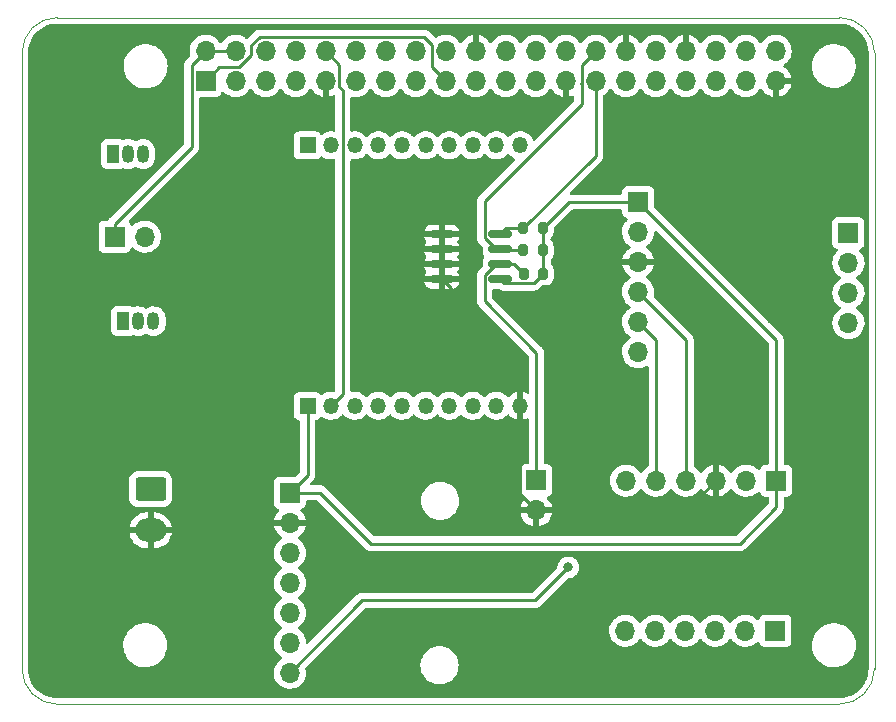
<source format=gbr>
%TF.GenerationSoftware,KiCad,Pcbnew,(6.0.0)*%
%TF.CreationDate,2022-02-21T16:22:06-05:00*%
%TF.ProjectId,RocketHat,526f636b-6574-4486-9174-2e6b69636164,V1.0*%
%TF.SameCoordinates,Original*%
%TF.FileFunction,Copper,L2,Bot*%
%TF.FilePolarity,Positive*%
%FSLAX46Y46*%
G04 Gerber Fmt 4.6, Leading zero omitted, Abs format (unit mm)*
G04 Created by KiCad (PCBNEW (6.0.0)) date 2022-02-21 16:22:06*
%MOMM*%
%LPD*%
G01*
G04 APERTURE LIST*
G04 Aperture macros list*
%AMRoundRect*
0 Rectangle with rounded corners*
0 $1 Rounding radius*
0 $2 $3 $4 $5 $6 $7 $8 $9 X,Y pos of 4 corners*
0 Add a 4 corners polygon primitive as box body*
4,1,4,$2,$3,$4,$5,$6,$7,$8,$9,$2,$3,0*
0 Add four circle primitives for the rounded corners*
1,1,$1+$1,$2,$3*
1,1,$1+$1,$4,$5*
1,1,$1+$1,$6,$7*
1,1,$1+$1,$8,$9*
0 Add four rect primitives between the rounded corners*
20,1,$1+$1,$2,$3,$4,$5,0*
20,1,$1+$1,$4,$5,$6,$7,0*
20,1,$1+$1,$6,$7,$8,$9,0*
20,1,$1+$1,$8,$9,$2,$3,0*%
G04 Aperture macros list end*
%TA.AperFunction,Profile*%
%ADD10C,0.100000*%
%TD*%
%TA.AperFunction,ComponentPad*%
%ADD11R,1.700000X1.700000*%
%TD*%
%TA.AperFunction,ComponentPad*%
%ADD12O,1.700000X1.700000*%
%TD*%
%TA.AperFunction,ComponentPad*%
%ADD13R,1.050000X1.500000*%
%TD*%
%TA.AperFunction,ComponentPad*%
%ADD14O,1.050000X1.500000*%
%TD*%
%TA.AperFunction,ComponentPad*%
%ADD15RoundRect,0.250000X-1.050000X0.750000X-1.050000X-0.750000X1.050000X-0.750000X1.050000X0.750000X0*%
%TD*%
%TA.AperFunction,ComponentPad*%
%ADD16O,2.600000X2.000000*%
%TD*%
%TA.AperFunction,ComponentPad*%
%ADD17R,1.350000X1.350000*%
%TD*%
%TA.AperFunction,ComponentPad*%
%ADD18O,1.350000X1.350000*%
%TD*%
%TA.AperFunction,SMDPad,CuDef*%
%ADD19RoundRect,0.200000X0.200000X0.275000X-0.200000X0.275000X-0.200000X-0.275000X0.200000X-0.275000X0*%
%TD*%
%TA.AperFunction,SMDPad,CuDef*%
%ADD20RoundRect,0.150000X-0.825000X-0.150000X0.825000X-0.150000X0.825000X0.150000X-0.825000X0.150000X0*%
%TD*%
%TA.AperFunction,SMDPad,CuDef*%
%ADD21RoundRect,0.200000X-0.200000X-0.275000X0.200000X-0.275000X0.200000X0.275000X-0.200000X0.275000X0*%
%TD*%
%TA.AperFunction,ViaPad*%
%ADD22C,0.800000*%
%TD*%
%TA.AperFunction,Conductor*%
%ADD23C,0.250000*%
%TD*%
%TA.AperFunction,Conductor*%
%ADD24C,0.350000*%
%TD*%
G04 APERTURE END LIST*
D10*
X16533177Y-13330620D02*
G75*
G03*
X13535977Y-16327820I2J-2997202D01*
G01*
X16533177Y-71471220D02*
X82725577Y-71471220D01*
X85722777Y-68474020D02*
X85722777Y-16327820D01*
X82725577Y-13330620D02*
X16533177Y-13330620D01*
X85722777Y-16327820D02*
G75*
G03*
X82725577Y-13330620I-2997202J-2D01*
G01*
X13535977Y-68474020D02*
G75*
G03*
X16533177Y-71471220I2997202J2D01*
G01*
X82725577Y-71471220D02*
G75*
G03*
X85722777Y-68474020I-2J2997202D01*
G01*
X13535977Y-16327820D02*
X13535977Y-68474020D01*
D11*
%TO.P,J7,1,Pin_1*%
%TO.N,/P5V_HAT*%
X21399633Y-31881220D03*
D12*
%TO.P,J7,2,Pin_2*%
%TO.N,/P5V*%
X23939633Y-31881220D03*
%TD*%
D13*
%TO.P,Q3,1,E*%
%TO.N,/P5V_HAT*%
X22119857Y-39043540D03*
D14*
%TO.P,Q3,2,B*%
%TO.N,Net-(Q1-Pad2)*%
X23389857Y-39043540D03*
%TO.P,Q3,3,C*%
%TO.N,Net-(Q2-Pad1)*%
X24659857Y-39043540D03*
%TD*%
D11*
%TO.P,J3,1,Pin_1*%
%TO.N,/3V3*%
X36217777Y-53563820D03*
D12*
%TO.P,J3,2,Pin_2*%
%TO.N,GND*%
X36217777Y-56103820D03*
%TO.P,J3,3,Pin_3*%
%TO.N,unconnected-(J3-Pad3)*%
X36217777Y-58643820D03*
%TO.P,J3,4,Pin_4*%
%TO.N,unconnected-(J3-Pad4)*%
X36217777Y-61183820D03*
%TO.P,J3,5,Pin_5*%
%TO.N,unconnected-(J3-Pad5)*%
X36217777Y-63723820D03*
%TO.P,J3,6,Pin_6*%
%TO.N,/SENSOR_SCL*%
X36217777Y-66263820D03*
%TO.P,J3,7,Pin_7*%
%TO.N,/SENSOR_SDA*%
X36217777Y-68803820D03*
%TD*%
D15*
%TO.P,J6,1,Pin_1*%
%TO.N,/P5V*%
X24437777Y-53247620D03*
D16*
%TO.P,J6,2,Pin_2*%
%TO.N,GND*%
X24437777Y-56747620D03*
%TD*%
D11*
%TO.P,J2,1,Pin_1*%
%TO.N,/3V3*%
X65713377Y-28951620D03*
D12*
%TO.P,J2,2,Pin_2*%
%TO.N,unconnected-(J2-Pad2)*%
X65713377Y-31491620D03*
%TO.P,J2,3,Pin_3*%
%TO.N,GND*%
X65713377Y-34031620D03*
%TO.P,J2,4,Pin_4*%
%TO.N,/SENSOR_SCL*%
X65713377Y-36571620D03*
%TO.P,J2,5,Pin_5*%
%TO.N,/SENSOR_SDA*%
X65713377Y-39111620D03*
%TO.P,J2,6,Pin_6*%
%TO.N,unconnected-(J2-Pad6)*%
X65713377Y-41651620D03*
%TD*%
D17*
%TO.P,J10,1,Pin_1*%
%TO.N,unconnected-(J10-Pad1)*%
X37713177Y-24159620D03*
D18*
%TO.P,J10,2,Pin_2*%
%TO.N,unconnected-(J10-Pad2)*%
X39713177Y-24159620D03*
%TO.P,J10,3,Pin_3*%
%TO.N,unconnected-(J10-Pad3)*%
X41713177Y-24159620D03*
%TO.P,J10,4,Pin_4*%
%TO.N,unconnected-(J10-Pad4)*%
X43713177Y-24159620D03*
%TO.P,J10,5,Pin_5*%
%TO.N,unconnected-(J10-Pad5)*%
X45713177Y-24159620D03*
%TO.P,J10,6,Pin_6*%
%TO.N,unconnected-(J10-Pad6)*%
X47713177Y-24159620D03*
%TO.P,J10,7,Pin_7*%
%TO.N,unconnected-(J10-Pad7)*%
X49713177Y-24159620D03*
%TO.P,J10,8,Pin_8*%
%TO.N,unconnected-(J10-Pad8)*%
X51713177Y-24159620D03*
%TO.P,J10,9,Pin_9*%
%TO.N,unconnected-(J10-Pad9)*%
X53713177Y-24159620D03*
%TO.P,J10,10,Pin_10*%
%TO.N,unconnected-(J10-Pad10)*%
X55713177Y-24159620D03*
%TD*%
D11*
%TO.P,J5,1,Pin_1*%
%TO.N,unconnected-(J5-Pad1)*%
X83512977Y-31567820D03*
D12*
%TO.P,J5,2,Pin_2*%
%TO.N,/ADR_BNO055*%
X83512977Y-34107820D03*
%TO.P,J5,3,Pin_3*%
%TO.N,unconnected-(J5-Pad3)*%
X83512977Y-36647820D03*
%TO.P,J5,4,Pin_4*%
%TO.N,unconnected-(J5-Pad4)*%
X83512977Y-39187820D03*
%TD*%
D13*
%TO.P,Q1,1,E*%
%TO.N,/P5V*%
X21252977Y-24900620D03*
D14*
%TO.P,Q1,2,B*%
%TO.N,Net-(Q1-Pad2)*%
X22522977Y-24900620D03*
%TO.P,Q1,3,C*%
X23792977Y-24900620D03*
%TD*%
D11*
%TO.P,J9,1,Pin_1*%
%TO.N,Net-(J9-Pad1)*%
X57096977Y-52522820D03*
D12*
%TO.P,J9,2,Pin_2*%
%TO.N,GND*%
X57096977Y-55062820D03*
%TD*%
D17*
%TO.P,J8,1,Pin_1*%
%TO.N,/3V3*%
X37713177Y-46206820D03*
D18*
%TO.P,J8,2,Pin_2*%
%TO.N,/XBEE_TX*%
X39713177Y-46206820D03*
%TO.P,J8,3,Pin_3*%
%TO.N,/XBEE_RX*%
X41713177Y-46206820D03*
%TO.P,J8,4,Pin_4*%
%TO.N,unconnected-(J8-Pad4)*%
X43713177Y-46206820D03*
%TO.P,J8,5,Pin_5*%
%TO.N,unconnected-(J8-Pad5)*%
X45713177Y-46206820D03*
%TO.P,J8,6,Pin_6*%
%TO.N,unconnected-(J8-Pad6)*%
X47713177Y-46206820D03*
%TO.P,J8,7,Pin_7*%
%TO.N,unconnected-(J8-Pad7)*%
X49713177Y-46206820D03*
%TO.P,J8,8,Pin_8*%
%TO.N,unconnected-(J8-Pad8)*%
X51713177Y-46206820D03*
%TO.P,J8,9,Pin_9*%
%TO.N,unconnected-(J8-Pad9)*%
X53713177Y-46206820D03*
%TO.P,J8,10,Pin_10*%
%TO.N,GND*%
X55713177Y-46206820D03*
%TD*%
D11*
%TO.P,J1,1,Pin_1*%
%TO.N,/3V3*%
X77392321Y-52536764D03*
D12*
%TO.P,J1,2,Pin_2*%
%TO.N,unconnected-(J1-Pad2)*%
X74852321Y-52536764D03*
%TO.P,J1,3,Pin_3*%
%TO.N,GND*%
X72312321Y-52536764D03*
%TO.P,J1,4,Pin_4*%
%TO.N,/SENSOR_SCL*%
X69772321Y-52536764D03*
%TO.P,J1,5,Pin_5*%
%TO.N,/SENSOR_SDA*%
X67232321Y-52536764D03*
%TO.P,J1,6,Pin_6*%
%TO.N,unconnected-(J1-Pad6)*%
X64692321Y-52536764D03*
%TD*%
D11*
%TO.P,J4,1,Pin_1*%
%TO.N,unconnected-(J4-Pad1)*%
X77315377Y-65248220D03*
D12*
%TO.P,J4,2,Pin_2*%
%TO.N,unconnected-(J4-Pad2)*%
X74775377Y-65248220D03*
%TO.P,J4,3,Pin_3*%
%TO.N,unconnected-(J4-Pad3)*%
X72235377Y-65248220D03*
%TO.P,J4,4,Pin_4*%
%TO.N,unconnected-(J4-Pad4)*%
X69695377Y-65248220D03*
%TO.P,J4,5,Pin_5*%
%TO.N,unconnected-(J4-Pad5)*%
X67155377Y-65248220D03*
%TO.P,J4,6,Pin_6*%
%TO.N,unconnected-(J4-Pad6)*%
X64615377Y-65248220D03*
%TD*%
D19*
%TO.P,R6,1*%
%TO.N,/3V3*%
X57637233Y-33010276D03*
%TO.P,R6,2*%
%TO.N,/EEPROM_SCL*%
X55987233Y-33010276D03*
%TD*%
%TO.P,R5,1*%
%TO.N,/3V3*%
X57637233Y-31156076D03*
%TO.P,R5,2*%
%TO.N,/EEPROM_SDA*%
X55987233Y-31156076D03*
%TD*%
D20*
%TO.P,U1,1,A0*%
%TO.N,GND*%
X49068233Y-35499476D03*
%TO.P,U1,2,A1*%
X49068233Y-34229476D03*
%TO.P,U1,3,A2*%
X49068233Y-32959476D03*
%TO.P,U1,4,GND*%
X49068233Y-31689476D03*
%TO.P,U1,5,SDA*%
%TO.N,/EEPROM_SDA*%
X54018233Y-31689476D03*
%TO.P,U1,6,SCL*%
%TO.N,/EEPROM_SCL*%
X54018233Y-32959476D03*
%TO.P,U1,7,WP*%
%TO.N,Net-(J9-Pad1)*%
X54018233Y-34229476D03*
%TO.P,U1,8,VCC*%
%TO.N,/3V3*%
X54018233Y-35499476D03*
%TD*%
D21*
%TO.P,R4,1*%
%TO.N,Net-(J9-Pad1)*%
X56012633Y-35016876D03*
%TO.P,R4,2*%
%TO.N,/3V3*%
X57662633Y-35016876D03*
%TD*%
D11*
%TO.P,J11,1,3V3*%
%TO.N,/3V3*%
X29086121Y-18698564D03*
D12*
%TO.P,J11,2,5V*%
%TO.N,/P5V_HAT*%
X29086121Y-16158564D03*
%TO.P,J11,3,SDA/GPIO2*%
%TO.N,unconnected-(J11-Pad3)*%
X31626121Y-18698564D03*
%TO.P,J11,4,5V*%
%TO.N,/P5V_HAT*%
X31626121Y-16158564D03*
%TO.P,J11,5,SCL/GPIO3*%
%TO.N,unconnected-(J11-Pad5)*%
X34166121Y-18698564D03*
%TO.P,J11,6,GND*%
%TO.N,GND*%
X34166121Y-16158564D03*
%TO.P,J11,7,GCLK0/GPIO4*%
%TO.N,unconnected-(J11-Pad7)*%
X36706121Y-18698564D03*
%TO.P,J11,8,GPIO14/TXD*%
%TO.N,/XBEE_RX*%
X36706121Y-16158564D03*
%TO.P,J11,9,GND*%
%TO.N,GND*%
X39246121Y-18698564D03*
%TO.P,J11,10,GPIO15/RXD*%
%TO.N,/XBEE_TX*%
X39246121Y-16158564D03*
%TO.P,J11,11,GPIO17*%
%TO.N,unconnected-(J11-Pad11)*%
X41786121Y-18698564D03*
%TO.P,J11,12,GPIO18/PWM0*%
%TO.N,unconnected-(J11-Pad12)*%
X41786121Y-16158564D03*
%TO.P,J11,13,GPIO27*%
%TO.N,unconnected-(J11-Pad13)*%
X44326121Y-18698564D03*
%TO.P,J11,14,GND*%
%TO.N,GND*%
X44326121Y-16158564D03*
%TO.P,J11,15,GPIO22*%
%TO.N,unconnected-(J11-Pad15)*%
X46866121Y-18698564D03*
%TO.P,J11,16,GPIO23*%
%TO.N,unconnected-(J11-Pad16)*%
X46866121Y-16158564D03*
%TO.P,J11,17,3V3*%
%TO.N,/3V3*%
X49406121Y-18698564D03*
%TO.P,J11,18,GPIO24*%
%TO.N,unconnected-(J11-Pad18)*%
X49406121Y-16158564D03*
%TO.P,J11,19,MOSI0/GPIO10*%
%TO.N,unconnected-(J11-Pad19)*%
X51946121Y-18698564D03*
%TO.P,J11,20,GND*%
%TO.N,GND*%
X51946121Y-16158564D03*
%TO.P,J11,21,MISO0/GPIO9*%
%TO.N,unconnected-(J11-Pad21)*%
X54486121Y-18698564D03*
%TO.P,J11,22,GPIO25*%
%TO.N,unconnected-(J11-Pad22)*%
X54486121Y-16158564D03*
%TO.P,J11,23,SCLK0/GPIO11*%
%TO.N,/SENSOR_SDA*%
X57026121Y-18698564D03*
%TO.P,J11,24,~{CE0}/GPIO8*%
%TO.N,/SENSOR_SCL*%
X57026121Y-16158564D03*
%TO.P,J11,25,GND*%
%TO.N,GND*%
X59566121Y-18698564D03*
%TO.P,J11,26,~{CE1}/GPIO7*%
%TO.N,unconnected-(J11-Pad26)*%
X59566121Y-16158564D03*
%TO.P,J11,27,ID_SD/GPIO0*%
%TO.N,/EEPROM_SDA*%
X62106121Y-18698564D03*
%TO.P,J11,28,ID_SC/GPIO1*%
%TO.N,/EEPROM_SCL*%
X62106121Y-16158564D03*
%TO.P,J11,29,GCLK1/GPIO5*%
%TO.N,unconnected-(J11-Pad29)*%
X64646121Y-18698564D03*
%TO.P,J11,30,GND*%
%TO.N,GND*%
X64646121Y-16158564D03*
%TO.P,J11,31,GCLK2/GPIO6*%
%TO.N,unconnected-(J11-Pad31)*%
X67186121Y-18698564D03*
%TO.P,J11,32,PWM0/GPIO12*%
%TO.N,unconnected-(J11-Pad32)*%
X67186121Y-16158564D03*
%TO.P,J11,33,PWM1/GPIO13*%
%TO.N,unconnected-(J11-Pad33)*%
X69726121Y-18698564D03*
%TO.P,J11,34,GND*%
%TO.N,GND*%
X69726121Y-16158564D03*
%TO.P,J11,35,GPIO19/MISO1*%
%TO.N,unconnected-(J11-Pad35)*%
X72266121Y-18698564D03*
%TO.P,J11,36,GPIO16*%
%TO.N,unconnected-(J11-Pad36)*%
X72266121Y-16158564D03*
%TO.P,J11,37,GPIO26*%
%TO.N,unconnected-(J11-Pad37)*%
X74806121Y-18698564D03*
%TO.P,J11,38,GPIO20/MOSI1*%
%TO.N,unconnected-(J11-Pad38)*%
X74806121Y-16158564D03*
%TO.P,J11,39,GND*%
%TO.N,GND*%
X77346121Y-18698564D03*
%TO.P,J11,40,GPIO21/SCLK1*%
%TO.N,unconnected-(J11-Pad40)*%
X77346121Y-16158564D03*
%TD*%
D22*
%TO.N,/SENSOR_SDA*%
X59789377Y-59888820D03*
%TD*%
D23*
%TO.N,/P5V_HAT*%
X27911610Y-24269243D02*
X27911610Y-17333075D01*
X21399633Y-30781220D02*
X27911610Y-24269243D01*
X21399633Y-31881220D02*
X21399633Y-30781220D01*
X29086121Y-16158564D02*
X31626121Y-16158564D01*
X27911610Y-17333075D02*
X29086121Y-16158564D01*
%TO.N,GND*%
X55713177Y-42144420D02*
X55713177Y-46206820D01*
D24*
X55713177Y-53679020D02*
X57096977Y-55062820D01*
D23*
X49068233Y-35499476D02*
X55713177Y-42144420D01*
D24*
X55713177Y-46206820D02*
X55713177Y-53679020D01*
D23*
X72312321Y-52536764D02*
X69786265Y-55062820D01*
X69786265Y-55062820D02*
X57096977Y-55062820D01*
X49068233Y-35499476D02*
X49068233Y-31689476D01*
%TO.N,/3V3*%
X74292777Y-57882220D02*
X77392321Y-54782676D01*
X33631255Y-15032420D02*
X33679622Y-14984053D01*
X48231610Y-15672065D02*
X48231610Y-17524053D01*
X31921642Y-17524053D02*
X32966977Y-16478718D01*
X36217777Y-53563820D02*
X38757777Y-53563820D01*
X57637233Y-31156076D02*
X59841689Y-28951620D01*
X38757777Y-53563820D02*
X43076177Y-57882220D01*
X54018233Y-35499476D02*
X54335153Y-35816396D01*
X57662633Y-35016876D02*
X57662633Y-33035676D01*
X77392321Y-54782676D02*
X77392321Y-52536764D01*
X29086121Y-18698564D02*
X30260632Y-17524053D01*
X77392321Y-52536764D02*
X77392321Y-40630564D01*
X77392321Y-40630564D02*
X65713377Y-28951620D01*
X37713177Y-46206820D02*
X37713177Y-52068420D01*
X56863113Y-35816396D02*
X57662633Y-35016876D01*
X59841689Y-28951620D02*
X65713377Y-28951620D01*
X32966977Y-15696698D02*
X33631255Y-15032420D01*
X48231610Y-17524053D02*
X49406121Y-18698564D01*
X32966977Y-16478718D02*
X32966977Y-15696698D01*
X47543598Y-14984053D02*
X48231610Y-15672065D01*
X54335153Y-35816396D02*
X56863113Y-35816396D01*
X37713177Y-52068420D02*
X36217777Y-53563820D01*
X57637233Y-33010276D02*
X57637233Y-31156076D01*
X30260632Y-17524053D02*
X31921642Y-17524053D01*
X43076177Y-57882220D02*
X74292777Y-57882220D01*
X33679622Y-14984053D02*
X47543598Y-14984053D01*
%TO.N,/SENSOR_SDA*%
X67232321Y-52536764D02*
X67232321Y-40630564D01*
X36217777Y-68803820D02*
X42338777Y-62682820D01*
X56995377Y-62682820D02*
X59789377Y-59888820D01*
X42338777Y-62682820D02*
X56995377Y-62682820D01*
X67232321Y-40630564D02*
X65713377Y-39111620D01*
%TO.N,/SENSOR_SCL*%
X65713377Y-36571620D02*
X69772321Y-40630564D01*
X69772321Y-40630564D02*
X69772321Y-52536764D01*
%TO.N,/XBEE_TX*%
X40420632Y-17333075D02*
X39246121Y-16158564D01*
X39713177Y-46206820D02*
X40712688Y-45207309D01*
X40420632Y-19185063D02*
X40420632Y-17333075D01*
X40712688Y-19477119D02*
X40420632Y-19185063D01*
X40712688Y-45207309D02*
X40712688Y-19477119D01*
%TO.N,Net-(J9-Pad1)*%
X52718713Y-37349556D02*
X57096977Y-41727820D01*
X55225233Y-34229476D02*
X54018233Y-34229476D01*
X52718713Y-35152924D02*
X52718713Y-37349556D01*
X56012633Y-35016876D02*
X55225233Y-34229476D01*
X57096977Y-41727820D02*
X57096977Y-52522820D01*
X53642161Y-34229476D02*
X52718713Y-35152924D01*
%TO.N,/EEPROM_SDA*%
X55987233Y-31156076D02*
X54551633Y-31156076D01*
X62106121Y-25037188D02*
X62106121Y-18698564D01*
X55987233Y-31156076D02*
X62106121Y-25037188D01*
X54551633Y-31156076D02*
X54018233Y-31689476D01*
%TO.N,/EEPROM_SCL*%
X60932377Y-18842420D02*
X60881577Y-18918620D01*
X55987233Y-33010276D02*
X54069033Y-33010276D01*
X60932377Y-20684244D02*
X60932377Y-18842420D01*
X60881577Y-18893220D02*
X60932377Y-18842420D01*
X62106121Y-16158564D02*
X60931610Y-17333075D01*
X52718713Y-32036028D02*
X52718713Y-28897908D01*
X60931610Y-17333075D02*
X60931610Y-18842420D01*
X60881577Y-18918620D02*
X60881577Y-18893220D01*
X53642161Y-32959476D02*
X52718713Y-32036028D01*
X52718713Y-28897908D02*
X60932377Y-20684244D01*
%TD*%
%TA.AperFunction,Conductor*%
%TO.N,GND*%
G36*
X82695634Y-13840120D02*
G01*
X82710435Y-13842425D01*
X82710438Y-13842425D01*
X82719307Y-13843806D01*
X82736476Y-13841561D01*
X82760415Y-13840728D01*
X83018009Y-13856309D01*
X83033114Y-13858143D01*
X83313783Y-13909578D01*
X83328556Y-13913219D01*
X83600990Y-13998113D01*
X83615208Y-14003505D01*
X83832863Y-14101464D01*
X83875413Y-14120614D01*
X83888886Y-14127685D01*
X84133079Y-14275305D01*
X84145599Y-14283947D01*
X84256551Y-14370872D01*
X84370227Y-14459932D01*
X84381615Y-14470022D01*
X84583375Y-14671782D01*
X84593465Y-14683170D01*
X84767081Y-14904773D01*
X84769449Y-14907796D01*
X84778091Y-14920317D01*
X84910410Y-15139199D01*
X84925712Y-15164511D01*
X84932782Y-15177982D01*
X84991788Y-15309087D01*
X85049890Y-15438185D01*
X85055284Y-15452407D01*
X85114727Y-15643165D01*
X85140178Y-15724841D01*
X85143819Y-15739614D01*
X85195254Y-16020283D01*
X85197088Y-16035387D01*
X85212232Y-16285749D01*
X85210975Y-16312459D01*
X85210972Y-16312679D01*
X85209591Y-16321550D01*
X85210755Y-16330452D01*
X85210755Y-16330455D01*
X85213713Y-16353071D01*
X85214777Y-16369409D01*
X85214777Y-68424692D01*
X85213277Y-68444076D01*
X85209591Y-68467750D01*
X85211231Y-68480290D01*
X85211836Y-68484917D01*
X85212669Y-68508858D01*
X85197088Y-68766452D01*
X85195254Y-68781557D01*
X85143819Y-69062226D01*
X85140178Y-69076999D01*
X85068934Y-69305631D01*
X85055286Y-69349428D01*
X85049892Y-69363651D01*
X84937754Y-69612810D01*
X84932783Y-69623856D01*
X84925713Y-69637328D01*
X84800175Y-69844993D01*
X84778092Y-69881522D01*
X84769450Y-69894042D01*
X84629250Y-70072994D01*
X84593465Y-70118670D01*
X84583375Y-70130058D01*
X84381615Y-70331818D01*
X84370227Y-70341908D01*
X84145601Y-70517892D01*
X84133079Y-70526535D01*
X83888886Y-70674155D01*
X83875415Y-70681225D01*
X83615208Y-70798335D01*
X83600990Y-70803727D01*
X83342197Y-70884370D01*
X83328556Y-70888621D01*
X83313783Y-70892262D01*
X83033114Y-70943697D01*
X83018010Y-70945531D01*
X82767648Y-70960675D01*
X82740938Y-70959418D01*
X82740718Y-70959415D01*
X82731847Y-70958034D01*
X82722945Y-70959198D01*
X82722942Y-70959198D01*
X82700326Y-70962156D01*
X82683988Y-70963220D01*
X16582505Y-70963220D01*
X16563120Y-70961720D01*
X16548319Y-70959415D01*
X16548316Y-70959415D01*
X16539447Y-70958034D01*
X16522278Y-70960279D01*
X16498339Y-70961112D01*
X16240745Y-70945531D01*
X16225640Y-70943697D01*
X15944971Y-70892262D01*
X15930198Y-70888621D01*
X15916557Y-70884370D01*
X15657764Y-70803727D01*
X15643546Y-70798335D01*
X15383339Y-70681225D01*
X15369868Y-70674155D01*
X15125675Y-70526535D01*
X15113153Y-70517892D01*
X14888527Y-70341908D01*
X14877139Y-70331818D01*
X14675379Y-70130058D01*
X14665289Y-70118670D01*
X14629504Y-70072994D01*
X14489304Y-69894042D01*
X14480662Y-69881522D01*
X14458580Y-69844993D01*
X14333041Y-69637328D01*
X14325971Y-69623856D01*
X14321000Y-69612810D01*
X14208862Y-69363651D01*
X14203468Y-69349428D01*
X14189821Y-69305631D01*
X14118576Y-69076999D01*
X14114935Y-69062226D01*
X14063500Y-68781557D01*
X14062159Y-68770515D01*
X34855028Y-68770515D01*
X34855325Y-68775668D01*
X34855325Y-68775671D01*
X34867589Y-68988367D01*
X34867887Y-68993535D01*
X34869024Y-68998581D01*
X34869025Y-68998587D01*
X34883367Y-69062226D01*
X34916999Y-69211459D01*
X35001043Y-69418436D01*
X35003742Y-69422840D01*
X35114910Y-69604250D01*
X35117764Y-69608908D01*
X35264027Y-69777758D01*
X35435903Y-69920452D01*
X35628777Y-70033158D01*
X35837469Y-70112850D01*
X35842537Y-70113881D01*
X35842540Y-70113882D01*
X35949794Y-70135703D01*
X36056374Y-70157387D01*
X36061549Y-70157577D01*
X36061551Y-70157577D01*
X36274450Y-70165384D01*
X36274454Y-70165384D01*
X36279614Y-70165573D01*
X36284734Y-70164917D01*
X36284736Y-70164917D01*
X36496065Y-70137845D01*
X36496066Y-70137845D01*
X36501193Y-70137188D01*
X36506143Y-70135703D01*
X36710206Y-70074481D01*
X36710211Y-70074479D01*
X36715161Y-70072994D01*
X36915771Y-69974716D01*
X37097637Y-69844993D01*
X37255873Y-69687309D01*
X37315371Y-69604509D01*
X37383212Y-69510097D01*
X37386230Y-69505897D01*
X37400448Y-69477130D01*
X37482913Y-69310273D01*
X37482914Y-69310271D01*
X37485207Y-69305631D01*
X37550147Y-69091889D01*
X37579306Y-68870410D01*
X37579388Y-68867060D01*
X37580851Y-68807185D01*
X37580851Y-68807181D01*
X37580933Y-68803820D01*
X37562629Y-68581181D01*
X37534598Y-68469585D01*
X37537402Y-68398643D01*
X37567707Y-68349794D01*
X37748281Y-68169220D01*
X47279303Y-68169220D01*
X47299168Y-68421623D01*
X47300322Y-68426430D01*
X47300323Y-68426436D01*
X47328406Y-68543408D01*
X47358272Y-68667811D01*
X47360165Y-68672382D01*
X47360166Y-68672384D01*
X47443566Y-68873728D01*
X47455161Y-68901722D01*
X47587449Y-69117596D01*
X47751879Y-69310118D01*
X47944401Y-69474548D01*
X48160275Y-69606836D01*
X48164845Y-69608729D01*
X48164849Y-69608731D01*
X48354554Y-69687309D01*
X48394186Y-69703725D01*
X48478809Y-69724041D01*
X48635561Y-69761674D01*
X48635567Y-69761675D01*
X48640374Y-69762829D01*
X48740193Y-69770685D01*
X48827122Y-69777527D01*
X48827129Y-69777527D01*
X48829578Y-69777720D01*
X48955976Y-69777720D01*
X48958425Y-69777527D01*
X48958432Y-69777527D01*
X49045361Y-69770685D01*
X49145180Y-69762829D01*
X49149987Y-69761675D01*
X49149993Y-69761674D01*
X49306745Y-69724041D01*
X49391368Y-69703725D01*
X49431000Y-69687309D01*
X49620705Y-69608731D01*
X49620709Y-69608729D01*
X49625279Y-69606836D01*
X49841153Y-69474548D01*
X50033675Y-69310118D01*
X50198105Y-69117596D01*
X50330393Y-68901722D01*
X50341989Y-68873728D01*
X50425388Y-68672384D01*
X50425389Y-68672382D01*
X50427282Y-68667811D01*
X50457148Y-68543408D01*
X50485231Y-68426436D01*
X50485232Y-68426430D01*
X50486386Y-68421623D01*
X50506251Y-68169220D01*
X50486386Y-67916817D01*
X50477498Y-67879793D01*
X50431314Y-67687424D01*
X50427282Y-67670629D01*
X50373345Y-67540413D01*
X50332288Y-67441292D01*
X50332286Y-67441288D01*
X50330393Y-67436718D01*
X50198105Y-67220844D01*
X50033675Y-67028322D01*
X49841153Y-66863892D01*
X49625279Y-66731604D01*
X49620709Y-66729711D01*
X49620705Y-66729709D01*
X49395941Y-66636609D01*
X49395939Y-66636608D01*
X49391368Y-66634715D01*
X49306745Y-66614399D01*
X49149993Y-66576766D01*
X49149987Y-66576765D01*
X49145180Y-66575611D01*
X49045361Y-66567755D01*
X48958432Y-66560913D01*
X48958425Y-66560913D01*
X48955976Y-66560720D01*
X48829578Y-66560720D01*
X48827129Y-66560913D01*
X48827122Y-66560913D01*
X48740193Y-66567755D01*
X48640374Y-66575611D01*
X48635567Y-66576765D01*
X48635561Y-66576766D01*
X48478809Y-66614399D01*
X48394186Y-66634715D01*
X48389615Y-66636608D01*
X48389613Y-66636609D01*
X48164849Y-66729709D01*
X48164845Y-66729711D01*
X48160275Y-66731604D01*
X47944401Y-66863892D01*
X47751879Y-67028322D01*
X47587449Y-67220844D01*
X47455161Y-67436718D01*
X47453268Y-67441288D01*
X47453266Y-67441292D01*
X47412209Y-67540413D01*
X47358272Y-67670629D01*
X47354240Y-67687424D01*
X47308057Y-67879793D01*
X47299168Y-67916817D01*
X47279303Y-68169220D01*
X37748281Y-68169220D01*
X40702586Y-65214915D01*
X63252628Y-65214915D01*
X63252925Y-65220068D01*
X63252925Y-65220071D01*
X63265150Y-65432097D01*
X63265487Y-65437935D01*
X63266624Y-65442981D01*
X63266625Y-65442987D01*
X63290681Y-65549728D01*
X63314599Y-65655859D01*
X63398643Y-65862836D01*
X63436062Y-65923898D01*
X63512668Y-66048908D01*
X63515364Y-66053308D01*
X63661627Y-66222158D01*
X63792017Y-66330410D01*
X63827658Y-66359999D01*
X63833503Y-66364852D01*
X64026377Y-66477558D01*
X64235069Y-66557250D01*
X64240137Y-66558281D01*
X64240140Y-66558282D01*
X64347394Y-66580103D01*
X64453974Y-66601787D01*
X64459149Y-66601977D01*
X64459151Y-66601977D01*
X64672050Y-66609784D01*
X64672054Y-66609784D01*
X64677214Y-66609973D01*
X64682334Y-66609317D01*
X64682336Y-66609317D01*
X64893665Y-66582245D01*
X64893666Y-66582245D01*
X64898793Y-66581588D01*
X64903743Y-66580103D01*
X65107806Y-66518881D01*
X65107811Y-66518879D01*
X65112761Y-66517394D01*
X65313371Y-66419116D01*
X65495237Y-66289393D01*
X65653473Y-66131709D01*
X65712971Y-66048909D01*
X65783830Y-65950297D01*
X65785153Y-65951248D01*
X65832022Y-65908077D01*
X65901957Y-65895845D01*
X65967403Y-65923364D01*
X65995252Y-65955214D01*
X66055364Y-66053308D01*
X66201627Y-66222158D01*
X66332017Y-66330410D01*
X66367658Y-66359999D01*
X66373503Y-66364852D01*
X66566377Y-66477558D01*
X66775069Y-66557250D01*
X66780137Y-66558281D01*
X66780140Y-66558282D01*
X66887394Y-66580103D01*
X66993974Y-66601787D01*
X66999149Y-66601977D01*
X66999151Y-66601977D01*
X67212050Y-66609784D01*
X67212054Y-66609784D01*
X67217214Y-66609973D01*
X67222334Y-66609317D01*
X67222336Y-66609317D01*
X67433665Y-66582245D01*
X67433666Y-66582245D01*
X67438793Y-66581588D01*
X67443743Y-66580103D01*
X67647806Y-66518881D01*
X67647811Y-66518879D01*
X67652761Y-66517394D01*
X67853371Y-66419116D01*
X68035237Y-66289393D01*
X68193473Y-66131709D01*
X68252971Y-66048909D01*
X68323830Y-65950297D01*
X68325153Y-65951248D01*
X68372022Y-65908077D01*
X68441957Y-65895845D01*
X68507403Y-65923364D01*
X68535252Y-65955214D01*
X68595364Y-66053308D01*
X68741627Y-66222158D01*
X68872017Y-66330410D01*
X68907658Y-66359999D01*
X68913503Y-66364852D01*
X69106377Y-66477558D01*
X69315069Y-66557250D01*
X69320137Y-66558281D01*
X69320140Y-66558282D01*
X69427394Y-66580103D01*
X69533974Y-66601787D01*
X69539149Y-66601977D01*
X69539151Y-66601977D01*
X69752050Y-66609784D01*
X69752054Y-66609784D01*
X69757214Y-66609973D01*
X69762334Y-66609317D01*
X69762336Y-66609317D01*
X69973665Y-66582245D01*
X69973666Y-66582245D01*
X69978793Y-66581588D01*
X69983743Y-66580103D01*
X70187806Y-66518881D01*
X70187811Y-66518879D01*
X70192761Y-66517394D01*
X70393371Y-66419116D01*
X70575237Y-66289393D01*
X70733473Y-66131709D01*
X70792971Y-66048909D01*
X70863830Y-65950297D01*
X70865153Y-65951248D01*
X70912022Y-65908077D01*
X70981957Y-65895845D01*
X71047403Y-65923364D01*
X71075252Y-65955214D01*
X71135364Y-66053308D01*
X71281627Y-66222158D01*
X71412017Y-66330410D01*
X71447658Y-66359999D01*
X71453503Y-66364852D01*
X71646377Y-66477558D01*
X71855069Y-66557250D01*
X71860137Y-66558281D01*
X71860140Y-66558282D01*
X71967394Y-66580103D01*
X72073974Y-66601787D01*
X72079149Y-66601977D01*
X72079151Y-66601977D01*
X72292050Y-66609784D01*
X72292054Y-66609784D01*
X72297214Y-66609973D01*
X72302334Y-66609317D01*
X72302336Y-66609317D01*
X72513665Y-66582245D01*
X72513666Y-66582245D01*
X72518793Y-66581588D01*
X72523743Y-66580103D01*
X72727806Y-66518881D01*
X72727811Y-66518879D01*
X72732761Y-66517394D01*
X72933371Y-66419116D01*
X73115237Y-66289393D01*
X73273473Y-66131709D01*
X73332971Y-66048909D01*
X73403830Y-65950297D01*
X73405153Y-65951248D01*
X73452022Y-65908077D01*
X73521957Y-65895845D01*
X73587403Y-65923364D01*
X73615252Y-65955214D01*
X73675364Y-66053308D01*
X73821627Y-66222158D01*
X73952017Y-66330410D01*
X73987658Y-66359999D01*
X73993503Y-66364852D01*
X74186377Y-66477558D01*
X74395069Y-66557250D01*
X74400137Y-66558281D01*
X74400140Y-66558282D01*
X74507394Y-66580103D01*
X74613974Y-66601787D01*
X74619149Y-66601977D01*
X74619151Y-66601977D01*
X74832050Y-66609784D01*
X74832054Y-66609784D01*
X74837214Y-66609973D01*
X74842334Y-66609317D01*
X74842336Y-66609317D01*
X75053665Y-66582245D01*
X75053666Y-66582245D01*
X75058793Y-66581588D01*
X75063743Y-66580103D01*
X75267806Y-66518881D01*
X75267811Y-66518879D01*
X75272761Y-66517394D01*
X75473371Y-66419116D01*
X75655237Y-66289393D01*
X75763468Y-66181539D01*
X75825839Y-66147624D01*
X75896645Y-66152812D01*
X75953407Y-66195458D01*
X75970389Y-66226561D01*
X75984357Y-66263820D01*
X76014762Y-66344925D01*
X76102116Y-66461481D01*
X76218672Y-66548835D01*
X76355061Y-66599965D01*
X76417243Y-66606720D01*
X78213511Y-66606720D01*
X78275693Y-66599965D01*
X78412082Y-66548835D01*
X78445698Y-66523641D01*
X80430786Y-66523641D01*
X80456402Y-66792133D01*
X80457487Y-66796567D01*
X80457488Y-66796573D01*
X80513412Y-67025114D01*
X80520508Y-67054114D01*
X80621762Y-67304097D01*
X80758042Y-67536846D01*
X80760895Y-67540413D01*
X80878463Y-67687424D01*
X80926493Y-67747483D01*
X81123586Y-67931598D01*
X81345193Y-68085332D01*
X81349276Y-68087363D01*
X81349279Y-68087365D01*
X81435985Y-68130500D01*
X81586671Y-68205465D01*
X81591005Y-68206886D01*
X81591008Y-68206887D01*
X81838630Y-68288062D01*
X81838636Y-68288063D01*
X81842963Y-68289482D01*
X81847454Y-68290262D01*
X81847455Y-68290262D01*
X82104917Y-68334965D01*
X82104925Y-68334966D01*
X82108698Y-68335621D01*
X82112535Y-68335812D01*
X82192355Y-68339786D01*
X82192363Y-68339786D01*
X82193926Y-68339864D01*
X82362289Y-68339864D01*
X82364557Y-68339699D01*
X82364569Y-68339699D01*
X82495661Y-68330187D01*
X82562781Y-68325317D01*
X82567236Y-68324333D01*
X82567239Y-68324333D01*
X82821689Y-68268155D01*
X82821693Y-68268154D01*
X82826149Y-68267170D01*
X82952257Y-68219392D01*
X83074095Y-68173232D01*
X83074098Y-68173231D01*
X83078365Y-68171614D01*
X83314145Y-68040650D01*
X83528550Y-67877021D01*
X83717089Y-67684156D01*
X83875811Y-67466094D01*
X83958967Y-67308040D01*
X83999267Y-67231443D01*
X83999270Y-67231437D01*
X84001392Y-67227403D01*
X84003709Y-67220844D01*
X84089679Y-66977397D01*
X84089679Y-66977396D01*
X84091202Y-66973084D01*
X84127764Y-66787581D01*
X84142477Y-66712936D01*
X84142478Y-66712930D01*
X84143358Y-66708464D01*
X84146935Y-66636609D01*
X84156541Y-66443656D01*
X84156541Y-66443650D01*
X84156768Y-66439087D01*
X84131152Y-66170595D01*
X84125221Y-66146354D01*
X84068132Y-65913052D01*
X84067046Y-65908614D01*
X83965792Y-65658631D01*
X83829512Y-65425882D01*
X83711705Y-65278572D01*
X83663913Y-65218811D01*
X83663912Y-65218809D01*
X83661061Y-65215245D01*
X83463968Y-65031130D01*
X83242361Y-64877396D01*
X83238278Y-64875365D01*
X83238275Y-64875363D01*
X83073383Y-64793331D01*
X83000883Y-64757263D01*
X82996549Y-64755842D01*
X82996546Y-64755841D01*
X82748924Y-64674666D01*
X82748918Y-64674665D01*
X82744591Y-64673246D01*
X82740099Y-64672466D01*
X82482637Y-64627763D01*
X82482629Y-64627762D01*
X82478856Y-64627107D01*
X82467594Y-64626546D01*
X82395199Y-64622942D01*
X82395191Y-64622942D01*
X82393628Y-64622864D01*
X82225265Y-64622864D01*
X82222997Y-64623029D01*
X82222985Y-64623029D01*
X82091893Y-64632541D01*
X82024773Y-64637411D01*
X82020318Y-64638395D01*
X82020315Y-64638395D01*
X81765865Y-64694573D01*
X81765861Y-64694574D01*
X81761405Y-64695558D01*
X81746883Y-64701060D01*
X81513459Y-64789496D01*
X81513456Y-64789497D01*
X81509189Y-64791114D01*
X81505198Y-64793331D01*
X81278346Y-64919336D01*
X81273409Y-64922078D01*
X81269777Y-64924850D01*
X81144501Y-65020458D01*
X81059004Y-65085707D01*
X81055811Y-65088973D01*
X81055809Y-65088975D01*
X81034936Y-65110327D01*
X80870465Y-65278572D01*
X80711743Y-65496634D01*
X80709621Y-65500668D01*
X80588287Y-65731285D01*
X80588284Y-65731291D01*
X80586162Y-65735325D01*
X80584642Y-65739630D01*
X80584640Y-65739634D01*
X80497875Y-65985331D01*
X80496352Y-65989644D01*
X80486194Y-66041181D01*
X80447861Y-66235671D01*
X80444196Y-66254264D01*
X80443969Y-66258817D01*
X80443969Y-66258820D01*
X80433210Y-66474951D01*
X80430786Y-66523641D01*
X78445698Y-66523641D01*
X78528638Y-66461481D01*
X78615992Y-66344925D01*
X78667122Y-66208536D01*
X78673877Y-66146354D01*
X78673877Y-64350086D01*
X78667122Y-64287904D01*
X78615992Y-64151515D01*
X78528638Y-64034959D01*
X78412082Y-63947605D01*
X78275693Y-63896475D01*
X78213511Y-63889720D01*
X76417243Y-63889720D01*
X76355061Y-63896475D01*
X76218672Y-63947605D01*
X76102116Y-64034959D01*
X76014762Y-64151515D01*
X76011610Y-64159923D01*
X75970296Y-64270127D01*
X75927654Y-64326891D01*
X75861093Y-64351591D01*
X75791744Y-64336383D01*
X75759120Y-64310696D01*
X75708528Y-64255095D01*
X75708519Y-64255086D01*
X75705047Y-64251271D01*
X75700996Y-64248072D01*
X75700992Y-64248068D01*
X75533791Y-64116020D01*
X75533787Y-64116018D01*
X75529736Y-64112818D01*
X75334166Y-64004858D01*
X75329297Y-64003134D01*
X75329293Y-64003132D01*
X75128464Y-63932015D01*
X75128460Y-63932014D01*
X75123589Y-63930289D01*
X75118496Y-63929382D01*
X75118493Y-63929381D01*
X74908750Y-63892020D01*
X74908744Y-63892019D01*
X74903661Y-63891114D01*
X74829829Y-63890212D01*
X74685458Y-63888448D01*
X74685456Y-63888448D01*
X74680288Y-63888385D01*
X74459468Y-63922175D01*
X74247133Y-63991577D01*
X74048984Y-64094727D01*
X74044851Y-64097830D01*
X74044848Y-64097832D01*
X73874477Y-64225750D01*
X73870342Y-64228855D01*
X73830902Y-64270127D01*
X73776657Y-64326891D01*
X73716006Y-64390358D01*
X73608578Y-64547841D01*
X73553670Y-64592841D01*
X73483145Y-64601012D01*
X73419398Y-64569758D01*
X73398701Y-64545274D01*
X73318199Y-64420837D01*
X73318197Y-64420834D01*
X73315391Y-64416497D01*
X73165047Y-64251271D01*
X73160996Y-64248072D01*
X73160992Y-64248068D01*
X72993791Y-64116020D01*
X72993787Y-64116018D01*
X72989736Y-64112818D01*
X72794166Y-64004858D01*
X72789297Y-64003134D01*
X72789293Y-64003132D01*
X72588464Y-63932015D01*
X72588460Y-63932014D01*
X72583589Y-63930289D01*
X72578496Y-63929382D01*
X72578493Y-63929381D01*
X72368750Y-63892020D01*
X72368744Y-63892019D01*
X72363661Y-63891114D01*
X72289829Y-63890212D01*
X72145458Y-63888448D01*
X72145456Y-63888448D01*
X72140288Y-63888385D01*
X71919468Y-63922175D01*
X71707133Y-63991577D01*
X71508984Y-64094727D01*
X71504851Y-64097830D01*
X71504848Y-64097832D01*
X71334477Y-64225750D01*
X71330342Y-64228855D01*
X71290902Y-64270127D01*
X71236657Y-64326891D01*
X71176006Y-64390358D01*
X71068578Y-64547841D01*
X71013670Y-64592841D01*
X70943145Y-64601012D01*
X70879398Y-64569758D01*
X70858701Y-64545274D01*
X70778199Y-64420837D01*
X70778197Y-64420834D01*
X70775391Y-64416497D01*
X70625047Y-64251271D01*
X70620996Y-64248072D01*
X70620992Y-64248068D01*
X70453791Y-64116020D01*
X70453787Y-64116018D01*
X70449736Y-64112818D01*
X70254166Y-64004858D01*
X70249297Y-64003134D01*
X70249293Y-64003132D01*
X70048464Y-63932015D01*
X70048460Y-63932014D01*
X70043589Y-63930289D01*
X70038496Y-63929382D01*
X70038493Y-63929381D01*
X69828750Y-63892020D01*
X69828744Y-63892019D01*
X69823661Y-63891114D01*
X69749829Y-63890212D01*
X69605458Y-63888448D01*
X69605456Y-63888448D01*
X69600288Y-63888385D01*
X69379468Y-63922175D01*
X69167133Y-63991577D01*
X68968984Y-64094727D01*
X68964851Y-64097830D01*
X68964848Y-64097832D01*
X68794477Y-64225750D01*
X68790342Y-64228855D01*
X68750902Y-64270127D01*
X68696657Y-64326891D01*
X68636006Y-64390358D01*
X68528578Y-64547841D01*
X68473670Y-64592841D01*
X68403145Y-64601012D01*
X68339398Y-64569758D01*
X68318701Y-64545274D01*
X68238199Y-64420837D01*
X68238197Y-64420834D01*
X68235391Y-64416497D01*
X68085047Y-64251271D01*
X68080996Y-64248072D01*
X68080992Y-64248068D01*
X67913791Y-64116020D01*
X67913787Y-64116018D01*
X67909736Y-64112818D01*
X67714166Y-64004858D01*
X67709297Y-64003134D01*
X67709293Y-64003132D01*
X67508464Y-63932015D01*
X67508460Y-63932014D01*
X67503589Y-63930289D01*
X67498496Y-63929382D01*
X67498493Y-63929381D01*
X67288750Y-63892020D01*
X67288744Y-63892019D01*
X67283661Y-63891114D01*
X67209829Y-63890212D01*
X67065458Y-63888448D01*
X67065456Y-63888448D01*
X67060288Y-63888385D01*
X66839468Y-63922175D01*
X66627133Y-63991577D01*
X66428984Y-64094727D01*
X66424851Y-64097830D01*
X66424848Y-64097832D01*
X66254477Y-64225750D01*
X66250342Y-64228855D01*
X66210902Y-64270127D01*
X66156657Y-64326891D01*
X66096006Y-64390358D01*
X65988578Y-64547841D01*
X65933670Y-64592841D01*
X65863145Y-64601012D01*
X65799398Y-64569758D01*
X65778701Y-64545274D01*
X65698199Y-64420837D01*
X65698197Y-64420834D01*
X65695391Y-64416497D01*
X65545047Y-64251271D01*
X65540996Y-64248072D01*
X65540992Y-64248068D01*
X65373791Y-64116020D01*
X65373787Y-64116018D01*
X65369736Y-64112818D01*
X65174166Y-64004858D01*
X65169297Y-64003134D01*
X65169293Y-64003132D01*
X64968464Y-63932015D01*
X64968460Y-63932014D01*
X64963589Y-63930289D01*
X64958496Y-63929382D01*
X64958493Y-63929381D01*
X64748750Y-63892020D01*
X64748744Y-63892019D01*
X64743661Y-63891114D01*
X64669829Y-63890212D01*
X64525458Y-63888448D01*
X64525456Y-63888448D01*
X64520288Y-63888385D01*
X64299468Y-63922175D01*
X64087133Y-63991577D01*
X63888984Y-64094727D01*
X63884851Y-64097830D01*
X63884848Y-64097832D01*
X63714477Y-64225750D01*
X63710342Y-64228855D01*
X63670902Y-64270127D01*
X63616657Y-64326891D01*
X63556006Y-64390358D01*
X63430120Y-64574900D01*
X63383810Y-64674666D01*
X63340491Y-64767991D01*
X63336065Y-64777525D01*
X63276366Y-64992790D01*
X63252628Y-65214915D01*
X40702586Y-65214915D01*
X42564276Y-63353225D01*
X42626588Y-63319199D01*
X42653371Y-63316320D01*
X56916610Y-63316320D01*
X56927793Y-63316847D01*
X56935286Y-63318522D01*
X56943212Y-63318273D01*
X56943213Y-63318273D01*
X57003363Y-63316382D01*
X57007322Y-63316320D01*
X57035233Y-63316320D01*
X57039168Y-63315823D01*
X57039233Y-63315815D01*
X57051070Y-63314882D01*
X57083328Y-63313868D01*
X57087347Y-63313742D01*
X57095266Y-63313493D01*
X57114720Y-63307841D01*
X57134077Y-63303833D01*
X57146307Y-63302288D01*
X57146308Y-63302288D01*
X57154174Y-63301294D01*
X57161545Y-63298375D01*
X57161547Y-63298375D01*
X57195289Y-63285016D01*
X57206519Y-63281171D01*
X57241360Y-63271049D01*
X57241361Y-63271049D01*
X57248970Y-63268838D01*
X57255789Y-63264805D01*
X57255794Y-63264803D01*
X57266405Y-63258527D01*
X57284153Y-63249832D01*
X57302994Y-63242372D01*
X57338764Y-63216384D01*
X57348684Y-63209868D01*
X57379912Y-63191400D01*
X57379915Y-63191398D01*
X57386739Y-63187362D01*
X57401060Y-63173041D01*
X57416094Y-63160200D01*
X57426071Y-63152951D01*
X57432484Y-63148292D01*
X57460675Y-63114215D01*
X57468665Y-63105436D01*
X59739876Y-60834225D01*
X59802188Y-60800199D01*
X59828971Y-60797320D01*
X59884864Y-60797320D01*
X59891316Y-60795948D01*
X59891321Y-60795948D01*
X59978264Y-60777467D01*
X60071665Y-60757614D01*
X60089800Y-60749540D01*
X60240099Y-60682623D01*
X60240101Y-60682622D01*
X60246129Y-60679938D01*
X60400630Y-60567686D01*
X60447893Y-60515195D01*
X60523998Y-60430672D01*
X60523999Y-60430671D01*
X60528417Y-60425764D01*
X60623904Y-60260376D01*
X60682919Y-60078748D01*
X60702881Y-59888820D01*
X60700284Y-59864113D01*
X60683609Y-59705455D01*
X60683609Y-59705453D01*
X60682919Y-59698892D01*
X60623904Y-59517264D01*
X60528417Y-59351876D01*
X60523034Y-59345897D01*
X60405052Y-59214865D01*
X60405051Y-59214864D01*
X60400630Y-59209954D01*
X60246129Y-59097702D01*
X60240101Y-59095018D01*
X60240099Y-59095017D01*
X60077696Y-59022711D01*
X60077695Y-59022711D01*
X60071665Y-59020026D01*
X59978265Y-59000173D01*
X59891321Y-58981692D01*
X59891316Y-58981692D01*
X59884864Y-58980320D01*
X59693890Y-58980320D01*
X59687438Y-58981692D01*
X59687433Y-58981692D01*
X59600489Y-59000173D01*
X59507089Y-59020026D01*
X59501059Y-59022711D01*
X59501058Y-59022711D01*
X59338655Y-59095017D01*
X59338653Y-59095018D01*
X59332625Y-59097702D01*
X59178124Y-59209954D01*
X59173703Y-59214864D01*
X59173702Y-59214865D01*
X59055721Y-59345897D01*
X59050337Y-59351876D01*
X58954850Y-59517264D01*
X58895835Y-59698892D01*
X58895145Y-59705453D01*
X58895145Y-59705455D01*
X58878470Y-59864113D01*
X58851457Y-59929770D01*
X58842255Y-59940038D01*
X56769877Y-62012415D01*
X56707565Y-62046441D01*
X56680782Y-62049320D01*
X42417544Y-62049320D01*
X42406361Y-62048793D01*
X42398868Y-62047118D01*
X42390942Y-62047367D01*
X42390941Y-62047367D01*
X42330791Y-62049258D01*
X42326832Y-62049320D01*
X42298921Y-62049320D01*
X42294987Y-62049817D01*
X42294986Y-62049817D01*
X42294921Y-62049825D01*
X42283084Y-62050758D01*
X42251267Y-62051758D01*
X42246806Y-62051898D01*
X42238887Y-62052147D01*
X42221231Y-62057276D01*
X42219435Y-62057798D01*
X42200083Y-62061806D01*
X42193012Y-62062700D01*
X42179980Y-62064346D01*
X42172611Y-62067263D01*
X42172609Y-62067264D01*
X42138874Y-62080620D01*
X42127646Y-62084465D01*
X42085184Y-62096802D01*
X42078362Y-62100836D01*
X42078356Y-62100839D01*
X42067745Y-62107114D01*
X42049995Y-62115810D01*
X42038533Y-62120348D01*
X42038528Y-62120351D01*
X42031160Y-62123268D01*
X42024745Y-62127929D01*
X41995402Y-62149247D01*
X41985484Y-62155763D01*
X41982111Y-62157758D01*
X41947414Y-62178278D01*
X41933090Y-62192602D01*
X41918058Y-62205441D01*
X41901670Y-62217348D01*
X41873489Y-62251413D01*
X41865499Y-62260193D01*
X37794654Y-66331038D01*
X37732342Y-66365064D01*
X37661527Y-66359999D01*
X37604691Y-66317452D01*
X37579983Y-66252267D01*
X37577508Y-66222158D01*
X37562629Y-66041181D01*
X37508208Y-65824522D01*
X37419131Y-65619660D01*
X37297791Y-65432097D01*
X37147447Y-65266871D01*
X37143396Y-65263672D01*
X37143392Y-65263668D01*
X36976191Y-65131620D01*
X36976187Y-65131618D01*
X36972136Y-65128418D01*
X36930830Y-65105616D01*
X36880861Y-65055184D01*
X36866089Y-64985741D01*
X36891205Y-64919336D01*
X36918557Y-64892729D01*
X36962380Y-64861470D01*
X37097637Y-64764993D01*
X37255873Y-64607309D01*
X37275788Y-64579595D01*
X37383212Y-64430097D01*
X37386230Y-64425897D01*
X37401687Y-64394623D01*
X37482913Y-64230273D01*
X37482914Y-64230271D01*
X37485207Y-64225631D01*
X37550147Y-64011889D01*
X37579306Y-63790410D01*
X37580933Y-63723820D01*
X37562629Y-63501181D01*
X37508208Y-63284522D01*
X37419131Y-63079660D01*
X37297791Y-62892097D01*
X37147447Y-62726871D01*
X37143396Y-62723672D01*
X37143392Y-62723668D01*
X36976191Y-62591620D01*
X36976187Y-62591618D01*
X36972136Y-62588418D01*
X36930830Y-62565616D01*
X36880861Y-62515184D01*
X36866089Y-62445741D01*
X36891205Y-62379336D01*
X36918557Y-62352729D01*
X36962380Y-62321470D01*
X37097637Y-62224993D01*
X37117255Y-62205444D01*
X37215929Y-62107114D01*
X37255873Y-62067309D01*
X37267901Y-62050571D01*
X37383212Y-61890097D01*
X37386230Y-61885897D01*
X37485207Y-61685631D01*
X37550147Y-61471889D01*
X37579306Y-61250410D01*
X37580933Y-61183820D01*
X37562629Y-60961181D01*
X37508208Y-60744522D01*
X37419131Y-60539660D01*
X37379683Y-60478682D01*
X37300599Y-60356437D01*
X37300597Y-60356434D01*
X37297791Y-60352097D01*
X37147447Y-60186871D01*
X37143396Y-60183672D01*
X37143392Y-60183668D01*
X36976191Y-60051620D01*
X36976187Y-60051618D01*
X36972136Y-60048418D01*
X36930830Y-60025616D01*
X36880861Y-59975184D01*
X36866089Y-59905741D01*
X36891205Y-59839336D01*
X36918557Y-59812729D01*
X36962380Y-59781470D01*
X37097637Y-59684993D01*
X37255873Y-59527309D01*
X37267204Y-59511541D01*
X37383212Y-59350097D01*
X37386230Y-59345897D01*
X37485207Y-59145631D01*
X37535016Y-58981692D01*
X37548642Y-58936843D01*
X37548642Y-58936841D01*
X37550147Y-58931889D01*
X37579306Y-58710410D01*
X37580933Y-58643820D01*
X37562629Y-58421181D01*
X37508208Y-58204522D01*
X37419131Y-57999660D01*
X37338489Y-57875007D01*
X37300599Y-57816437D01*
X37300597Y-57816434D01*
X37297791Y-57812097D01*
X37147447Y-57646871D01*
X37143396Y-57643672D01*
X37143392Y-57643668D01*
X36976191Y-57511620D01*
X36976187Y-57511618D01*
X36972136Y-57508418D01*
X36930346Y-57485349D01*
X36880375Y-57434917D01*
X36865603Y-57365474D01*
X36890719Y-57299068D01*
X36918071Y-57272461D01*
X37093105Y-57147612D01*
X37100977Y-57140959D01*
X37251829Y-56990632D01*
X37258507Y-56982785D01*
X37382780Y-56809840D01*
X37388090Y-56801003D01*
X37482447Y-56610087D01*
X37486246Y-56600492D01*
X37548154Y-56396730D01*
X37550332Y-56386657D01*
X37551763Y-56375782D01*
X37549552Y-56361598D01*
X37536394Y-56357820D01*
X34901002Y-56357820D01*
X34887471Y-56361793D01*
X34886034Y-56371786D01*
X34916342Y-56506266D01*
X34919422Y-56516095D01*
X34999547Y-56713423D01*
X35004190Y-56722614D01*
X35115471Y-56904208D01*
X35121554Y-56912519D01*
X35260990Y-57073487D01*
X35268357Y-57080703D01*
X35432211Y-57216736D01*
X35440658Y-57222651D01*
X35509746Y-57263023D01*
X35558470Y-57314662D01*
X35571541Y-57384445D01*
X35544810Y-57450216D01*
X35504361Y-57483572D01*
X35491384Y-57490327D01*
X35487251Y-57493430D01*
X35487248Y-57493432D01*
X35325380Y-57614966D01*
X35312742Y-57624455D01*
X35158406Y-57785958D01*
X35155492Y-57790230D01*
X35155491Y-57790231D01*
X35143181Y-57808277D01*
X35032520Y-57970500D01*
X34938465Y-58173125D01*
X34878766Y-58388390D01*
X34855028Y-58610515D01*
X34855325Y-58615668D01*
X34855325Y-58615671D01*
X34860788Y-58710410D01*
X34867887Y-58833535D01*
X34869024Y-58838581D01*
X34869025Y-58838587D01*
X34888896Y-58926759D01*
X34916999Y-59051459D01*
X35001043Y-59258436D01*
X35117764Y-59448908D01*
X35264027Y-59617758D01*
X35435903Y-59760452D01*
X35506372Y-59801631D01*
X35509222Y-59803296D01*
X35557946Y-59854934D01*
X35571017Y-59924717D01*
X35544286Y-59990489D01*
X35503832Y-60023847D01*
X35491384Y-60030327D01*
X35487251Y-60033430D01*
X35487248Y-60033432D01*
X35316877Y-60161350D01*
X35312742Y-60164455D01*
X35158406Y-60325958D01*
X35155492Y-60330230D01*
X35155491Y-60330231D01*
X35090323Y-60425764D01*
X35032520Y-60510500D01*
X34938465Y-60713125D01*
X34878766Y-60928390D01*
X34855028Y-61150515D01*
X34855325Y-61155668D01*
X34855325Y-61155671D01*
X34860788Y-61250410D01*
X34867887Y-61373535D01*
X34869024Y-61378581D01*
X34869025Y-61378587D01*
X34888896Y-61466759D01*
X34916999Y-61591459D01*
X35001043Y-61798436D01*
X35117764Y-61988908D01*
X35264027Y-62157758D01*
X35435903Y-62300452D01*
X35506372Y-62341631D01*
X35509222Y-62343296D01*
X35557946Y-62394934D01*
X35571017Y-62464717D01*
X35544286Y-62530489D01*
X35503832Y-62563847D01*
X35491384Y-62570327D01*
X35487251Y-62573430D01*
X35487248Y-62573432D01*
X35463024Y-62591620D01*
X35312742Y-62704455D01*
X35158406Y-62865958D01*
X35032520Y-63050500D01*
X35016780Y-63084410D01*
X34955520Y-63216384D01*
X34938465Y-63253125D01*
X34878766Y-63468390D01*
X34855028Y-63690515D01*
X34855325Y-63695668D01*
X34855325Y-63695671D01*
X34866482Y-63889168D01*
X34867887Y-63913535D01*
X34869024Y-63918581D01*
X34869025Y-63918587D01*
X34885475Y-63991577D01*
X34916999Y-64131459D01*
X35001043Y-64338436D01*
X35117764Y-64528908D01*
X35264027Y-64697758D01*
X35435903Y-64840452D01*
X35495646Y-64875363D01*
X35509222Y-64883296D01*
X35557946Y-64934934D01*
X35571017Y-65004717D01*
X35544286Y-65070489D01*
X35503832Y-65103847D01*
X35491384Y-65110327D01*
X35487251Y-65113430D01*
X35487248Y-65113432D01*
X35345218Y-65220071D01*
X35312742Y-65244455D01*
X35158406Y-65405958D01*
X35155492Y-65410230D01*
X35155491Y-65410231D01*
X35099064Y-65492950D01*
X35032520Y-65590500D01*
X35000895Y-65658631D01*
X34963295Y-65739634D01*
X34938465Y-65793125D01*
X34878766Y-66008390D01*
X34855028Y-66230515D01*
X34855325Y-66235668D01*
X34855325Y-66235671D01*
X34860788Y-66330410D01*
X34867887Y-66453535D01*
X34869024Y-66458581D01*
X34869025Y-66458587D01*
X34891493Y-66558282D01*
X34916999Y-66671459D01*
X35001043Y-66878436D01*
X35003742Y-66882840D01*
X35105979Y-67049676D01*
X35117764Y-67068908D01*
X35264027Y-67237758D01*
X35435903Y-67380452D01*
X35506372Y-67421631D01*
X35509222Y-67423296D01*
X35557946Y-67474934D01*
X35571017Y-67544717D01*
X35544286Y-67610489D01*
X35503832Y-67643847D01*
X35491384Y-67650327D01*
X35487251Y-67653430D01*
X35487248Y-67653432D01*
X35361984Y-67747483D01*
X35312742Y-67784455D01*
X35158406Y-67945958D01*
X35155492Y-67950230D01*
X35155491Y-67950231D01*
X35092298Y-68042868D01*
X35032520Y-68130500D01*
X34938465Y-68333125D01*
X34878766Y-68548390D01*
X34855028Y-68770515D01*
X14062159Y-68770515D01*
X14061666Y-68766453D01*
X14046522Y-68516091D01*
X14047779Y-68489381D01*
X14047782Y-68489161D01*
X14049163Y-68480290D01*
X14047764Y-68469585D01*
X14045041Y-68448769D01*
X14043977Y-68432431D01*
X14043977Y-66523641D01*
X22113130Y-66523641D01*
X22138746Y-66792133D01*
X22139831Y-66796567D01*
X22139832Y-66796573D01*
X22195756Y-67025114D01*
X22202852Y-67054114D01*
X22304106Y-67304097D01*
X22440386Y-67536846D01*
X22443239Y-67540413D01*
X22560807Y-67687424D01*
X22608837Y-67747483D01*
X22805930Y-67931598D01*
X23027537Y-68085332D01*
X23031620Y-68087363D01*
X23031623Y-68087365D01*
X23118329Y-68130500D01*
X23269015Y-68205465D01*
X23273349Y-68206886D01*
X23273352Y-68206887D01*
X23520974Y-68288062D01*
X23520980Y-68288063D01*
X23525307Y-68289482D01*
X23529798Y-68290262D01*
X23529799Y-68290262D01*
X23787261Y-68334965D01*
X23787269Y-68334966D01*
X23791042Y-68335621D01*
X23794879Y-68335812D01*
X23874699Y-68339786D01*
X23874707Y-68339786D01*
X23876270Y-68339864D01*
X24044633Y-68339864D01*
X24046901Y-68339699D01*
X24046913Y-68339699D01*
X24178005Y-68330187D01*
X24245125Y-68325317D01*
X24249580Y-68324333D01*
X24249583Y-68324333D01*
X24504033Y-68268155D01*
X24504037Y-68268154D01*
X24508493Y-68267170D01*
X24634601Y-68219392D01*
X24756439Y-68173232D01*
X24756442Y-68173231D01*
X24760709Y-68171614D01*
X24996489Y-68040650D01*
X25210894Y-67877021D01*
X25399433Y-67684156D01*
X25558155Y-67466094D01*
X25641311Y-67308040D01*
X25681611Y-67231443D01*
X25681614Y-67231437D01*
X25683736Y-67227403D01*
X25686053Y-67220844D01*
X25772023Y-66977397D01*
X25772023Y-66977396D01*
X25773546Y-66973084D01*
X25810108Y-66787581D01*
X25824821Y-66712936D01*
X25824822Y-66712930D01*
X25825702Y-66708464D01*
X25829279Y-66636609D01*
X25838885Y-66443656D01*
X25838885Y-66443650D01*
X25839112Y-66439087D01*
X25813496Y-66170595D01*
X25807565Y-66146354D01*
X25750476Y-65913052D01*
X25749390Y-65908614D01*
X25648136Y-65658631D01*
X25511856Y-65425882D01*
X25394049Y-65278572D01*
X25346257Y-65218811D01*
X25346256Y-65218809D01*
X25343405Y-65215245D01*
X25146312Y-65031130D01*
X24924705Y-64877396D01*
X24920622Y-64875365D01*
X24920619Y-64875363D01*
X24755727Y-64793331D01*
X24683227Y-64757263D01*
X24678893Y-64755842D01*
X24678890Y-64755841D01*
X24431268Y-64674666D01*
X24431262Y-64674665D01*
X24426935Y-64673246D01*
X24422443Y-64672466D01*
X24164981Y-64627763D01*
X24164973Y-64627762D01*
X24161200Y-64627107D01*
X24149938Y-64626546D01*
X24077543Y-64622942D01*
X24077535Y-64622942D01*
X24075972Y-64622864D01*
X23907609Y-64622864D01*
X23905341Y-64623029D01*
X23905329Y-64623029D01*
X23774237Y-64632541D01*
X23707117Y-64637411D01*
X23702662Y-64638395D01*
X23702659Y-64638395D01*
X23448209Y-64694573D01*
X23448205Y-64694574D01*
X23443749Y-64695558D01*
X23429227Y-64701060D01*
X23195803Y-64789496D01*
X23195800Y-64789497D01*
X23191533Y-64791114D01*
X23187542Y-64793331D01*
X22960690Y-64919336D01*
X22955753Y-64922078D01*
X22952121Y-64924850D01*
X22826845Y-65020458D01*
X22741348Y-65085707D01*
X22738155Y-65088973D01*
X22738153Y-65088975D01*
X22717280Y-65110327D01*
X22552809Y-65278572D01*
X22394087Y-65496634D01*
X22391965Y-65500668D01*
X22270631Y-65731285D01*
X22270628Y-65731291D01*
X22268506Y-65735325D01*
X22266986Y-65739630D01*
X22266984Y-65739634D01*
X22180219Y-65985331D01*
X22178696Y-65989644D01*
X22168538Y-66041181D01*
X22130205Y-66235671D01*
X22126540Y-66254264D01*
X22126313Y-66258817D01*
X22126313Y-66258820D01*
X22115554Y-66474951D01*
X22113130Y-66523641D01*
X14043977Y-66523641D01*
X14043977Y-57018734D01*
X22651052Y-57018734D01*
X22653102Y-57036450D01*
X22655062Y-57046347D01*
X22718381Y-57270114D01*
X22721893Y-57279558D01*
X22820176Y-57490325D01*
X22825155Y-57499091D01*
X22955864Y-57691422D01*
X22962196Y-57699297D01*
X23121963Y-57868246D01*
X23129472Y-57875007D01*
X23314203Y-58016245D01*
X23322682Y-58021709D01*
X23527624Y-58131598D01*
X23536876Y-58135640D01*
X23756748Y-58211347D01*
X23766520Y-58213856D01*
X23996748Y-58253624D01*
X24004620Y-58254479D01*
X24028328Y-58255556D01*
X24031161Y-58255620D01*
X24165662Y-58255620D01*
X24180901Y-58251145D01*
X24182106Y-58249755D01*
X24183777Y-58242072D01*
X24183777Y-58237505D01*
X24691777Y-58237505D01*
X24696252Y-58252744D01*
X24697642Y-58253949D01*
X24705325Y-58255620D01*
X24796233Y-58255620D01*
X24801265Y-58255418D01*
X24974620Y-58241470D01*
X24984573Y-58239858D01*
X25210410Y-58184387D01*
X25219980Y-58181204D01*
X25434042Y-58090340D01*
X25442984Y-58085665D01*
X25639764Y-57961746D01*
X25647837Y-57955706D01*
X25822277Y-57801917D01*
X25829281Y-57794664D01*
X25976887Y-57614966D01*
X25982643Y-57606684D01*
X26099618Y-57405701D01*
X26103980Y-57396596D01*
X26187314Y-57179505D01*
X26190165Y-57169816D01*
X26221598Y-57019356D01*
X26220475Y-57005295D01*
X26210367Y-57001620D01*
X24709892Y-57001620D01*
X24694653Y-57006095D01*
X24693448Y-57007485D01*
X24691777Y-57015168D01*
X24691777Y-58237505D01*
X24183777Y-58237505D01*
X24183777Y-57019735D01*
X24179302Y-57004496D01*
X24177912Y-57003291D01*
X24170229Y-57001620D01*
X22667187Y-57001620D01*
X22653101Y-57005756D01*
X22651052Y-57018734D01*
X14043977Y-57018734D01*
X14043977Y-56475884D01*
X22653956Y-56475884D01*
X22655079Y-56489945D01*
X22665187Y-56493620D01*
X24165662Y-56493620D01*
X24180901Y-56489145D01*
X24182106Y-56487755D01*
X24183777Y-56480072D01*
X24183777Y-56475505D01*
X24691777Y-56475505D01*
X24696252Y-56490744D01*
X24697642Y-56491949D01*
X24705325Y-56493620D01*
X26208367Y-56493620D01*
X26222453Y-56489484D01*
X26224502Y-56476506D01*
X26222452Y-56458790D01*
X26220492Y-56448893D01*
X26157173Y-56225126D01*
X26153661Y-56215682D01*
X26055378Y-56004915D01*
X26050399Y-55996149D01*
X25919690Y-55803818D01*
X25913358Y-55795943D01*
X25753591Y-55626994D01*
X25746082Y-55620233D01*
X25561351Y-55478995D01*
X25552872Y-55473531D01*
X25347930Y-55363642D01*
X25338678Y-55359600D01*
X25118806Y-55283893D01*
X25109034Y-55281384D01*
X24878806Y-55241616D01*
X24870934Y-55240761D01*
X24847226Y-55239684D01*
X24844393Y-55239620D01*
X24709892Y-55239620D01*
X24694653Y-55244095D01*
X24693448Y-55245485D01*
X24691777Y-55253168D01*
X24691777Y-56475505D01*
X24183777Y-56475505D01*
X24183777Y-55257735D01*
X24179302Y-55242496D01*
X24177912Y-55241291D01*
X24170229Y-55239620D01*
X24079321Y-55239620D01*
X24074289Y-55239822D01*
X23900934Y-55253770D01*
X23890981Y-55255382D01*
X23665144Y-55310853D01*
X23655574Y-55314036D01*
X23441512Y-55404900D01*
X23432570Y-55409575D01*
X23235790Y-55533494D01*
X23227717Y-55539534D01*
X23053277Y-55693323D01*
X23046273Y-55700576D01*
X22898667Y-55880274D01*
X22892911Y-55888556D01*
X22775936Y-56089539D01*
X22771574Y-56098644D01*
X22688240Y-56315735D01*
X22685389Y-56325424D01*
X22653956Y-56475884D01*
X14043977Y-56475884D01*
X14043977Y-54048020D01*
X22629277Y-54048020D01*
X22640251Y-54153786D01*
X22642432Y-54160322D01*
X22642432Y-54160324D01*
X22672357Y-54250020D01*
X22696227Y-54321566D01*
X22789299Y-54471968D01*
X22914474Y-54596925D01*
X22920704Y-54600765D01*
X22920705Y-54600766D01*
X23057867Y-54685314D01*
X23065039Y-54689735D01*
X23144782Y-54716184D01*
X23226388Y-54743252D01*
X23226390Y-54743252D01*
X23232916Y-54745417D01*
X23239752Y-54746117D01*
X23239755Y-54746118D01*
X23282808Y-54750529D01*
X23337377Y-54756120D01*
X25538177Y-54756120D01*
X25541423Y-54755783D01*
X25541427Y-54755783D01*
X25637085Y-54745858D01*
X25637089Y-54745857D01*
X25643943Y-54745146D01*
X25650479Y-54742965D01*
X25650481Y-54742965D01*
X25782583Y-54698892D01*
X25811723Y-54689170D01*
X25962125Y-54596098D01*
X26087082Y-54470923D01*
X26094717Y-54458537D01*
X26176052Y-54326588D01*
X26176053Y-54326586D01*
X26179892Y-54320358D01*
X26235574Y-54152481D01*
X26246277Y-54048020D01*
X26246277Y-52447220D01*
X26240699Y-52393461D01*
X26236015Y-52348312D01*
X26236014Y-52348308D01*
X26235303Y-52341454D01*
X26226186Y-52314125D01*
X26187120Y-52197031D01*
X26179327Y-52173674D01*
X26086255Y-52023272D01*
X25961080Y-51898315D01*
X25951815Y-51892604D01*
X25816745Y-51809345D01*
X25816743Y-51809344D01*
X25810515Y-51805505D01*
X25650031Y-51752275D01*
X25649166Y-51751988D01*
X25649164Y-51751988D01*
X25642638Y-51749823D01*
X25635802Y-51749123D01*
X25635799Y-51749122D01*
X25592746Y-51744711D01*
X25538177Y-51739120D01*
X23337377Y-51739120D01*
X23334131Y-51739457D01*
X23334127Y-51739457D01*
X23238469Y-51749382D01*
X23238465Y-51749383D01*
X23231611Y-51750094D01*
X23225075Y-51752275D01*
X23225073Y-51752275D01*
X23092971Y-51796348D01*
X23063831Y-51806070D01*
X22913429Y-51899142D01*
X22788472Y-52024317D01*
X22784632Y-52030547D01*
X22784631Y-52030548D01*
X22716843Y-52140521D01*
X22695662Y-52174882D01*
X22639980Y-52342759D01*
X22639280Y-52349595D01*
X22639279Y-52349598D01*
X22638445Y-52357739D01*
X22629277Y-52447220D01*
X22629277Y-54048020D01*
X14043977Y-54048020D01*
X14043977Y-39841674D01*
X21086357Y-39841674D01*
X21093112Y-39903856D01*
X21144242Y-40040245D01*
X21231596Y-40156801D01*
X21348152Y-40244155D01*
X21484541Y-40295285D01*
X21546723Y-40302040D01*
X22692991Y-40302040D01*
X22755173Y-40295285D01*
X22819697Y-40271096D01*
X22883153Y-40247308D01*
X22883156Y-40247306D01*
X22891562Y-40244155D01*
X22898751Y-40238767D01*
X22898994Y-40238634D01*
X22968351Y-40223464D01*
X22996764Y-40228788D01*
X23181037Y-40285830D01*
X23187162Y-40286474D01*
X23187163Y-40286474D01*
X23376479Y-40306372D01*
X23376480Y-40306372D01*
X23382607Y-40307016D01*
X23465871Y-40299438D01*
X23578314Y-40289205D01*
X23578317Y-40289204D01*
X23584453Y-40288646D01*
X23590359Y-40286908D01*
X23590363Y-40286907D01*
X23735620Y-40244155D01*
X23778886Y-40231421D01*
X23784343Y-40228568D01*
X23784346Y-40228567D01*
X23912649Y-40161492D01*
X23958317Y-40137617D01*
X23958319Y-40137617D01*
X23958502Y-40137521D01*
X23958520Y-40137556D01*
X24024298Y-40117651D01*
X24085266Y-40132811D01*
X24257422Y-40225896D01*
X24322455Y-40246027D01*
X24445150Y-40284008D01*
X24445153Y-40284009D01*
X24451037Y-40285830D01*
X24457162Y-40286474D01*
X24457163Y-40286474D01*
X24646479Y-40306372D01*
X24646480Y-40306372D01*
X24652607Y-40307016D01*
X24735871Y-40299438D01*
X24848314Y-40289205D01*
X24848317Y-40289204D01*
X24854453Y-40288646D01*
X24860359Y-40286908D01*
X24860363Y-40286907D01*
X25005620Y-40244155D01*
X25048886Y-40231421D01*
X25054343Y-40228568D01*
X25054346Y-40228567D01*
X25182649Y-40161492D01*
X25228502Y-40137521D01*
X25386458Y-40010521D01*
X25516738Y-39855259D01*
X25519702Y-39849867D01*
X25519705Y-39849863D01*
X25611413Y-39683046D01*
X25614380Y-39677649D01*
X25675664Y-39484456D01*
X25677201Y-39470759D01*
X25692964Y-39330223D01*
X25693357Y-39326723D01*
X25693357Y-38767536D01*
X25678580Y-38616827D01*
X25619999Y-38422798D01*
X25524847Y-38243842D01*
X25396747Y-38086777D01*
X25355214Y-38052418D01*
X25245329Y-37961513D01*
X25245326Y-37961511D01*
X25240579Y-37957584D01*
X25062292Y-37861184D01*
X24938436Y-37822844D01*
X24874564Y-37803072D01*
X24874561Y-37803071D01*
X24868677Y-37801250D01*
X24862552Y-37800606D01*
X24862551Y-37800606D01*
X24673235Y-37780708D01*
X24673234Y-37780708D01*
X24667107Y-37780064D01*
X24583843Y-37787642D01*
X24471400Y-37797875D01*
X24471397Y-37797876D01*
X24465261Y-37798434D01*
X24459355Y-37800172D01*
X24459351Y-37800173D01*
X24382323Y-37822844D01*
X24270828Y-37855659D01*
X24265371Y-37858512D01*
X24265368Y-37858513D01*
X24181020Y-37902609D01*
X24091397Y-37949463D01*
X24091395Y-37949463D01*
X24091212Y-37949559D01*
X24091194Y-37949524D01*
X24025416Y-37969429D01*
X23964448Y-37954269D01*
X23955672Y-37949524D01*
X23792292Y-37861184D01*
X23668436Y-37822844D01*
X23604564Y-37803072D01*
X23604561Y-37803071D01*
X23598677Y-37801250D01*
X23592552Y-37800606D01*
X23592551Y-37800606D01*
X23403235Y-37780708D01*
X23403234Y-37780708D01*
X23397107Y-37780064D01*
X23313843Y-37787642D01*
X23201400Y-37797875D01*
X23201397Y-37797876D01*
X23195261Y-37798434D01*
X23189355Y-37800172D01*
X23189351Y-37800173D01*
X23006736Y-37853920D01*
X23006734Y-37853921D01*
X23005350Y-37854328D01*
X23003145Y-37854977D01*
X23000828Y-37855659D01*
X23000575Y-37854800D01*
X22935195Y-37861254D01*
X22898451Y-37848088D01*
X22891562Y-37842925D01*
X22883161Y-37839776D01*
X22883158Y-37839774D01*
X22771391Y-37797875D01*
X22755173Y-37791795D01*
X22692991Y-37785040D01*
X21546723Y-37785040D01*
X21484541Y-37791795D01*
X21348152Y-37842925D01*
X21231596Y-37930279D01*
X21144242Y-38046835D01*
X21093112Y-38183224D01*
X21086357Y-38245406D01*
X21086357Y-39841674D01*
X14043977Y-39841674D01*
X14043977Y-32779354D01*
X20041133Y-32779354D01*
X20047888Y-32841536D01*
X20099018Y-32977925D01*
X20186372Y-33094481D01*
X20302928Y-33181835D01*
X20439317Y-33232965D01*
X20501499Y-33239720D01*
X22297767Y-33239720D01*
X22359949Y-33232965D01*
X22496338Y-33181835D01*
X22612894Y-33094481D01*
X22700248Y-32977925D01*
X22738396Y-32876166D01*
X22744231Y-32860602D01*
X22786873Y-32803838D01*
X22853435Y-32779138D01*
X22922783Y-32794346D01*
X22957450Y-32822334D01*
X22985883Y-32855158D01*
X23157759Y-32997852D01*
X23350633Y-33110558D01*
X23559325Y-33190250D01*
X23564393Y-33191281D01*
X23564396Y-33191282D01*
X23641147Y-33206897D01*
X23778230Y-33234787D01*
X23783405Y-33234977D01*
X23783407Y-33234977D01*
X23996306Y-33242784D01*
X23996310Y-33242784D01*
X24001470Y-33242973D01*
X24006590Y-33242317D01*
X24006592Y-33242317D01*
X24217921Y-33215245D01*
X24217922Y-33215245D01*
X24223049Y-33214588D01*
X24227999Y-33213103D01*
X24432062Y-33151881D01*
X24432067Y-33151879D01*
X24437017Y-33150394D01*
X24637627Y-33052116D01*
X24819493Y-32922393D01*
X24977729Y-32764709D01*
X25032792Y-32688081D01*
X25105068Y-32587497D01*
X25108086Y-32583297D01*
X25131692Y-32535535D01*
X25204769Y-32387673D01*
X25204770Y-32387671D01*
X25207063Y-32383031D01*
X25261560Y-32203661D01*
X25270498Y-32174243D01*
X25270498Y-32174241D01*
X25272003Y-32169289D01*
X25301162Y-31947810D01*
X25301268Y-31943476D01*
X25302707Y-31884585D01*
X25302707Y-31884581D01*
X25302789Y-31881220D01*
X25284485Y-31658581D01*
X25230064Y-31441922D01*
X25140987Y-31237060D01*
X25078065Y-31139798D01*
X25022455Y-31053837D01*
X25022453Y-31053834D01*
X25019647Y-31049497D01*
X24869303Y-30884271D01*
X24865252Y-30881072D01*
X24865248Y-30881068D01*
X24698047Y-30749020D01*
X24698043Y-30749018D01*
X24693992Y-30745818D01*
X24663976Y-30729248D01*
X24605036Y-30696712D01*
X24498422Y-30637858D01*
X24493553Y-30636134D01*
X24493549Y-30636132D01*
X24292720Y-30565015D01*
X24292716Y-30565014D01*
X24287845Y-30563289D01*
X24282752Y-30562382D01*
X24282749Y-30562381D01*
X24073006Y-30525020D01*
X24073000Y-30525019D01*
X24067917Y-30524114D01*
X23994085Y-30523212D01*
X23849714Y-30521448D01*
X23849712Y-30521448D01*
X23844544Y-30521385D01*
X23623724Y-30555175D01*
X23411389Y-30624577D01*
X23385544Y-30638031D01*
X23284553Y-30690604D01*
X23213240Y-30727727D01*
X23209107Y-30730830D01*
X23209104Y-30730832D01*
X23058284Y-30844071D01*
X23034598Y-30861855D01*
X22964864Y-30934828D01*
X22953916Y-30946284D01*
X22892392Y-30981714D01*
X22821479Y-30978257D01*
X22763693Y-30937011D01*
X22744840Y-30903463D01*
X22703400Y-30792923D01*
X22700248Y-30784515D01*
X22612894Y-30667959D01*
X22605714Y-30662578D01*
X22599364Y-30656228D01*
X22602006Y-30653586D01*
X22570052Y-30610937D01*
X22564959Y-30540123D01*
X22598995Y-30477762D01*
X28303857Y-24772900D01*
X28312147Y-24765356D01*
X28318628Y-24761243D01*
X28365269Y-24711575D01*
X28368023Y-24708734D01*
X28387744Y-24689013D01*
X28390222Y-24685818D01*
X28397928Y-24676796D01*
X28422768Y-24650344D01*
X28428196Y-24644564D01*
X28437956Y-24626811D01*
X28448809Y-24610288D01*
X28456363Y-24600549D01*
X28461223Y-24594284D01*
X28478786Y-24553700D01*
X28483993Y-24543070D01*
X28505305Y-24504303D01*
X28507276Y-24496626D01*
X28507278Y-24496621D01*
X28510342Y-24484685D01*
X28516748Y-24465973D01*
X28521643Y-24454662D01*
X28524791Y-24447388D01*
X28526031Y-24439560D01*
X28526033Y-24439553D01*
X28531709Y-24403719D01*
X28534115Y-24392099D01*
X28543138Y-24356954D01*
X28543138Y-24356953D01*
X28545110Y-24349273D01*
X28545110Y-24329019D01*
X28546661Y-24309308D01*
X28548590Y-24297129D01*
X28549830Y-24289300D01*
X28545669Y-24245281D01*
X28545110Y-24233424D01*
X28545110Y-20183064D01*
X28565112Y-20114943D01*
X28618768Y-20068450D01*
X28671110Y-20057064D01*
X29984255Y-20057064D01*
X30046437Y-20050309D01*
X30182826Y-19999179D01*
X30299382Y-19911825D01*
X30386736Y-19795269D01*
X30408920Y-19736093D01*
X30430719Y-19677946D01*
X30473361Y-19621182D01*
X30539923Y-19596482D01*
X30609271Y-19611690D01*
X30643938Y-19639678D01*
X30672371Y-19672502D01*
X30844247Y-19815196D01*
X31037121Y-19927902D01*
X31245813Y-20007594D01*
X31250881Y-20008625D01*
X31250884Y-20008626D01*
X31331174Y-20024961D01*
X31464718Y-20052131D01*
X31469893Y-20052321D01*
X31469895Y-20052321D01*
X31682794Y-20060128D01*
X31682798Y-20060128D01*
X31687958Y-20060317D01*
X31693078Y-20059661D01*
X31693080Y-20059661D01*
X31904409Y-20032589D01*
X31904410Y-20032589D01*
X31909537Y-20031932D01*
X31914487Y-20030447D01*
X32118550Y-19969225D01*
X32118555Y-19969223D01*
X32123505Y-19967738D01*
X32324115Y-19869460D01*
X32505981Y-19739737D01*
X32664217Y-19582053D01*
X32794574Y-19400641D01*
X32795897Y-19401592D01*
X32842766Y-19358421D01*
X32912701Y-19346189D01*
X32978147Y-19373708D01*
X33005996Y-19405558D01*
X33066108Y-19503652D01*
X33212371Y-19672502D01*
X33384247Y-19815196D01*
X33577121Y-19927902D01*
X33785813Y-20007594D01*
X33790881Y-20008625D01*
X33790884Y-20008626D01*
X33871174Y-20024961D01*
X34004718Y-20052131D01*
X34009893Y-20052321D01*
X34009895Y-20052321D01*
X34222794Y-20060128D01*
X34222798Y-20060128D01*
X34227958Y-20060317D01*
X34233078Y-20059661D01*
X34233080Y-20059661D01*
X34444409Y-20032589D01*
X34444410Y-20032589D01*
X34449537Y-20031932D01*
X34454487Y-20030447D01*
X34658550Y-19969225D01*
X34658555Y-19969223D01*
X34663505Y-19967738D01*
X34864115Y-19869460D01*
X35045981Y-19739737D01*
X35204217Y-19582053D01*
X35334574Y-19400641D01*
X35335897Y-19401592D01*
X35382766Y-19358421D01*
X35452701Y-19346189D01*
X35518147Y-19373708D01*
X35545996Y-19405558D01*
X35606108Y-19503652D01*
X35752371Y-19672502D01*
X35924247Y-19815196D01*
X36117121Y-19927902D01*
X36325813Y-20007594D01*
X36330881Y-20008625D01*
X36330884Y-20008626D01*
X36411174Y-20024961D01*
X36544718Y-20052131D01*
X36549893Y-20052321D01*
X36549895Y-20052321D01*
X36762794Y-20060128D01*
X36762798Y-20060128D01*
X36767958Y-20060317D01*
X36773078Y-20059661D01*
X36773080Y-20059661D01*
X36984409Y-20032589D01*
X36984410Y-20032589D01*
X36989537Y-20031932D01*
X36994487Y-20030447D01*
X37198550Y-19969225D01*
X37198555Y-19969223D01*
X37203505Y-19967738D01*
X37404115Y-19869460D01*
X37585981Y-19739737D01*
X37744217Y-19582053D01*
X37874574Y-19400641D01*
X37875761Y-19401494D01*
X37923081Y-19357926D01*
X37993018Y-19345709D01*
X38058459Y-19373242D01*
X38086287Y-19405075D01*
X38143815Y-19498952D01*
X38149898Y-19507263D01*
X38289334Y-19668231D01*
X38296701Y-19675447D01*
X38460555Y-19811480D01*
X38469002Y-19817395D01*
X38652877Y-19924843D01*
X38662163Y-19929293D01*
X38861122Y-20005267D01*
X38871020Y-20008143D01*
X38974371Y-20029170D01*
X38988420Y-20027974D01*
X38992121Y-20017629D01*
X38992121Y-18570564D01*
X39012123Y-18502443D01*
X39065779Y-18455950D01*
X39118121Y-18444564D01*
X39374121Y-18444564D01*
X39442242Y-18464566D01*
X39488735Y-18518222D01*
X39500121Y-18570564D01*
X39500121Y-20017081D01*
X39504185Y-20030923D01*
X39517599Y-20032957D01*
X39524305Y-20032098D01*
X39534383Y-20029956D01*
X39738376Y-19968755D01*
X39747968Y-19964995D01*
X39897756Y-19891615D01*
X39967730Y-19879608D01*
X40033087Y-19907338D01*
X40073077Y-19966001D01*
X40079188Y-20004766D01*
X40079188Y-22872121D01*
X40059186Y-22940242D01*
X40005530Y-22986735D01*
X39928606Y-22995700D01*
X39843082Y-22978688D01*
X39843081Y-22978688D01*
X39837416Y-22977561D01*
X39831641Y-22977485D01*
X39831637Y-22977485D01*
X39722596Y-22976058D01*
X39619923Y-22974714D01*
X39614226Y-22975693D01*
X39614225Y-22975693D01*
X39411242Y-23010572D01*
X39411239Y-23010573D01*
X39405552Y-23011550D01*
X39201484Y-23086834D01*
X39014553Y-23198047D01*
X39010209Y-23201857D01*
X38992769Y-23217151D01*
X38928365Y-23247028D01*
X38858032Y-23237342D01*
X38808866Y-23197985D01*
X38806699Y-23195093D01*
X38751438Y-23121359D01*
X38634882Y-23034005D01*
X38498493Y-22982875D01*
X38436311Y-22976120D01*
X36990043Y-22976120D01*
X36927861Y-22982875D01*
X36791472Y-23034005D01*
X36674916Y-23121359D01*
X36587562Y-23237915D01*
X36536432Y-23374304D01*
X36529677Y-23436486D01*
X36529677Y-24882754D01*
X36536432Y-24944936D01*
X36587562Y-25081325D01*
X36674916Y-25197881D01*
X36791472Y-25285235D01*
X36927861Y-25336365D01*
X36990043Y-25343120D01*
X38436311Y-25343120D01*
X38498493Y-25336365D01*
X38634882Y-25285235D01*
X38751438Y-25197881D01*
X38808391Y-25121889D01*
X38865250Y-25079374D01*
X38936069Y-25074348D01*
X38979219Y-25092689D01*
X39052985Y-25141978D01*
X39146040Y-25204156D01*
X39151348Y-25206437D01*
X39151349Y-25206437D01*
X39340586Y-25287739D01*
X39340589Y-25287740D01*
X39345889Y-25290017D01*
X39351519Y-25291291D01*
X39536586Y-25333168D01*
X39558037Y-25338022D01*
X39563808Y-25338249D01*
X39563810Y-25338249D01*
X39636797Y-25341116D01*
X39775382Y-25346561D01*
X39935108Y-25323402D01*
X40005394Y-25333422D01*
X40059105Y-25379851D01*
X40079188Y-25448098D01*
X40079188Y-44892715D01*
X40059186Y-44960836D01*
X40042283Y-44981810D01*
X40020091Y-45004002D01*
X39957779Y-45038028D01*
X39906415Y-45038486D01*
X39837416Y-45024761D01*
X39831641Y-45024685D01*
X39831637Y-45024685D01*
X39722596Y-45023258D01*
X39619923Y-45021914D01*
X39614226Y-45022893D01*
X39614225Y-45022893D01*
X39411242Y-45057772D01*
X39411239Y-45057773D01*
X39405552Y-45058750D01*
X39201484Y-45134034D01*
X39014553Y-45245247D01*
X39010209Y-45249057D01*
X38992769Y-45264351D01*
X38928365Y-45294228D01*
X38858032Y-45284542D01*
X38808866Y-45245185D01*
X38758186Y-45177563D01*
X38751438Y-45168559D01*
X38634882Y-45081205D01*
X38498493Y-45030075D01*
X38436311Y-45023320D01*
X36990043Y-45023320D01*
X36927861Y-45030075D01*
X36791472Y-45081205D01*
X36674916Y-45168559D01*
X36587562Y-45285115D01*
X36536432Y-45421504D01*
X36529677Y-45483686D01*
X36529677Y-46929954D01*
X36536432Y-46992136D01*
X36587562Y-47128525D01*
X36674916Y-47245081D01*
X36791472Y-47332435D01*
X36927861Y-47383565D01*
X36955091Y-47386523D01*
X36967285Y-47387848D01*
X37032847Y-47415090D01*
X37073273Y-47473454D01*
X37079677Y-47513111D01*
X37079677Y-51753826D01*
X37059675Y-51821947D01*
X37042772Y-51842921D01*
X36717278Y-52168415D01*
X36654966Y-52202441D01*
X36628183Y-52205320D01*
X35319643Y-52205320D01*
X35257461Y-52212075D01*
X35121072Y-52263205D01*
X35004516Y-52350559D01*
X34917162Y-52467115D01*
X34866032Y-52603504D01*
X34859277Y-52665686D01*
X34859277Y-54461954D01*
X34866032Y-54524136D01*
X34917162Y-54660525D01*
X35004516Y-54777081D01*
X35121072Y-54864435D01*
X35129481Y-54867587D01*
X35129482Y-54867588D01*
X35238737Y-54908546D01*
X35295502Y-54951187D01*
X35320202Y-55017749D01*
X35304995Y-55087098D01*
X35285602Y-55113579D01*
X35162367Y-55242537D01*
X35155881Y-55250547D01*
X35035875Y-55426469D01*
X35030777Y-55435443D01*
X34941115Y-55628603D01*
X34937552Y-55638290D01*
X34882166Y-55838003D01*
X34883689Y-55846427D01*
X34896069Y-55849820D01*
X37536121Y-55849820D01*
X37549652Y-55845847D01*
X37550957Y-55836767D01*
X37508991Y-55669695D01*
X37505671Y-55659944D01*
X37420749Y-55464634D01*
X37415882Y-55455559D01*
X37300203Y-55276746D01*
X37293913Y-55268577D01*
X37150070Y-55110497D01*
X37119018Y-55046651D01*
X37127412Y-54976153D01*
X37172589Y-54921384D01*
X37199033Y-54907715D01*
X37306074Y-54867587D01*
X37314482Y-54864435D01*
X37431038Y-54777081D01*
X37518392Y-54660525D01*
X37569522Y-54524136D01*
X37576277Y-54461954D01*
X37576277Y-54323320D01*
X37596279Y-54255199D01*
X37649935Y-54208706D01*
X37702277Y-54197320D01*
X38443183Y-54197320D01*
X38511304Y-54217322D01*
X38532278Y-54234225D01*
X42572525Y-58274473D01*
X42580065Y-58282759D01*
X42584177Y-58289238D01*
X42589954Y-58294663D01*
X42633828Y-58335863D01*
X42636670Y-58338618D01*
X42656407Y-58358355D01*
X42659604Y-58360835D01*
X42668624Y-58368538D01*
X42700856Y-58398806D01*
X42707802Y-58402625D01*
X42707805Y-58402627D01*
X42718611Y-58408568D01*
X42735130Y-58419419D01*
X42751136Y-58431834D01*
X42758405Y-58434979D01*
X42758409Y-58434982D01*
X42791714Y-58449394D01*
X42802364Y-58454611D01*
X42841117Y-58475915D01*
X42848792Y-58477886D01*
X42848793Y-58477886D01*
X42860739Y-58480953D01*
X42879444Y-58487357D01*
X42898032Y-58495401D01*
X42905855Y-58496640D01*
X42905865Y-58496643D01*
X42941701Y-58502319D01*
X42953321Y-58504725D01*
X42985136Y-58512893D01*
X42996147Y-58515720D01*
X43016401Y-58515720D01*
X43036111Y-58517271D01*
X43056120Y-58520440D01*
X43064012Y-58519694D01*
X43082757Y-58517922D01*
X43100139Y-58516279D01*
X43111996Y-58515720D01*
X74214010Y-58515720D01*
X74225193Y-58516247D01*
X74232686Y-58517922D01*
X74240612Y-58517673D01*
X74240613Y-58517673D01*
X74300763Y-58515782D01*
X74304722Y-58515720D01*
X74332633Y-58515720D01*
X74336568Y-58515223D01*
X74336633Y-58515215D01*
X74348470Y-58514282D01*
X74380728Y-58513268D01*
X74384747Y-58513142D01*
X74392666Y-58512893D01*
X74412120Y-58507241D01*
X74431477Y-58503233D01*
X74443707Y-58501688D01*
X74443708Y-58501688D01*
X74451574Y-58500694D01*
X74458945Y-58497775D01*
X74458947Y-58497775D01*
X74492689Y-58484416D01*
X74503919Y-58480571D01*
X74538760Y-58470449D01*
X74538761Y-58470449D01*
X74546370Y-58468238D01*
X74553189Y-58464205D01*
X74553194Y-58464203D01*
X74563805Y-58457927D01*
X74581553Y-58449232D01*
X74600394Y-58441772D01*
X74636164Y-58415784D01*
X74646084Y-58409268D01*
X74677312Y-58390800D01*
X74677315Y-58390798D01*
X74684139Y-58386762D01*
X74698460Y-58372441D01*
X74713494Y-58359600D01*
X74723471Y-58352351D01*
X74729884Y-58347692D01*
X74758075Y-58313615D01*
X74766065Y-58304836D01*
X77784568Y-55286333D01*
X77792858Y-55278789D01*
X77799339Y-55274676D01*
X77845980Y-55225008D01*
X77848734Y-55222167D01*
X77868455Y-55202446D01*
X77870933Y-55199251D01*
X77878639Y-55190229D01*
X77903479Y-55163777D01*
X77908907Y-55157997D01*
X77918667Y-55140244D01*
X77929520Y-55123721D01*
X77937074Y-55113982D01*
X77941934Y-55107717D01*
X77959497Y-55067133D01*
X77964704Y-55056503D01*
X77986016Y-55017736D01*
X77987987Y-55010059D01*
X77987989Y-55010054D01*
X77991053Y-54998118D01*
X77997459Y-54979406D01*
X78002354Y-54968095D01*
X78005502Y-54960821D01*
X78006742Y-54952993D01*
X78006744Y-54952986D01*
X78012420Y-54917152D01*
X78014826Y-54905532D01*
X78023849Y-54870387D01*
X78023849Y-54870386D01*
X78025821Y-54862706D01*
X78025821Y-54842452D01*
X78027372Y-54822741D01*
X78029301Y-54810562D01*
X78030541Y-54802733D01*
X78026380Y-54758714D01*
X78025821Y-54746857D01*
X78025821Y-54021264D01*
X78045823Y-53953143D01*
X78099479Y-53906650D01*
X78151821Y-53895264D01*
X78290455Y-53895264D01*
X78352637Y-53888509D01*
X78489026Y-53837379D01*
X78605582Y-53750025D01*
X78692936Y-53633469D01*
X78744066Y-53497080D01*
X78750821Y-53434898D01*
X78750821Y-51638630D01*
X78744066Y-51576448D01*
X78692936Y-51440059D01*
X78605582Y-51323503D01*
X78489026Y-51236149D01*
X78352637Y-51185019D01*
X78290455Y-51178264D01*
X78151821Y-51178264D01*
X78083700Y-51158262D01*
X78037207Y-51104606D01*
X78025821Y-51052264D01*
X78025821Y-40709331D01*
X78026348Y-40698148D01*
X78028023Y-40690655D01*
X78025883Y-40622566D01*
X78025821Y-40618619D01*
X78025821Y-40590708D01*
X78025316Y-40586708D01*
X78024383Y-40574865D01*
X78023568Y-40548917D01*
X78022994Y-40530675D01*
X78017341Y-40511216D01*
X78013334Y-40491864D01*
X78011789Y-40479634D01*
X78011789Y-40479633D01*
X78010795Y-40471767D01*
X78004044Y-40454715D01*
X77994517Y-40430652D01*
X77990672Y-40419422D01*
X77980550Y-40384581D01*
X77980550Y-40384580D01*
X77978339Y-40376971D01*
X77974304Y-40370148D01*
X77974304Y-40370147D01*
X77968028Y-40359536D01*
X77959333Y-40341788D01*
X77951873Y-40322947D01*
X77925884Y-40287176D01*
X77919369Y-40277257D01*
X77900901Y-40246029D01*
X77900899Y-40246026D01*
X77896863Y-40239202D01*
X77882542Y-40224881D01*
X77869701Y-40209847D01*
X77862452Y-40199870D01*
X77857793Y-40193457D01*
X77823716Y-40165266D01*
X77814937Y-40157276D01*
X76812176Y-39154515D01*
X82150228Y-39154515D01*
X82150525Y-39159668D01*
X82150525Y-39159671D01*
X82155988Y-39254410D01*
X82163087Y-39377535D01*
X82164224Y-39382581D01*
X82164225Y-39382587D01*
X82177437Y-39441209D01*
X82212199Y-39595459D01*
X82296243Y-39802436D01*
X82412964Y-39992908D01*
X82559227Y-40161758D01*
X82731103Y-40304452D01*
X82923977Y-40417158D01*
X82928802Y-40419000D01*
X82928803Y-40419001D01*
X82959314Y-40430652D01*
X83132669Y-40496850D01*
X83137737Y-40497881D01*
X83137740Y-40497882D01*
X83244994Y-40519703D01*
X83351574Y-40541387D01*
X83356749Y-40541577D01*
X83356751Y-40541577D01*
X83569650Y-40549384D01*
X83569654Y-40549384D01*
X83574814Y-40549573D01*
X83579934Y-40548917D01*
X83579936Y-40548917D01*
X83791265Y-40521845D01*
X83791266Y-40521845D01*
X83796393Y-40521188D01*
X83801343Y-40519703D01*
X84005406Y-40458481D01*
X84005411Y-40458479D01*
X84010361Y-40456994D01*
X84210971Y-40358716D01*
X84392837Y-40228993D01*
X84396964Y-40224881D01*
X84504569Y-40117651D01*
X84551073Y-40071309D01*
X84591981Y-40014380D01*
X84678412Y-39894097D01*
X84681430Y-39889897D01*
X84696218Y-39859977D01*
X84778113Y-39694273D01*
X84778114Y-39694271D01*
X84780407Y-39689631D01*
X84845347Y-39475889D01*
X84874506Y-39254410D01*
X84876133Y-39187820D01*
X84857829Y-38965181D01*
X84803408Y-38748522D01*
X84714331Y-38543660D01*
X84592991Y-38356097D01*
X84442647Y-38190871D01*
X84438596Y-38187672D01*
X84438592Y-38187668D01*
X84271391Y-38055620D01*
X84271387Y-38055618D01*
X84267336Y-38052418D01*
X84226030Y-38029616D01*
X84176061Y-37979184D01*
X84161289Y-37909741D01*
X84186405Y-37843336D01*
X84213757Y-37816729D01*
X84278886Y-37770273D01*
X84392837Y-37688993D01*
X84424769Y-37657173D01*
X84474186Y-37607927D01*
X84551073Y-37531309D01*
X84562271Y-37515726D01*
X84678412Y-37354097D01*
X84681430Y-37349897D01*
X84707380Y-37297392D01*
X84778113Y-37154273D01*
X84778114Y-37154271D01*
X84780407Y-37149631D01*
X84845347Y-36935889D01*
X84874506Y-36714410D01*
X84876133Y-36647820D01*
X84857829Y-36425181D01*
X84803408Y-36208522D01*
X84714331Y-36003660D01*
X84592991Y-35816097D01*
X84442647Y-35650871D01*
X84438596Y-35647672D01*
X84438592Y-35647668D01*
X84271391Y-35515620D01*
X84271387Y-35515618D01*
X84267336Y-35512418D01*
X84226030Y-35489616D01*
X84176061Y-35439184D01*
X84161289Y-35369741D01*
X84186405Y-35303336D01*
X84213757Y-35276729D01*
X84263846Y-35241001D01*
X84392837Y-35148993D01*
X84409020Y-35132867D01*
X84547412Y-34994957D01*
X84551073Y-34991309D01*
X84557323Y-34982612D01*
X84678412Y-34814097D01*
X84681430Y-34809897D01*
X84717142Y-34737640D01*
X84778113Y-34614273D01*
X84778114Y-34614271D01*
X84780407Y-34609631D01*
X84831435Y-34441680D01*
X84843842Y-34400843D01*
X84843842Y-34400841D01*
X84845347Y-34395889D01*
X84874506Y-34174410D01*
X84875807Y-34121166D01*
X84876051Y-34111185D01*
X84876051Y-34111181D01*
X84876133Y-34107820D01*
X84857829Y-33885181D01*
X84803408Y-33668522D01*
X84714331Y-33463660D01*
X84592991Y-33276097D01*
X84589509Y-33272270D01*
X84445775Y-33114308D01*
X84414723Y-33050462D01*
X84423118Y-32979963D01*
X84468294Y-32925195D01*
X84494738Y-32911526D01*
X84601274Y-32871587D01*
X84609682Y-32868435D01*
X84726238Y-32781081D01*
X84813592Y-32664525D01*
X84864722Y-32528136D01*
X84871477Y-32465954D01*
X84871477Y-30669686D01*
X84864722Y-30607504D01*
X84813592Y-30471115D01*
X84726238Y-30354559D01*
X84609682Y-30267205D01*
X84473293Y-30216075D01*
X84411111Y-30209320D01*
X82614843Y-30209320D01*
X82552661Y-30216075D01*
X82416272Y-30267205D01*
X82299716Y-30354559D01*
X82212362Y-30471115D01*
X82161232Y-30607504D01*
X82154477Y-30669686D01*
X82154477Y-32465954D01*
X82161232Y-32528136D01*
X82212362Y-32664525D01*
X82299716Y-32781081D01*
X82416272Y-32868435D01*
X82424681Y-32871587D01*
X82424682Y-32871588D01*
X82533428Y-32912355D01*
X82590193Y-32954996D01*
X82614893Y-33021558D01*
X82599686Y-33090907D01*
X82580293Y-33117388D01*
X82460462Y-33242784D01*
X82453606Y-33249958D01*
X82327720Y-33434500D01*
X82311980Y-33468410D01*
X82241134Y-33621035D01*
X82233665Y-33637125D01*
X82173966Y-33852390D01*
X82150228Y-34074515D01*
X82150525Y-34079668D01*
X82150525Y-34079671D01*
X82158055Y-34210261D01*
X82163087Y-34297535D01*
X82164224Y-34302581D01*
X82164225Y-34302587D01*
X82183657Y-34388809D01*
X82212199Y-34515459D01*
X82260847Y-34635266D01*
X82292007Y-34712003D01*
X82296243Y-34722436D01*
X82340930Y-34795358D01*
X82368482Y-34840319D01*
X82412964Y-34912908D01*
X82559227Y-35081758D01*
X82643823Y-35151991D01*
X82715846Y-35211785D01*
X82731103Y-35224452D01*
X82767251Y-35245575D01*
X82804422Y-35267296D01*
X82853146Y-35318934D01*
X82866217Y-35388717D01*
X82839486Y-35454489D01*
X82799032Y-35487847D01*
X82786584Y-35494327D01*
X82782451Y-35497430D01*
X82782448Y-35497432D01*
X82612077Y-35625350D01*
X82607942Y-35628455D01*
X82453606Y-35789958D01*
X82327720Y-35974500D01*
X82311980Y-36008410D01*
X82252133Y-36137340D01*
X82233665Y-36177125D01*
X82173966Y-36392390D01*
X82150228Y-36614515D01*
X82150525Y-36619668D01*
X82150525Y-36619671D01*
X82155988Y-36714410D01*
X82163087Y-36837535D01*
X82164224Y-36842581D01*
X82164225Y-36842587D01*
X82177437Y-36901209D01*
X82212199Y-37055459D01*
X82296243Y-37262436D01*
X82317664Y-37297392D01*
X82371625Y-37385448D01*
X82412964Y-37452908D01*
X82416344Y-37456810D01*
X82426812Y-37468895D01*
X82559227Y-37621758D01*
X82731103Y-37764452D01*
X82801572Y-37805631D01*
X82804422Y-37807296D01*
X82853146Y-37858934D01*
X82866217Y-37928717D01*
X82839486Y-37994489D01*
X82799032Y-38027847D01*
X82786584Y-38034327D01*
X82782451Y-38037430D01*
X82782448Y-38037432D01*
X82710366Y-38091553D01*
X82607942Y-38168455D01*
X82453606Y-38329958D01*
X82327720Y-38514500D01*
X82311980Y-38548410D01*
X82266719Y-38645917D01*
X82233665Y-38717125D01*
X82173966Y-38932390D01*
X82150228Y-39154515D01*
X76812176Y-39154515D01*
X67108782Y-29451120D01*
X67074756Y-29388808D01*
X67071877Y-29362025D01*
X67071877Y-28053486D01*
X67065122Y-27991304D01*
X67013992Y-27854915D01*
X66926638Y-27738359D01*
X66810082Y-27651005D01*
X66673693Y-27599875D01*
X66611511Y-27593120D01*
X64815243Y-27593120D01*
X64753061Y-27599875D01*
X64616672Y-27651005D01*
X64500116Y-27738359D01*
X64412762Y-27854915D01*
X64361632Y-27991304D01*
X64354877Y-28053486D01*
X64354877Y-28192120D01*
X64334875Y-28260241D01*
X64281219Y-28306734D01*
X64228877Y-28318120D01*
X60025283Y-28318120D01*
X59957162Y-28298118D01*
X59910669Y-28244462D01*
X59900565Y-28174188D01*
X59930059Y-28109608D01*
X59936188Y-28103025D01*
X62498368Y-25540845D01*
X62506658Y-25533301D01*
X62513139Y-25529188D01*
X62559780Y-25479520D01*
X62562534Y-25476679D01*
X62582255Y-25456958D01*
X62584733Y-25453763D01*
X62592439Y-25444741D01*
X62617279Y-25418289D01*
X62622707Y-25412509D01*
X62632467Y-25394756D01*
X62643320Y-25378233D01*
X62650874Y-25368494D01*
X62655734Y-25362229D01*
X62673297Y-25321645D01*
X62678504Y-25311015D01*
X62699816Y-25272248D01*
X62701787Y-25264571D01*
X62701789Y-25264566D01*
X62704853Y-25252630D01*
X62711259Y-25233918D01*
X62716155Y-25222605D01*
X62719302Y-25215333D01*
X62721073Y-25204156D01*
X62726218Y-25171669D01*
X62728625Y-25160048D01*
X62737649Y-25124899D01*
X62737649Y-25124898D01*
X62739621Y-25117218D01*
X62739621Y-25096957D01*
X62741172Y-25077246D01*
X62743100Y-25065073D01*
X62744340Y-25057245D01*
X62740180Y-25013234D01*
X62739621Y-25001377D01*
X62739621Y-19978991D01*
X62759623Y-19910870D01*
X62800739Y-19871114D01*
X62804115Y-19869460D01*
X62985981Y-19739737D01*
X63144217Y-19582053D01*
X63274574Y-19400641D01*
X63275897Y-19401592D01*
X63322766Y-19358421D01*
X63392701Y-19346189D01*
X63458147Y-19373708D01*
X63485996Y-19405558D01*
X63546108Y-19503652D01*
X63692371Y-19672502D01*
X63864247Y-19815196D01*
X64057121Y-19927902D01*
X64265813Y-20007594D01*
X64270881Y-20008625D01*
X64270884Y-20008626D01*
X64351174Y-20024961D01*
X64484718Y-20052131D01*
X64489893Y-20052321D01*
X64489895Y-20052321D01*
X64702794Y-20060128D01*
X64702798Y-20060128D01*
X64707958Y-20060317D01*
X64713078Y-20059661D01*
X64713080Y-20059661D01*
X64924409Y-20032589D01*
X64924410Y-20032589D01*
X64929537Y-20031932D01*
X64934487Y-20030447D01*
X65138550Y-19969225D01*
X65138555Y-19969223D01*
X65143505Y-19967738D01*
X65344115Y-19869460D01*
X65525981Y-19739737D01*
X65684217Y-19582053D01*
X65814574Y-19400641D01*
X65815897Y-19401592D01*
X65862766Y-19358421D01*
X65932701Y-19346189D01*
X65998147Y-19373708D01*
X66025996Y-19405558D01*
X66086108Y-19503652D01*
X66232371Y-19672502D01*
X66404247Y-19815196D01*
X66597121Y-19927902D01*
X66805813Y-20007594D01*
X66810881Y-20008625D01*
X66810884Y-20008626D01*
X66891174Y-20024961D01*
X67024718Y-20052131D01*
X67029893Y-20052321D01*
X67029895Y-20052321D01*
X67242794Y-20060128D01*
X67242798Y-20060128D01*
X67247958Y-20060317D01*
X67253078Y-20059661D01*
X67253080Y-20059661D01*
X67464409Y-20032589D01*
X67464410Y-20032589D01*
X67469537Y-20031932D01*
X67474487Y-20030447D01*
X67678550Y-19969225D01*
X67678555Y-19969223D01*
X67683505Y-19967738D01*
X67884115Y-19869460D01*
X68065981Y-19739737D01*
X68224217Y-19582053D01*
X68354574Y-19400641D01*
X68355897Y-19401592D01*
X68402766Y-19358421D01*
X68472701Y-19346189D01*
X68538147Y-19373708D01*
X68565996Y-19405558D01*
X68626108Y-19503652D01*
X68772371Y-19672502D01*
X68944247Y-19815196D01*
X69137121Y-19927902D01*
X69345813Y-20007594D01*
X69350881Y-20008625D01*
X69350884Y-20008626D01*
X69431174Y-20024961D01*
X69564718Y-20052131D01*
X69569893Y-20052321D01*
X69569895Y-20052321D01*
X69782794Y-20060128D01*
X69782798Y-20060128D01*
X69787958Y-20060317D01*
X69793078Y-20059661D01*
X69793080Y-20059661D01*
X70004409Y-20032589D01*
X70004410Y-20032589D01*
X70009537Y-20031932D01*
X70014487Y-20030447D01*
X70218550Y-19969225D01*
X70218555Y-19969223D01*
X70223505Y-19967738D01*
X70424115Y-19869460D01*
X70605981Y-19739737D01*
X70764217Y-19582053D01*
X70894574Y-19400641D01*
X70895897Y-19401592D01*
X70942766Y-19358421D01*
X71012701Y-19346189D01*
X71078147Y-19373708D01*
X71105996Y-19405558D01*
X71166108Y-19503652D01*
X71312371Y-19672502D01*
X71484247Y-19815196D01*
X71677121Y-19927902D01*
X71885813Y-20007594D01*
X71890881Y-20008625D01*
X71890884Y-20008626D01*
X71971174Y-20024961D01*
X72104718Y-20052131D01*
X72109893Y-20052321D01*
X72109895Y-20052321D01*
X72322794Y-20060128D01*
X72322798Y-20060128D01*
X72327958Y-20060317D01*
X72333078Y-20059661D01*
X72333080Y-20059661D01*
X72544409Y-20032589D01*
X72544410Y-20032589D01*
X72549537Y-20031932D01*
X72554487Y-20030447D01*
X72758550Y-19969225D01*
X72758555Y-19969223D01*
X72763505Y-19967738D01*
X72964115Y-19869460D01*
X73145981Y-19739737D01*
X73304217Y-19582053D01*
X73434574Y-19400641D01*
X73435897Y-19401592D01*
X73482766Y-19358421D01*
X73552701Y-19346189D01*
X73618147Y-19373708D01*
X73645996Y-19405558D01*
X73706108Y-19503652D01*
X73852371Y-19672502D01*
X74024247Y-19815196D01*
X74217121Y-19927902D01*
X74425813Y-20007594D01*
X74430881Y-20008625D01*
X74430884Y-20008626D01*
X74511174Y-20024961D01*
X74644718Y-20052131D01*
X74649893Y-20052321D01*
X74649895Y-20052321D01*
X74862794Y-20060128D01*
X74862798Y-20060128D01*
X74867958Y-20060317D01*
X74873078Y-20059661D01*
X74873080Y-20059661D01*
X75084409Y-20032589D01*
X75084410Y-20032589D01*
X75089537Y-20031932D01*
X75094487Y-20030447D01*
X75298550Y-19969225D01*
X75298555Y-19969223D01*
X75303505Y-19967738D01*
X75504115Y-19869460D01*
X75685981Y-19739737D01*
X75844217Y-19582053D01*
X75974574Y-19400641D01*
X75975761Y-19401494D01*
X76023081Y-19357926D01*
X76093018Y-19345709D01*
X76158459Y-19373242D01*
X76186287Y-19405075D01*
X76243815Y-19498952D01*
X76249898Y-19507263D01*
X76389334Y-19668231D01*
X76396701Y-19675447D01*
X76560555Y-19811480D01*
X76569002Y-19817395D01*
X76752877Y-19924843D01*
X76762163Y-19929293D01*
X76961122Y-20005267D01*
X76971020Y-20008143D01*
X77074371Y-20029170D01*
X77088420Y-20027974D01*
X77092121Y-20017629D01*
X77092121Y-20017081D01*
X77600121Y-20017081D01*
X77604185Y-20030923D01*
X77617599Y-20032957D01*
X77624305Y-20032098D01*
X77634383Y-20029956D01*
X77838376Y-19968755D01*
X77847963Y-19964997D01*
X78039216Y-19871303D01*
X78048066Y-19866028D01*
X78221449Y-19742356D01*
X78229321Y-19735703D01*
X78380173Y-19585376D01*
X78386851Y-19577529D01*
X78511124Y-19404584D01*
X78516434Y-19395747D01*
X78610791Y-19204831D01*
X78614590Y-19195236D01*
X78676498Y-18991474D01*
X78678676Y-18981401D01*
X78680107Y-18970526D01*
X78677896Y-18956342D01*
X78664738Y-18952564D01*
X77618236Y-18952564D01*
X77602997Y-18957039D01*
X77601792Y-18958429D01*
X77600121Y-18966112D01*
X77600121Y-20017081D01*
X77092121Y-20017081D01*
X77092121Y-18570564D01*
X77112123Y-18502443D01*
X77165779Y-18455950D01*
X77218121Y-18444564D01*
X78664465Y-18444564D01*
X78677996Y-18440591D01*
X78679301Y-18431511D01*
X78637335Y-18264439D01*
X78634015Y-18254688D01*
X78549093Y-18059378D01*
X78544226Y-18050303D01*
X78428547Y-17871490D01*
X78422257Y-17863321D01*
X78278927Y-17705804D01*
X78271394Y-17698779D01*
X78104260Y-17566786D01*
X78095677Y-17561084D01*
X78058723Y-17540684D01*
X78008752Y-17490251D01*
X78005772Y-17476241D01*
X80406130Y-17476241D01*
X80431746Y-17744733D01*
X80432831Y-17749167D01*
X80432832Y-17749173D01*
X80481143Y-17946602D01*
X80495852Y-18006714D01*
X80597106Y-18256697D01*
X80614287Y-18286040D01*
X80707107Y-18444564D01*
X80733386Y-18489446D01*
X80736239Y-18493013D01*
X80853807Y-18640024D01*
X80901837Y-18700083D01*
X81098930Y-18884198D01*
X81320537Y-19037932D01*
X81324620Y-19039963D01*
X81324623Y-19039965D01*
X81399905Y-19077417D01*
X81562015Y-19158065D01*
X81566349Y-19159486D01*
X81566352Y-19159487D01*
X81813974Y-19240662D01*
X81813980Y-19240663D01*
X81818307Y-19242082D01*
X81822798Y-19242862D01*
X81822799Y-19242862D01*
X82080261Y-19287565D01*
X82080269Y-19287566D01*
X82084042Y-19288221D01*
X82087879Y-19288412D01*
X82167699Y-19292386D01*
X82167707Y-19292386D01*
X82169270Y-19292464D01*
X82337633Y-19292464D01*
X82339901Y-19292299D01*
X82339913Y-19292299D01*
X82471005Y-19282787D01*
X82538125Y-19277917D01*
X82542580Y-19276933D01*
X82542583Y-19276933D01*
X82797033Y-19220755D01*
X82797037Y-19220754D01*
X82801493Y-19219770D01*
X82927601Y-19171992D01*
X83049439Y-19125832D01*
X83049442Y-19125831D01*
X83053709Y-19124214D01*
X83289489Y-18993250D01*
X83503894Y-18829621D01*
X83519957Y-18813190D01*
X83634012Y-18696517D01*
X83692433Y-18636756D01*
X83851155Y-18418694D01*
X83903642Y-18318933D01*
X83974611Y-18184043D01*
X83974614Y-18184037D01*
X83976736Y-18180003D01*
X84019334Y-18059378D01*
X84065023Y-17929997D01*
X84065023Y-17929996D01*
X84066546Y-17925684D01*
X84109957Y-17705434D01*
X84117821Y-17665536D01*
X84117822Y-17665530D01*
X84118702Y-17661064D01*
X84121967Y-17595479D01*
X84131885Y-17396256D01*
X84131885Y-17396250D01*
X84132112Y-17391687D01*
X84106496Y-17123195D01*
X84090855Y-17059273D01*
X84043476Y-16865652D01*
X84042390Y-16861214D01*
X83941136Y-16611231D01*
X83804856Y-16378482D01*
X83684890Y-16228472D01*
X83639257Y-16171411D01*
X83639256Y-16171409D01*
X83636405Y-16167845D01*
X83439312Y-15983730D01*
X83217705Y-15829996D01*
X83213622Y-15827965D01*
X83213619Y-15827963D01*
X83048727Y-15745931D01*
X82976227Y-15709863D01*
X82971893Y-15708442D01*
X82971890Y-15708441D01*
X82724268Y-15627266D01*
X82724262Y-15627265D01*
X82719935Y-15625846D01*
X82715443Y-15625066D01*
X82457981Y-15580363D01*
X82457973Y-15580362D01*
X82454200Y-15579707D01*
X82442938Y-15579146D01*
X82370543Y-15575542D01*
X82370535Y-15575542D01*
X82368972Y-15575464D01*
X82200609Y-15575464D01*
X82198341Y-15575629D01*
X82198329Y-15575629D01*
X82067237Y-15585141D01*
X82000117Y-15590011D01*
X81995662Y-15590995D01*
X81995659Y-15590995D01*
X81741209Y-15647173D01*
X81741205Y-15647174D01*
X81736749Y-15648158D01*
X81672307Y-15672573D01*
X81488803Y-15742096D01*
X81488800Y-15742097D01*
X81484533Y-15743714D01*
X81248753Y-15874678D01*
X81245121Y-15877450D01*
X81048142Y-16027780D01*
X81034348Y-16038307D01*
X81031155Y-16041573D01*
X81031153Y-16041575D01*
X81006323Y-16066975D01*
X80845809Y-16231172D01*
X80687087Y-16449234D01*
X80645343Y-16528576D01*
X80563631Y-16683885D01*
X80563628Y-16683891D01*
X80561506Y-16687925D01*
X80559986Y-16692230D01*
X80559984Y-16692234D01*
X80480789Y-16916494D01*
X80471696Y-16942244D01*
X80452916Y-17037529D01*
X80420429Y-17202356D01*
X80419540Y-17206864D01*
X80419313Y-17211417D01*
X80419313Y-17211420D01*
X80407119Y-17456381D01*
X80406130Y-17476241D01*
X78005772Y-17476241D01*
X77993980Y-17420809D01*
X78019096Y-17354403D01*
X78046448Y-17327796D01*
X78095216Y-17293010D01*
X78225981Y-17199737D01*
X78263085Y-17162763D01*
X78380556Y-17045701D01*
X78384217Y-17042053D01*
X78420164Y-16992028D01*
X78511556Y-16864841D01*
X78514574Y-16860641D01*
X78526055Y-16837412D01*
X78611257Y-16665017D01*
X78611258Y-16665015D01*
X78613551Y-16660375D01*
X78678491Y-16446633D01*
X78707650Y-16225154D01*
X78709050Y-16167845D01*
X78709195Y-16161929D01*
X78709195Y-16161925D01*
X78709277Y-16158564D01*
X78690973Y-15935925D01*
X78636552Y-15719266D01*
X78547475Y-15514404D01*
X78426135Y-15326841D01*
X78275791Y-15161615D01*
X78271740Y-15158416D01*
X78271736Y-15158412D01*
X78104535Y-15026364D01*
X78104531Y-15026362D01*
X78100480Y-15023162D01*
X78064149Y-15003106D01*
X78031025Y-14984821D01*
X77904910Y-14915202D01*
X77900041Y-14913478D01*
X77900037Y-14913476D01*
X77699208Y-14842359D01*
X77699204Y-14842358D01*
X77694333Y-14840633D01*
X77689240Y-14839726D01*
X77689237Y-14839725D01*
X77479494Y-14802364D01*
X77479488Y-14802363D01*
X77474405Y-14801458D01*
X77400573Y-14800556D01*
X77256202Y-14798792D01*
X77256200Y-14798792D01*
X77251032Y-14798729D01*
X77030212Y-14832519D01*
X76817877Y-14901921D01*
X76619728Y-15005071D01*
X76615595Y-15008174D01*
X76615592Y-15008176D01*
X76448600Y-15133557D01*
X76441086Y-15139199D01*
X76286750Y-15300702D01*
X76179322Y-15458185D01*
X76124414Y-15503185D01*
X76053889Y-15511356D01*
X75990142Y-15480102D01*
X75969445Y-15455618D01*
X75888943Y-15331181D01*
X75888941Y-15331178D01*
X75886135Y-15326841D01*
X75735791Y-15161615D01*
X75731740Y-15158416D01*
X75731736Y-15158412D01*
X75564535Y-15026364D01*
X75564531Y-15026362D01*
X75560480Y-15023162D01*
X75524149Y-15003106D01*
X75491025Y-14984821D01*
X75364910Y-14915202D01*
X75360041Y-14913478D01*
X75360037Y-14913476D01*
X75159208Y-14842359D01*
X75159204Y-14842358D01*
X75154333Y-14840633D01*
X75149240Y-14839726D01*
X75149237Y-14839725D01*
X74939494Y-14802364D01*
X74939488Y-14802363D01*
X74934405Y-14801458D01*
X74860573Y-14800556D01*
X74716202Y-14798792D01*
X74716200Y-14798792D01*
X74711032Y-14798729D01*
X74490212Y-14832519D01*
X74277877Y-14901921D01*
X74079728Y-15005071D01*
X74075595Y-15008174D01*
X74075592Y-15008176D01*
X73908600Y-15133557D01*
X73901086Y-15139199D01*
X73746750Y-15300702D01*
X73639322Y-15458185D01*
X73584414Y-15503185D01*
X73513889Y-15511356D01*
X73450142Y-15480102D01*
X73429445Y-15455618D01*
X73348943Y-15331181D01*
X73348941Y-15331178D01*
X73346135Y-15326841D01*
X73195791Y-15161615D01*
X73191740Y-15158416D01*
X73191736Y-15158412D01*
X73024535Y-15026364D01*
X73024531Y-15026362D01*
X73020480Y-15023162D01*
X72984149Y-15003106D01*
X72951025Y-14984821D01*
X72824910Y-14915202D01*
X72820041Y-14913478D01*
X72820037Y-14913476D01*
X72619208Y-14842359D01*
X72619204Y-14842358D01*
X72614333Y-14840633D01*
X72609240Y-14839726D01*
X72609237Y-14839725D01*
X72399494Y-14802364D01*
X72399488Y-14802363D01*
X72394405Y-14801458D01*
X72320573Y-14800556D01*
X72176202Y-14798792D01*
X72176200Y-14798792D01*
X72171032Y-14798729D01*
X71950212Y-14832519D01*
X71737877Y-14901921D01*
X71539728Y-15005071D01*
X71535595Y-15008174D01*
X71535592Y-15008176D01*
X71368600Y-15133557D01*
X71361086Y-15139199D01*
X71206750Y-15300702D01*
X71099325Y-15458182D01*
X71099019Y-15458630D01*
X71044108Y-15503633D01*
X70973583Y-15511804D01*
X70909836Y-15480550D01*
X70889139Y-15456066D01*
X70808547Y-15331490D01*
X70802257Y-15323321D01*
X70658927Y-15165804D01*
X70651394Y-15158779D01*
X70484260Y-15026786D01*
X70475673Y-15021081D01*
X70289238Y-14918163D01*
X70279826Y-14913933D01*
X70079080Y-14842844D01*
X70069109Y-14840210D01*
X69997958Y-14827536D01*
X69984661Y-14828996D01*
X69980121Y-14843553D01*
X69980121Y-16286564D01*
X69960119Y-16354685D01*
X69906463Y-16401178D01*
X69854121Y-16412564D01*
X69598121Y-16412564D01*
X69530000Y-16392562D01*
X69483507Y-16338906D01*
X69472121Y-16286564D01*
X69472121Y-14841666D01*
X69468203Y-14828322D01*
X69453927Y-14826335D01*
X69415445Y-14832224D01*
X69405409Y-14834615D01*
X69202989Y-14900776D01*
X69193480Y-14904773D01*
X69004584Y-15003106D01*
X68995859Y-15008600D01*
X68825554Y-15136469D01*
X68817847Y-15143312D01*
X68670711Y-15297281D01*
X68664230Y-15305286D01*
X68559619Y-15458638D01*
X68504708Y-15503640D01*
X68434183Y-15511811D01*
X68370436Y-15480557D01*
X68349739Y-15456073D01*
X68268943Y-15331181D01*
X68268941Y-15331178D01*
X68266135Y-15326841D01*
X68115791Y-15161615D01*
X68111740Y-15158416D01*
X68111736Y-15158412D01*
X67944535Y-15026364D01*
X67944531Y-15026362D01*
X67940480Y-15023162D01*
X67904149Y-15003106D01*
X67871025Y-14984821D01*
X67744910Y-14915202D01*
X67740041Y-14913478D01*
X67740037Y-14913476D01*
X67539208Y-14842359D01*
X67539204Y-14842358D01*
X67534333Y-14840633D01*
X67529240Y-14839726D01*
X67529237Y-14839725D01*
X67319494Y-14802364D01*
X67319488Y-14802363D01*
X67314405Y-14801458D01*
X67240573Y-14800556D01*
X67096202Y-14798792D01*
X67096200Y-14798792D01*
X67091032Y-14798729D01*
X66870212Y-14832519D01*
X66657877Y-14901921D01*
X66459728Y-15005071D01*
X66455595Y-15008174D01*
X66455592Y-15008176D01*
X66288600Y-15133557D01*
X66281086Y-15139199D01*
X66126750Y-15300702D01*
X66019325Y-15458182D01*
X66019019Y-15458630D01*
X65964108Y-15503633D01*
X65893583Y-15511804D01*
X65829836Y-15480550D01*
X65809139Y-15456066D01*
X65728547Y-15331490D01*
X65722257Y-15323321D01*
X65578927Y-15165804D01*
X65571394Y-15158779D01*
X65404260Y-15026786D01*
X65395673Y-15021081D01*
X65209238Y-14918163D01*
X65199826Y-14913933D01*
X64999080Y-14842844D01*
X64989109Y-14840210D01*
X64917958Y-14827536D01*
X64904661Y-14828996D01*
X64900121Y-14843553D01*
X64900121Y-16286564D01*
X64880119Y-16354685D01*
X64826463Y-16401178D01*
X64774121Y-16412564D01*
X64518121Y-16412564D01*
X64450000Y-16392562D01*
X64403507Y-16338906D01*
X64392121Y-16286564D01*
X64392121Y-14841666D01*
X64388203Y-14828322D01*
X64373927Y-14826335D01*
X64335445Y-14832224D01*
X64325409Y-14834615D01*
X64122989Y-14900776D01*
X64113480Y-14904773D01*
X63924584Y-15003106D01*
X63915859Y-15008600D01*
X63745554Y-15136469D01*
X63737847Y-15143312D01*
X63590711Y-15297281D01*
X63584230Y-15305286D01*
X63479619Y-15458638D01*
X63424708Y-15503640D01*
X63354183Y-15511811D01*
X63290436Y-15480557D01*
X63269739Y-15456073D01*
X63188943Y-15331181D01*
X63188941Y-15331178D01*
X63186135Y-15326841D01*
X63035791Y-15161615D01*
X63031740Y-15158416D01*
X63031736Y-15158412D01*
X62864535Y-15026364D01*
X62864531Y-15026362D01*
X62860480Y-15023162D01*
X62824149Y-15003106D01*
X62791025Y-14984821D01*
X62664910Y-14915202D01*
X62660041Y-14913478D01*
X62660037Y-14913476D01*
X62459208Y-14842359D01*
X62459204Y-14842358D01*
X62454333Y-14840633D01*
X62449240Y-14839726D01*
X62449237Y-14839725D01*
X62239494Y-14802364D01*
X62239488Y-14802363D01*
X62234405Y-14801458D01*
X62160573Y-14800556D01*
X62016202Y-14798792D01*
X62016200Y-14798792D01*
X62011032Y-14798729D01*
X61790212Y-14832519D01*
X61577877Y-14901921D01*
X61379728Y-15005071D01*
X61375595Y-15008174D01*
X61375592Y-15008176D01*
X61208600Y-15133557D01*
X61201086Y-15139199D01*
X61046750Y-15300702D01*
X60939322Y-15458185D01*
X60884414Y-15503185D01*
X60813889Y-15511356D01*
X60750142Y-15480102D01*
X60729445Y-15455618D01*
X60648943Y-15331181D01*
X60648941Y-15331178D01*
X60646135Y-15326841D01*
X60495791Y-15161615D01*
X60491740Y-15158416D01*
X60491736Y-15158412D01*
X60324535Y-15026364D01*
X60324531Y-15026362D01*
X60320480Y-15023162D01*
X60284149Y-15003106D01*
X60251025Y-14984821D01*
X60124910Y-14915202D01*
X60120041Y-14913478D01*
X60120037Y-14913476D01*
X59919208Y-14842359D01*
X59919204Y-14842358D01*
X59914333Y-14840633D01*
X59909240Y-14839726D01*
X59909237Y-14839725D01*
X59699494Y-14802364D01*
X59699488Y-14802363D01*
X59694405Y-14801458D01*
X59620573Y-14800556D01*
X59476202Y-14798792D01*
X59476200Y-14798792D01*
X59471032Y-14798729D01*
X59250212Y-14832519D01*
X59037877Y-14901921D01*
X58839728Y-15005071D01*
X58835595Y-15008174D01*
X58835592Y-15008176D01*
X58668600Y-15133557D01*
X58661086Y-15139199D01*
X58506750Y-15300702D01*
X58399322Y-15458185D01*
X58344414Y-15503185D01*
X58273889Y-15511356D01*
X58210142Y-15480102D01*
X58189445Y-15455618D01*
X58108943Y-15331181D01*
X58108941Y-15331178D01*
X58106135Y-15326841D01*
X57955791Y-15161615D01*
X57951740Y-15158416D01*
X57951736Y-15158412D01*
X57784535Y-15026364D01*
X57784531Y-15026362D01*
X57780480Y-15023162D01*
X57744149Y-15003106D01*
X57711025Y-14984821D01*
X57584910Y-14915202D01*
X57580041Y-14913478D01*
X57580037Y-14913476D01*
X57379208Y-14842359D01*
X57379204Y-14842358D01*
X57374333Y-14840633D01*
X57369240Y-14839726D01*
X57369237Y-14839725D01*
X57159494Y-14802364D01*
X57159488Y-14802363D01*
X57154405Y-14801458D01*
X57080573Y-14800556D01*
X56936202Y-14798792D01*
X56936200Y-14798792D01*
X56931032Y-14798729D01*
X56710212Y-14832519D01*
X56497877Y-14901921D01*
X56299728Y-15005071D01*
X56295595Y-15008174D01*
X56295592Y-15008176D01*
X56128600Y-15133557D01*
X56121086Y-15139199D01*
X55966750Y-15300702D01*
X55859322Y-15458185D01*
X55804414Y-15503185D01*
X55733889Y-15511356D01*
X55670142Y-15480102D01*
X55649445Y-15455618D01*
X55568943Y-15331181D01*
X55568941Y-15331178D01*
X55566135Y-15326841D01*
X55415791Y-15161615D01*
X55411740Y-15158416D01*
X55411736Y-15158412D01*
X55244535Y-15026364D01*
X55244531Y-15026362D01*
X55240480Y-15023162D01*
X55204149Y-15003106D01*
X55171025Y-14984821D01*
X55044910Y-14915202D01*
X55040041Y-14913478D01*
X55040037Y-14913476D01*
X54839208Y-14842359D01*
X54839204Y-14842358D01*
X54834333Y-14840633D01*
X54829240Y-14839726D01*
X54829237Y-14839725D01*
X54619494Y-14802364D01*
X54619488Y-14802363D01*
X54614405Y-14801458D01*
X54540573Y-14800556D01*
X54396202Y-14798792D01*
X54396200Y-14798792D01*
X54391032Y-14798729D01*
X54170212Y-14832519D01*
X53957877Y-14901921D01*
X53759728Y-15005071D01*
X53755595Y-15008174D01*
X53755592Y-15008176D01*
X53588600Y-15133557D01*
X53581086Y-15139199D01*
X53426750Y-15300702D01*
X53319325Y-15458182D01*
X53319019Y-15458630D01*
X53264108Y-15503633D01*
X53193583Y-15511804D01*
X53129836Y-15480550D01*
X53109139Y-15456066D01*
X53028547Y-15331490D01*
X53022257Y-15323321D01*
X52878927Y-15165804D01*
X52871394Y-15158779D01*
X52704260Y-15026786D01*
X52695673Y-15021081D01*
X52509238Y-14918163D01*
X52499826Y-14913933D01*
X52299080Y-14842844D01*
X52289109Y-14840210D01*
X52217958Y-14827536D01*
X52204661Y-14828996D01*
X52200121Y-14843553D01*
X52200121Y-16286564D01*
X52180119Y-16354685D01*
X52126463Y-16401178D01*
X52074121Y-16412564D01*
X51818121Y-16412564D01*
X51750000Y-16392562D01*
X51703507Y-16338906D01*
X51692121Y-16286564D01*
X51692121Y-14841666D01*
X51688203Y-14828322D01*
X51673927Y-14826335D01*
X51635445Y-14832224D01*
X51625409Y-14834615D01*
X51422989Y-14900776D01*
X51413480Y-14904773D01*
X51224584Y-15003106D01*
X51215859Y-15008600D01*
X51045554Y-15136469D01*
X51037847Y-15143312D01*
X50890711Y-15297281D01*
X50884230Y-15305286D01*
X50779619Y-15458638D01*
X50724708Y-15503640D01*
X50654183Y-15511811D01*
X50590436Y-15480557D01*
X50569739Y-15456073D01*
X50488943Y-15331181D01*
X50488941Y-15331178D01*
X50486135Y-15326841D01*
X50335791Y-15161615D01*
X50331740Y-15158416D01*
X50331736Y-15158412D01*
X50164535Y-15026364D01*
X50164531Y-15026362D01*
X50160480Y-15023162D01*
X50124149Y-15003106D01*
X50091025Y-14984821D01*
X49964910Y-14915202D01*
X49960041Y-14913478D01*
X49960037Y-14913476D01*
X49759208Y-14842359D01*
X49759204Y-14842358D01*
X49754333Y-14840633D01*
X49749240Y-14839726D01*
X49749237Y-14839725D01*
X49539494Y-14802364D01*
X49539488Y-14802363D01*
X49534405Y-14801458D01*
X49460573Y-14800556D01*
X49316202Y-14798792D01*
X49316200Y-14798792D01*
X49311032Y-14798729D01*
X49090212Y-14832519D01*
X48877877Y-14901921D01*
X48679728Y-15005071D01*
X48641961Y-15033428D01*
X48575478Y-15058334D01*
X48506082Y-15043342D01*
X48477212Y-15021763D01*
X48297116Y-14841666D01*
X48047245Y-14591795D01*
X48039711Y-14583516D01*
X48035598Y-14577035D01*
X47985946Y-14530409D01*
X47983105Y-14527655D01*
X47963368Y-14507918D01*
X47960171Y-14505438D01*
X47951149Y-14497733D01*
X47937714Y-14485117D01*
X47918919Y-14467467D01*
X47911973Y-14463648D01*
X47911970Y-14463646D01*
X47901164Y-14457705D01*
X47884645Y-14446854D01*
X47884181Y-14446494D01*
X47868639Y-14434439D01*
X47861370Y-14431294D01*
X47861366Y-14431291D01*
X47828061Y-14416879D01*
X47817411Y-14411662D01*
X47778658Y-14390358D01*
X47759035Y-14385320D01*
X47740332Y-14378916D01*
X47729018Y-14374020D01*
X47729017Y-14374020D01*
X47721743Y-14370872D01*
X47713920Y-14369633D01*
X47713910Y-14369630D01*
X47678074Y-14363954D01*
X47666454Y-14361548D01*
X47631309Y-14352525D01*
X47631308Y-14352525D01*
X47623628Y-14350553D01*
X47603374Y-14350553D01*
X47583663Y-14349002D01*
X47571484Y-14347073D01*
X47563655Y-14345833D01*
X47534384Y-14348600D01*
X47519637Y-14349994D01*
X47507779Y-14350553D01*
X33758389Y-14350553D01*
X33747206Y-14350026D01*
X33739713Y-14348351D01*
X33731787Y-14348600D01*
X33731786Y-14348600D01*
X33671636Y-14350491D01*
X33667677Y-14350553D01*
X33639766Y-14350553D01*
X33635832Y-14351050D01*
X33635831Y-14351050D01*
X33635766Y-14351058D01*
X33623929Y-14351991D01*
X33592112Y-14352991D01*
X33587651Y-14353131D01*
X33579732Y-14353380D01*
X33562076Y-14358509D01*
X33560280Y-14359031D01*
X33540928Y-14363039D01*
X33533857Y-14363933D01*
X33520825Y-14365579D01*
X33513456Y-14368496D01*
X33513454Y-14368497D01*
X33479719Y-14381853D01*
X33468491Y-14385698D01*
X33426029Y-14398035D01*
X33419207Y-14402069D01*
X33419201Y-14402072D01*
X33408590Y-14408347D01*
X33390840Y-14417043D01*
X33379378Y-14421581D01*
X33379373Y-14421584D01*
X33372005Y-14424501D01*
X33354592Y-14437152D01*
X33336247Y-14450480D01*
X33326329Y-14456996D01*
X33321365Y-14459932D01*
X33288259Y-14479511D01*
X33273935Y-14493835D01*
X33258903Y-14506674D01*
X33242515Y-14518581D01*
X33214334Y-14552646D01*
X33206344Y-14561426D01*
X32663173Y-15104597D01*
X32600861Y-15138622D01*
X32530045Y-15133557D01*
X32495986Y-15114383D01*
X32384535Y-15026364D01*
X32384531Y-15026362D01*
X32380480Y-15023162D01*
X32344149Y-15003106D01*
X32311025Y-14984821D01*
X32184910Y-14915202D01*
X32180041Y-14913478D01*
X32180037Y-14913476D01*
X31979208Y-14842359D01*
X31979204Y-14842358D01*
X31974333Y-14840633D01*
X31969240Y-14839726D01*
X31969237Y-14839725D01*
X31759494Y-14802364D01*
X31759488Y-14802363D01*
X31754405Y-14801458D01*
X31680573Y-14800556D01*
X31536202Y-14798792D01*
X31536200Y-14798792D01*
X31531032Y-14798729D01*
X31310212Y-14832519D01*
X31097877Y-14901921D01*
X30899728Y-15005071D01*
X30895595Y-15008174D01*
X30895592Y-15008176D01*
X30728600Y-15133557D01*
X30721086Y-15139199D01*
X30566750Y-15300702D01*
X30459322Y-15458185D01*
X30404414Y-15503185D01*
X30333889Y-15511356D01*
X30270142Y-15480102D01*
X30249445Y-15455618D01*
X30168943Y-15331181D01*
X30168941Y-15331178D01*
X30166135Y-15326841D01*
X30015791Y-15161615D01*
X30011740Y-15158416D01*
X30011736Y-15158412D01*
X29844535Y-15026364D01*
X29844531Y-15026362D01*
X29840480Y-15023162D01*
X29804149Y-15003106D01*
X29771025Y-14984821D01*
X29644910Y-14915202D01*
X29640041Y-14913478D01*
X29640037Y-14913476D01*
X29439208Y-14842359D01*
X29439204Y-14842358D01*
X29434333Y-14840633D01*
X29429240Y-14839726D01*
X29429237Y-14839725D01*
X29219494Y-14802364D01*
X29219488Y-14802363D01*
X29214405Y-14801458D01*
X29140573Y-14800556D01*
X28996202Y-14798792D01*
X28996200Y-14798792D01*
X28991032Y-14798729D01*
X28770212Y-14832519D01*
X28557877Y-14901921D01*
X28359728Y-15005071D01*
X28355595Y-15008174D01*
X28355592Y-15008176D01*
X28188600Y-15133557D01*
X28181086Y-15139199D01*
X28026750Y-15300702D01*
X27900864Y-15485244D01*
X27885124Y-15519154D01*
X27823150Y-15652666D01*
X27806809Y-15687869D01*
X27747110Y-15903134D01*
X27723372Y-16125259D01*
X27723669Y-16130412D01*
X27723669Y-16130415D01*
X27730755Y-16253304D01*
X27736231Y-16348279D01*
X27737368Y-16353325D01*
X27737369Y-16353331D01*
X27769574Y-16496232D01*
X27765038Y-16567084D01*
X27735752Y-16613028D01*
X27519357Y-16829423D01*
X27511071Y-16836963D01*
X27504592Y-16841075D01*
X27499167Y-16846852D01*
X27457967Y-16890726D01*
X27455212Y-16893568D01*
X27435475Y-16913305D01*
X27432995Y-16916502D01*
X27425292Y-16925522D01*
X27395024Y-16957754D01*
X27391205Y-16964700D01*
X27391203Y-16964703D01*
X27385262Y-16975509D01*
X27374411Y-16992028D01*
X27361996Y-17008034D01*
X27358851Y-17015303D01*
X27358848Y-17015307D01*
X27344436Y-17048612D01*
X27339219Y-17059262D01*
X27317915Y-17098015D01*
X27315944Y-17105690D01*
X27315944Y-17105691D01*
X27312877Y-17117637D01*
X27306473Y-17136341D01*
X27298429Y-17154930D01*
X27297190Y-17162753D01*
X27297187Y-17162763D01*
X27291511Y-17198599D01*
X27289105Y-17210219D01*
X27283445Y-17232264D01*
X27278110Y-17253045D01*
X27278110Y-17273299D01*
X27276559Y-17293009D01*
X27273390Y-17313018D01*
X27274136Y-17320910D01*
X27277551Y-17357036D01*
X27278110Y-17368894D01*
X27278110Y-23954648D01*
X27258108Y-24022769D01*
X27241205Y-24043743D01*
X21007380Y-30277568D01*
X20999094Y-30285108D01*
X20992615Y-30289220D01*
X20987190Y-30294997D01*
X20945990Y-30338871D01*
X20943235Y-30341713D01*
X20923498Y-30361450D01*
X20921018Y-30364647D01*
X20913315Y-30373667D01*
X20883047Y-30405899D01*
X20879228Y-30412845D01*
X20879226Y-30412848D01*
X20873285Y-30423654D01*
X20862434Y-30440173D01*
X20850019Y-30456179D01*
X20847715Y-30461503D01*
X20796514Y-30509311D01*
X20739952Y-30522720D01*
X20501499Y-30522720D01*
X20439317Y-30529475D01*
X20302928Y-30580605D01*
X20186372Y-30667959D01*
X20099018Y-30784515D01*
X20047888Y-30920904D01*
X20041133Y-30983086D01*
X20041133Y-32779354D01*
X14043977Y-32779354D01*
X14043977Y-25698754D01*
X20219477Y-25698754D01*
X20226232Y-25760936D01*
X20277362Y-25897325D01*
X20364716Y-26013881D01*
X20481272Y-26101235D01*
X20617661Y-26152365D01*
X20679843Y-26159120D01*
X21826111Y-26159120D01*
X21888293Y-26152365D01*
X21929600Y-26136880D01*
X22016273Y-26104388D01*
X22016276Y-26104386D01*
X22024682Y-26101235D01*
X22031871Y-26095847D01*
X22032114Y-26095714D01*
X22101471Y-26080544D01*
X22129884Y-26085868D01*
X22314157Y-26142910D01*
X22320282Y-26143554D01*
X22320283Y-26143554D01*
X22509599Y-26163452D01*
X22509600Y-26163452D01*
X22515727Y-26164096D01*
X22598991Y-26156518D01*
X22711434Y-26146285D01*
X22711437Y-26146284D01*
X22717573Y-26145726D01*
X22723479Y-26143988D01*
X22723483Y-26143987D01*
X22906097Y-26090240D01*
X22906096Y-26090240D01*
X22912006Y-26088501D01*
X22917463Y-26085648D01*
X22917466Y-26085647D01*
X23054742Y-26013881D01*
X23091437Y-25994697D01*
X23091439Y-25994697D01*
X23091622Y-25994601D01*
X23091640Y-25994636D01*
X23157418Y-25974731D01*
X23218386Y-25989891D01*
X23390542Y-26082976D01*
X23459710Y-26104387D01*
X23578270Y-26141088D01*
X23578273Y-26141089D01*
X23584157Y-26142910D01*
X23590282Y-26143554D01*
X23590283Y-26143554D01*
X23779599Y-26163452D01*
X23779600Y-26163452D01*
X23785727Y-26164096D01*
X23868991Y-26156518D01*
X23981434Y-26146285D01*
X23981437Y-26146284D01*
X23987573Y-26145726D01*
X23993479Y-26143988D01*
X23993483Y-26143987D01*
X24176097Y-26090240D01*
X24176096Y-26090240D01*
X24182006Y-26088501D01*
X24187463Y-26085648D01*
X24187466Y-26085647D01*
X24324742Y-26013881D01*
X24361622Y-25994601D01*
X24519578Y-25867601D01*
X24649858Y-25712339D01*
X24652822Y-25706947D01*
X24652825Y-25706943D01*
X24744533Y-25540126D01*
X24747500Y-25534729D01*
X24808784Y-25341536D01*
X24809676Y-25333591D01*
X24818757Y-25252630D01*
X24826477Y-25183803D01*
X24826477Y-24624616D01*
X24811700Y-24473907D01*
X24753119Y-24279878D01*
X24657967Y-24100922D01*
X24529867Y-23943857D01*
X24491749Y-23912323D01*
X24378449Y-23818593D01*
X24378446Y-23818591D01*
X24373699Y-23814664D01*
X24195412Y-23718264D01*
X24091087Y-23685970D01*
X24007684Y-23660152D01*
X24007681Y-23660151D01*
X24001797Y-23658330D01*
X23995672Y-23657686D01*
X23995671Y-23657686D01*
X23806355Y-23637788D01*
X23806354Y-23637788D01*
X23800227Y-23637144D01*
X23716963Y-23644722D01*
X23604520Y-23654955D01*
X23604517Y-23654956D01*
X23598381Y-23655514D01*
X23592475Y-23657252D01*
X23592471Y-23657253D01*
X23457924Y-23696853D01*
X23403948Y-23712739D01*
X23398491Y-23715592D01*
X23398488Y-23715593D01*
X23335929Y-23748298D01*
X23224517Y-23806543D01*
X23224515Y-23806543D01*
X23224332Y-23806639D01*
X23224314Y-23806604D01*
X23158536Y-23826509D01*
X23097568Y-23811349D01*
X23088792Y-23806604D01*
X22925412Y-23718264D01*
X22821087Y-23685970D01*
X22737684Y-23660152D01*
X22737681Y-23660151D01*
X22731797Y-23658330D01*
X22725672Y-23657686D01*
X22725671Y-23657686D01*
X22536355Y-23637788D01*
X22536354Y-23637788D01*
X22530227Y-23637144D01*
X22446963Y-23644722D01*
X22334520Y-23654955D01*
X22334517Y-23654956D01*
X22328381Y-23655514D01*
X22322475Y-23657252D01*
X22322471Y-23657253D01*
X22139856Y-23711000D01*
X22139854Y-23711001D01*
X22138470Y-23711408D01*
X22133948Y-23712739D01*
X22133695Y-23711880D01*
X22068315Y-23718334D01*
X22031571Y-23705168D01*
X22024682Y-23700005D01*
X22016281Y-23696856D01*
X22016278Y-23696854D01*
X21904511Y-23654955D01*
X21888293Y-23648875D01*
X21826111Y-23642120D01*
X20679843Y-23642120D01*
X20617661Y-23648875D01*
X20481272Y-23700005D01*
X20364716Y-23787359D01*
X20277362Y-23903915D01*
X20226232Y-24040304D01*
X20219477Y-24102486D01*
X20219477Y-25698754D01*
X14043977Y-25698754D01*
X14043977Y-17501641D01*
X22143130Y-17501641D01*
X22168746Y-17770133D01*
X22169831Y-17774567D01*
X22169832Y-17774573D01*
X22225551Y-18002276D01*
X22232852Y-18032114D01*
X22334106Y-18282097D01*
X22470386Y-18514846D01*
X22473239Y-18518413D01*
X22590807Y-18665424D01*
X22638837Y-18725483D01*
X22835930Y-18909598D01*
X23057537Y-19063332D01*
X23061620Y-19065363D01*
X23061623Y-19065365D01*
X23085849Y-19077417D01*
X23299015Y-19183465D01*
X23303349Y-19184886D01*
X23303352Y-19184887D01*
X23550974Y-19266062D01*
X23550980Y-19266063D01*
X23555307Y-19267482D01*
X23559798Y-19268262D01*
X23559799Y-19268262D01*
X23817261Y-19312965D01*
X23817269Y-19312966D01*
X23821042Y-19313621D01*
X23832304Y-19314182D01*
X23904699Y-19317786D01*
X23904707Y-19317786D01*
X23906270Y-19317864D01*
X24074633Y-19317864D01*
X24076901Y-19317699D01*
X24076913Y-19317699D01*
X24208005Y-19308187D01*
X24275125Y-19303317D01*
X24279580Y-19302333D01*
X24279583Y-19302333D01*
X24534033Y-19246155D01*
X24534037Y-19246154D01*
X24538493Y-19245170D01*
X24694026Y-19186244D01*
X24786439Y-19151232D01*
X24786442Y-19151231D01*
X24790709Y-19149614D01*
X25026489Y-19018650D01*
X25202663Y-18884198D01*
X25237262Y-18857793D01*
X25237263Y-18857792D01*
X25240894Y-18855021D01*
X25252292Y-18843362D01*
X25392357Y-18700083D01*
X25429433Y-18662156D01*
X25588155Y-18444094D01*
X25671311Y-18286040D01*
X25711611Y-18209443D01*
X25711614Y-18209437D01*
X25713736Y-18205403D01*
X25724228Y-18175694D01*
X25802023Y-17955397D01*
X25802023Y-17955396D01*
X25803546Y-17951084D01*
X25843342Y-17749173D01*
X25854821Y-17690936D01*
X25854822Y-17690930D01*
X25855702Y-17686464D01*
X25856744Y-17665536D01*
X25868885Y-17421656D01*
X25868885Y-17421650D01*
X25869112Y-17417087D01*
X25843496Y-17148595D01*
X25840498Y-17136341D01*
X25780476Y-16891052D01*
X25779390Y-16886614D01*
X25678136Y-16636631D01*
X25541856Y-16403882D01*
X25424049Y-16256572D01*
X25376257Y-16196811D01*
X25376256Y-16196809D01*
X25373405Y-16193245D01*
X25176312Y-16009130D01*
X24954705Y-15855396D01*
X24950622Y-15853365D01*
X24950619Y-15853363D01*
X24785727Y-15771331D01*
X24713227Y-15735263D01*
X24708893Y-15733842D01*
X24708890Y-15733841D01*
X24461268Y-15652666D01*
X24461262Y-15652665D01*
X24456935Y-15651246D01*
X24433477Y-15647173D01*
X24194981Y-15605763D01*
X24194973Y-15605762D01*
X24191200Y-15605107D01*
X24179938Y-15604546D01*
X24107543Y-15600942D01*
X24107535Y-15600942D01*
X24105972Y-15600864D01*
X23937609Y-15600864D01*
X23935341Y-15601029D01*
X23935329Y-15601029D01*
X23804237Y-15610541D01*
X23737117Y-15615411D01*
X23732662Y-15616395D01*
X23732659Y-15616395D01*
X23478209Y-15672573D01*
X23478205Y-15672574D01*
X23473749Y-15673558D01*
X23372555Y-15711897D01*
X23225803Y-15767496D01*
X23225800Y-15767497D01*
X23221533Y-15769114D01*
X22985753Y-15900078D01*
X22982121Y-15902850D01*
X22818424Y-16027780D01*
X22771348Y-16063707D01*
X22582809Y-16256572D01*
X22424087Y-16474634D01*
X22421965Y-16478668D01*
X22300631Y-16709285D01*
X22300628Y-16709291D01*
X22298506Y-16713325D01*
X22296986Y-16717630D01*
X22296984Y-16717634D01*
X22210219Y-16963331D01*
X22208696Y-16967644D01*
X22191663Y-17054064D01*
X22160559Y-17211874D01*
X22156540Y-17232264D01*
X22156313Y-17236817D01*
X22156313Y-17236820D01*
X22144168Y-17480797D01*
X22143130Y-17501641D01*
X14043977Y-17501641D01*
X14043977Y-16377148D01*
X14045477Y-16357763D01*
X14047782Y-16342962D01*
X14047782Y-16342959D01*
X14049163Y-16334090D01*
X14046918Y-16316921D01*
X14046085Y-16292982D01*
X14061666Y-16035388D01*
X14063500Y-16020283D01*
X14114935Y-15739614D01*
X14118576Y-15724841D01*
X14144027Y-15643165D01*
X14203470Y-15452407D01*
X14208864Y-15438185D01*
X14266967Y-15309087D01*
X14325972Y-15177982D01*
X14333042Y-15164511D01*
X14348344Y-15139199D01*
X14480663Y-14920317D01*
X14489305Y-14907796D01*
X14491674Y-14904773D01*
X14665289Y-14683170D01*
X14675379Y-14671782D01*
X14877139Y-14470022D01*
X14888527Y-14459932D01*
X15002203Y-14370872D01*
X15113155Y-14283947D01*
X15125675Y-14275305D01*
X15369868Y-14127685D01*
X15383341Y-14120614D01*
X15425891Y-14101464D01*
X15643546Y-14003505D01*
X15657764Y-13998113D01*
X15930198Y-13913219D01*
X15944971Y-13909578D01*
X16225640Y-13858143D01*
X16240744Y-13856309D01*
X16491106Y-13841165D01*
X16517816Y-13842422D01*
X16518036Y-13842425D01*
X16526907Y-13843806D01*
X16535809Y-13842642D01*
X16535812Y-13842642D01*
X16558428Y-13839684D01*
X16574766Y-13838620D01*
X82676249Y-13838620D01*
X82695634Y-13840120D01*
G37*
%TD.AperFunction*%
%TA.AperFunction,Conductor*%
G36*
X54806090Y-24926878D02*
G01*
X54809381Y-24931534D01*
X54813524Y-24935570D01*
X54813525Y-24935571D01*
X54879731Y-25000066D01*
X54965186Y-25083312D01*
X54969990Y-25086522D01*
X54985607Y-25096957D01*
X55146040Y-25204156D01*
X55151343Y-25206434D01*
X55151348Y-25206437D01*
X55172055Y-25215333D01*
X55234387Y-25242112D01*
X55289078Y-25287378D01*
X55310616Y-25355029D01*
X55292160Y-25423585D01*
X55273743Y-25446974D01*
X52326460Y-28394256D01*
X52318174Y-28401796D01*
X52311695Y-28405908D01*
X52306270Y-28411685D01*
X52265070Y-28455559D01*
X52262315Y-28458401D01*
X52242578Y-28478138D01*
X52240098Y-28481335D01*
X52232395Y-28490355D01*
X52202127Y-28522587D01*
X52198308Y-28529533D01*
X52198306Y-28529536D01*
X52192365Y-28540342D01*
X52181514Y-28556861D01*
X52169099Y-28572867D01*
X52165954Y-28580136D01*
X52165951Y-28580140D01*
X52151539Y-28613445D01*
X52146322Y-28624095D01*
X52125018Y-28662848D01*
X52123047Y-28670523D01*
X52123047Y-28670524D01*
X52119980Y-28682470D01*
X52113576Y-28701174D01*
X52105532Y-28719763D01*
X52104293Y-28727586D01*
X52104290Y-28727596D01*
X52098614Y-28763432D01*
X52096208Y-28775052D01*
X52085213Y-28817878D01*
X52085213Y-28838132D01*
X52083662Y-28857842D01*
X52080493Y-28877851D01*
X52081239Y-28885743D01*
X52084654Y-28921869D01*
X52085213Y-28933727D01*
X52085213Y-31957261D01*
X52084686Y-31968444D01*
X52083011Y-31975937D01*
X52083260Y-31983863D01*
X52083260Y-31983864D01*
X52085151Y-32044014D01*
X52085213Y-32047973D01*
X52085213Y-32075884D01*
X52085710Y-32079818D01*
X52085710Y-32079819D01*
X52085718Y-32079884D01*
X52086651Y-32091721D01*
X52088040Y-32135917D01*
X52093691Y-32155367D01*
X52097700Y-32174728D01*
X52098706Y-32182687D01*
X52100239Y-32194825D01*
X52103158Y-32202196D01*
X52103158Y-32202198D01*
X52116517Y-32235940D01*
X52120362Y-32247170D01*
X52132695Y-32289621D01*
X52136728Y-32296440D01*
X52136730Y-32296445D01*
X52143006Y-32307056D01*
X52151701Y-32324804D01*
X52159161Y-32343645D01*
X52163823Y-32350061D01*
X52163823Y-32350062D01*
X52185149Y-32379415D01*
X52191665Y-32389335D01*
X52214171Y-32427390D01*
X52228492Y-32441711D01*
X52241332Y-32456744D01*
X52253241Y-32473135D01*
X52259347Y-32478186D01*
X52287318Y-32501326D01*
X52296097Y-32509316D01*
X52497828Y-32711047D01*
X52531854Y-32773359D01*
X52534733Y-32800142D01*
X52534733Y-33175978D01*
X52534926Y-33178426D01*
X52534926Y-33178434D01*
X52536339Y-33196377D01*
X52537671Y-33213307D01*
X52554801Y-33272270D01*
X52581819Y-33365266D01*
X52584088Y-33373077D01*
X52668780Y-33516283D01*
X52671462Y-33518965D01*
X52696735Y-33583337D01*
X52682833Y-33652960D01*
X52672661Y-33668788D01*
X52668780Y-33672669D01*
X52584088Y-33815875D01*
X52581877Y-33823486D01*
X52581876Y-33823488D01*
X52571987Y-33857527D01*
X52537671Y-33975645D01*
X52534733Y-34012974D01*
X52534733Y-34388809D01*
X52514731Y-34456930D01*
X52497828Y-34477904D01*
X52326460Y-34649272D01*
X52318174Y-34656812D01*
X52311695Y-34660924D01*
X52306270Y-34666701D01*
X52265070Y-34710575D01*
X52262315Y-34713417D01*
X52242578Y-34733154D01*
X52240098Y-34736351D01*
X52232395Y-34745371D01*
X52202127Y-34777603D01*
X52198308Y-34784549D01*
X52198306Y-34784552D01*
X52192365Y-34795358D01*
X52181514Y-34811877D01*
X52169099Y-34827883D01*
X52165954Y-34835152D01*
X52165951Y-34835156D01*
X52151539Y-34868461D01*
X52146322Y-34879111D01*
X52125018Y-34917864D01*
X52123047Y-34925539D01*
X52123047Y-34925540D01*
X52119980Y-34937486D01*
X52113576Y-34956190D01*
X52105532Y-34974779D01*
X52104293Y-34982602D01*
X52104290Y-34982612D01*
X52098614Y-35018448D01*
X52096208Y-35030068D01*
X52085213Y-35072894D01*
X52085213Y-35093148D01*
X52083662Y-35112858D01*
X52080493Y-35132867D01*
X52081239Y-35140759D01*
X52084654Y-35176885D01*
X52085213Y-35188743D01*
X52085213Y-37270789D01*
X52084686Y-37281972D01*
X52083011Y-37289465D01*
X52083260Y-37297391D01*
X52083260Y-37297392D01*
X52085151Y-37357542D01*
X52085213Y-37361501D01*
X52085213Y-37389412D01*
X52085710Y-37393346D01*
X52085710Y-37393347D01*
X52085718Y-37393412D01*
X52086651Y-37405249D01*
X52088040Y-37449445D01*
X52093691Y-37468895D01*
X52097700Y-37488256D01*
X52100239Y-37508353D01*
X52103158Y-37515724D01*
X52103158Y-37515726D01*
X52116517Y-37549468D01*
X52120362Y-37560698D01*
X52132695Y-37603149D01*
X52136728Y-37609968D01*
X52136730Y-37609973D01*
X52143006Y-37620584D01*
X52151701Y-37638332D01*
X52159161Y-37657173D01*
X52163823Y-37663589D01*
X52163823Y-37663590D01*
X52185149Y-37692943D01*
X52191665Y-37702863D01*
X52214171Y-37740918D01*
X52228492Y-37755239D01*
X52241332Y-37770272D01*
X52253241Y-37786663D01*
X52259347Y-37791714D01*
X52287318Y-37814854D01*
X52296097Y-37822844D01*
X56426572Y-41953319D01*
X56460598Y-42015631D01*
X56463477Y-42042414D01*
X56463477Y-45052845D01*
X56443475Y-45120966D01*
X56389819Y-45167459D01*
X56319545Y-45177563D01*
X56270244Y-45159408D01*
X56257436Y-45151327D01*
X56247185Y-45146104D01*
X56055970Y-45069817D01*
X56044944Y-45066550D01*
X55984947Y-45054617D01*
X55972071Y-45055769D01*
X55967177Y-45070922D01*
X55967177Y-47347332D01*
X55971143Y-47360838D01*
X55985060Y-47362831D01*
X55995994Y-47360206D01*
X56190940Y-47294030D01*
X56201449Y-47289351D01*
X56275911Y-47247650D01*
X56345119Y-47231816D01*
X56411901Y-47255913D01*
X56455054Y-47312289D01*
X56463477Y-47357584D01*
X56463477Y-51038320D01*
X56443475Y-51106441D01*
X56389819Y-51152934D01*
X56337477Y-51164320D01*
X56198843Y-51164320D01*
X56136661Y-51171075D01*
X56000272Y-51222205D01*
X55883716Y-51309559D01*
X55796362Y-51426115D01*
X55745232Y-51562504D01*
X55738477Y-51624686D01*
X55738477Y-53420954D01*
X55745232Y-53483136D01*
X55796362Y-53619525D01*
X55883716Y-53736081D01*
X56000272Y-53823435D01*
X56008681Y-53826587D01*
X56008682Y-53826588D01*
X56117937Y-53867546D01*
X56174702Y-53910187D01*
X56199402Y-53976749D01*
X56184195Y-54046098D01*
X56164802Y-54072579D01*
X56041567Y-54201537D01*
X56035081Y-54209547D01*
X55915075Y-54385469D01*
X55909977Y-54394443D01*
X55820315Y-54587603D01*
X55816752Y-54597290D01*
X55761366Y-54797003D01*
X55762889Y-54805427D01*
X55775269Y-54808820D01*
X58415321Y-54808820D01*
X58428852Y-54804847D01*
X58430157Y-54795767D01*
X58388191Y-54628695D01*
X58384871Y-54618944D01*
X58299949Y-54423634D01*
X58295082Y-54414559D01*
X58179403Y-54235746D01*
X58173113Y-54227577D01*
X58029270Y-54069497D01*
X57998218Y-54005651D01*
X58006612Y-53935153D01*
X58051789Y-53880384D01*
X58078233Y-53866715D01*
X58185274Y-53826587D01*
X58193682Y-53823435D01*
X58310238Y-53736081D01*
X58397592Y-53619525D01*
X58448722Y-53483136D01*
X58455477Y-53420954D01*
X58455477Y-52503459D01*
X63329572Y-52503459D01*
X63329869Y-52508612D01*
X63329869Y-52508615D01*
X63338730Y-52662289D01*
X63342431Y-52726479D01*
X63343568Y-52731525D01*
X63343569Y-52731531D01*
X63355932Y-52786388D01*
X63391543Y-52944403D01*
X63475587Y-53151380D01*
X63513006Y-53212442D01*
X63589612Y-53337452D01*
X63592308Y-53341852D01*
X63738571Y-53510702D01*
X63910447Y-53653396D01*
X64103321Y-53766102D01*
X64312013Y-53845794D01*
X64317081Y-53846825D01*
X64317084Y-53846826D01*
X64412183Y-53866174D01*
X64530918Y-53890331D01*
X64536093Y-53890521D01*
X64536095Y-53890521D01*
X64748994Y-53898328D01*
X64748998Y-53898328D01*
X64754158Y-53898517D01*
X64759278Y-53897861D01*
X64759280Y-53897861D01*
X64970609Y-53870789D01*
X64970610Y-53870789D01*
X64975737Y-53870132D01*
X64980687Y-53868647D01*
X65184750Y-53807425D01*
X65184755Y-53807423D01*
X65189705Y-53805938D01*
X65390315Y-53707660D01*
X65572181Y-53577937D01*
X65628222Y-53522092D01*
X65675197Y-53475280D01*
X65730417Y-53420253D01*
X65789915Y-53337453D01*
X65860774Y-53238841D01*
X65862097Y-53239792D01*
X65908966Y-53196621D01*
X65978901Y-53184389D01*
X66044347Y-53211908D01*
X66072196Y-53243758D01*
X66132308Y-53341852D01*
X66278571Y-53510702D01*
X66450447Y-53653396D01*
X66643321Y-53766102D01*
X66852013Y-53845794D01*
X66857081Y-53846825D01*
X66857084Y-53846826D01*
X66952183Y-53866174D01*
X67070918Y-53890331D01*
X67076093Y-53890521D01*
X67076095Y-53890521D01*
X67288994Y-53898328D01*
X67288998Y-53898328D01*
X67294158Y-53898517D01*
X67299278Y-53897861D01*
X67299280Y-53897861D01*
X67510609Y-53870789D01*
X67510610Y-53870789D01*
X67515737Y-53870132D01*
X67520687Y-53868647D01*
X67724750Y-53807425D01*
X67724755Y-53807423D01*
X67729705Y-53805938D01*
X67930315Y-53707660D01*
X68112181Y-53577937D01*
X68168222Y-53522092D01*
X68215197Y-53475280D01*
X68270417Y-53420253D01*
X68329915Y-53337453D01*
X68400774Y-53238841D01*
X68402097Y-53239792D01*
X68448966Y-53196621D01*
X68518901Y-53184389D01*
X68584347Y-53211908D01*
X68612196Y-53243758D01*
X68672308Y-53341852D01*
X68818571Y-53510702D01*
X68990447Y-53653396D01*
X69183321Y-53766102D01*
X69392013Y-53845794D01*
X69397081Y-53846825D01*
X69397084Y-53846826D01*
X69492183Y-53866174D01*
X69610918Y-53890331D01*
X69616093Y-53890521D01*
X69616095Y-53890521D01*
X69828994Y-53898328D01*
X69828998Y-53898328D01*
X69834158Y-53898517D01*
X69839278Y-53897861D01*
X69839280Y-53897861D01*
X70050609Y-53870789D01*
X70050610Y-53870789D01*
X70055737Y-53870132D01*
X70060687Y-53868647D01*
X70264750Y-53807425D01*
X70264755Y-53807423D01*
X70269705Y-53805938D01*
X70470315Y-53707660D01*
X70652181Y-53577937D01*
X70708222Y-53522092D01*
X70755197Y-53475280D01*
X70810417Y-53420253D01*
X70869915Y-53337453D01*
X70940774Y-53238841D01*
X70941961Y-53239694D01*
X70989281Y-53196126D01*
X71059218Y-53183909D01*
X71124659Y-53211442D01*
X71152487Y-53243275D01*
X71210015Y-53337152D01*
X71216098Y-53345463D01*
X71355534Y-53506431D01*
X71362901Y-53513647D01*
X71526755Y-53649680D01*
X71535202Y-53655595D01*
X71719077Y-53763043D01*
X71728363Y-53767493D01*
X71927322Y-53843467D01*
X71937220Y-53846343D01*
X72040571Y-53867370D01*
X72054620Y-53866174D01*
X72058321Y-53855829D01*
X72058321Y-51219866D01*
X72054403Y-51206522D01*
X72040127Y-51204535D01*
X72001645Y-51210424D01*
X71991609Y-51212815D01*
X71789189Y-51278976D01*
X71779680Y-51282973D01*
X71590784Y-51381306D01*
X71582059Y-51386800D01*
X71411754Y-51514669D01*
X71404047Y-51521512D01*
X71256911Y-51675481D01*
X71250430Y-51683486D01*
X71145819Y-51836838D01*
X71090908Y-51881840D01*
X71020383Y-51890011D01*
X70956636Y-51858757D01*
X70935939Y-51834273D01*
X70855143Y-51709381D01*
X70855141Y-51709378D01*
X70852335Y-51705041D01*
X70701991Y-51539815D01*
X70697940Y-51536616D01*
X70697936Y-51536612D01*
X70530735Y-51404564D01*
X70530731Y-51404562D01*
X70526680Y-51401362D01*
X70522156Y-51398865D01*
X70522152Y-51398862D01*
X70470929Y-51370586D01*
X70420957Y-51320154D01*
X70405821Y-51260277D01*
X70405821Y-40709332D01*
X70406348Y-40698149D01*
X70408023Y-40690656D01*
X70405883Y-40622565D01*
X70405821Y-40618608D01*
X70405821Y-40590708D01*
X70405316Y-40586708D01*
X70404384Y-40574875D01*
X70403244Y-40538600D01*
X70402995Y-40530675D01*
X70400239Y-40521188D01*
X70397342Y-40511216D01*
X70393333Y-40491857D01*
X70393167Y-40490547D01*
X70390795Y-40471767D01*
X70387877Y-40464396D01*
X70387877Y-40464395D01*
X70374521Y-40430662D01*
X70370676Y-40419432D01*
X70360551Y-40384581D01*
X70360551Y-40384580D01*
X70358340Y-40376971D01*
X70348891Y-40360993D01*
X70348026Y-40359530D01*
X70339329Y-40341777D01*
X70334793Y-40330322D01*
X70334792Y-40330320D01*
X70331873Y-40322947D01*
X70305884Y-40287176D01*
X70299368Y-40277256D01*
X70281656Y-40247307D01*
X70276863Y-40239202D01*
X70262542Y-40224881D01*
X70249701Y-40209847D01*
X70242452Y-40199870D01*
X70237793Y-40193457D01*
X70203716Y-40165266D01*
X70194937Y-40157276D01*
X67064595Y-37026933D01*
X67030569Y-36964621D01*
X67033132Y-36901209D01*
X67044242Y-36864642D01*
X67045747Y-36859689D01*
X67074906Y-36638210D01*
X67075485Y-36614515D01*
X67076451Y-36574985D01*
X67076451Y-36574981D01*
X67076533Y-36571620D01*
X67058229Y-36348981D01*
X67003808Y-36132322D01*
X66914731Y-35927460D01*
X66825777Y-35789958D01*
X66796199Y-35744237D01*
X66796197Y-35744234D01*
X66793391Y-35739897D01*
X66643047Y-35574671D01*
X66638996Y-35571472D01*
X66638992Y-35571468D01*
X66471791Y-35439420D01*
X66471787Y-35439418D01*
X66467736Y-35436218D01*
X66425946Y-35413149D01*
X66375975Y-35362717D01*
X66361203Y-35293274D01*
X66386319Y-35226868D01*
X66413671Y-35200261D01*
X66588705Y-35075412D01*
X66596577Y-35068759D01*
X66747429Y-34918432D01*
X66754107Y-34910585D01*
X66878380Y-34737640D01*
X66883690Y-34728803D01*
X66978047Y-34537887D01*
X66981846Y-34528292D01*
X67043754Y-34324530D01*
X67045932Y-34314457D01*
X67047363Y-34303582D01*
X67045152Y-34289398D01*
X67031994Y-34285620D01*
X64396602Y-34285620D01*
X64383071Y-34289593D01*
X64381634Y-34299586D01*
X64411942Y-34434066D01*
X64415022Y-34443895D01*
X64495147Y-34641223D01*
X64499790Y-34650414D01*
X64611071Y-34832008D01*
X64617154Y-34840319D01*
X64756590Y-35001287D01*
X64763957Y-35008503D01*
X64927811Y-35144536D01*
X64936258Y-35150451D01*
X65005346Y-35190823D01*
X65054070Y-35242462D01*
X65067141Y-35312245D01*
X65040410Y-35378016D01*
X64999961Y-35411372D01*
X64986984Y-35418127D01*
X64982851Y-35421230D01*
X64982848Y-35421232D01*
X64857135Y-35515620D01*
X64808342Y-35552255D01*
X64654006Y-35713758D01*
X64651092Y-35718030D01*
X64651091Y-35718031D01*
X64622911Y-35759341D01*
X64528120Y-35898300D01*
X64434065Y-36100925D01*
X64374366Y-36316190D01*
X64350628Y-36538315D01*
X64350925Y-36543468D01*
X64350925Y-36543471D01*
X64356942Y-36647820D01*
X64363487Y-36761335D01*
X64364624Y-36766381D01*
X64364625Y-36766387D01*
X64381798Y-36842587D01*
X64412599Y-36979259D01*
X64496643Y-37186236D01*
X64499342Y-37190640D01*
X64602828Y-37359514D01*
X64613364Y-37376708D01*
X64759627Y-37545558D01*
X64931503Y-37688252D01*
X64937902Y-37691991D01*
X65004822Y-37731096D01*
X65053546Y-37782734D01*
X65066617Y-37852517D01*
X65039886Y-37918289D01*
X64999432Y-37951647D01*
X64986984Y-37958127D01*
X64982851Y-37961230D01*
X64982848Y-37961232D01*
X64815638Y-38086777D01*
X64808342Y-38092255D01*
X64804770Y-38095993D01*
X64665234Y-38242009D01*
X64654006Y-38253758D01*
X64528120Y-38438300D01*
X64434065Y-38640925D01*
X64374366Y-38856190D01*
X64350628Y-39078315D01*
X64350925Y-39083468D01*
X64350925Y-39083471D01*
X64356942Y-39187820D01*
X64363487Y-39301335D01*
X64364624Y-39306381D01*
X64364625Y-39306387D01*
X64381798Y-39382587D01*
X64412599Y-39519259D01*
X64496643Y-39726236D01*
X64613364Y-39916708D01*
X64759627Y-40085558D01*
X64931503Y-40228252D01*
X64961925Y-40246029D01*
X65004822Y-40271096D01*
X65053546Y-40322734D01*
X65066617Y-40392517D01*
X65039886Y-40458289D01*
X64999432Y-40491647D01*
X64986984Y-40498127D01*
X64982851Y-40501230D01*
X64982848Y-40501232D01*
X64812477Y-40629150D01*
X64808342Y-40632255D01*
X64654006Y-40793758D01*
X64651092Y-40798030D01*
X64651091Y-40798031D01*
X64586329Y-40892969D01*
X64528120Y-40978300D01*
X64434065Y-41180925D01*
X64374366Y-41396190D01*
X64350628Y-41618315D01*
X64350925Y-41623468D01*
X64350925Y-41623471D01*
X64359950Y-41779988D01*
X64363487Y-41841335D01*
X64364624Y-41846381D01*
X64364625Y-41846387D01*
X64388681Y-41953128D01*
X64412599Y-42059259D01*
X64496643Y-42266236D01*
X64613364Y-42456708D01*
X64759627Y-42625558D01*
X64931503Y-42768252D01*
X65124377Y-42880958D01*
X65333069Y-42960650D01*
X65338137Y-42961681D01*
X65338140Y-42961682D01*
X65445394Y-42983503D01*
X65551974Y-43005187D01*
X65557149Y-43005377D01*
X65557151Y-43005377D01*
X65770050Y-43013184D01*
X65770054Y-43013184D01*
X65775214Y-43013373D01*
X65780334Y-43012717D01*
X65780336Y-43012717D01*
X65991665Y-42985645D01*
X65991666Y-42985645D01*
X65996793Y-42984988D01*
X66001743Y-42983503D01*
X66205806Y-42922281D01*
X66205811Y-42922279D01*
X66210761Y-42920794D01*
X66409028Y-42823664D01*
X66409031Y-42823663D01*
X66411371Y-42822516D01*
X66411608Y-42822999D01*
X66477065Y-42806152D01*
X66544474Y-42828437D01*
X66589133Y-42883628D01*
X66598821Y-42932080D01*
X66598821Y-51258456D01*
X66578819Y-51326577D01*
X66531004Y-51370217D01*
X66505928Y-51383271D01*
X66501795Y-51386374D01*
X66501792Y-51386376D01*
X66331421Y-51514294D01*
X66327286Y-51517399D01*
X66301862Y-51544004D01*
X66233601Y-51615435D01*
X66172950Y-51678902D01*
X66065522Y-51836385D01*
X66010614Y-51881385D01*
X65940089Y-51889556D01*
X65876342Y-51858302D01*
X65855645Y-51833818D01*
X65775143Y-51709381D01*
X65775141Y-51709378D01*
X65772335Y-51705041D01*
X65621991Y-51539815D01*
X65617940Y-51536616D01*
X65617936Y-51536612D01*
X65450735Y-51404564D01*
X65450731Y-51404562D01*
X65446680Y-51401362D01*
X65442152Y-51398862D01*
X65326309Y-51334914D01*
X65251110Y-51293402D01*
X65246241Y-51291678D01*
X65246237Y-51291676D01*
X65045408Y-51220559D01*
X65045404Y-51220558D01*
X65040533Y-51218833D01*
X65035440Y-51217926D01*
X65035437Y-51217925D01*
X64825694Y-51180564D01*
X64825688Y-51180563D01*
X64820605Y-51179658D01*
X64746773Y-51178756D01*
X64602402Y-51176992D01*
X64602400Y-51176992D01*
X64597232Y-51176929D01*
X64376412Y-51210719D01*
X64164077Y-51280121D01*
X64117864Y-51304178D01*
X63990296Y-51370586D01*
X63965928Y-51383271D01*
X63961795Y-51386374D01*
X63961792Y-51386376D01*
X63791421Y-51514294D01*
X63787286Y-51517399D01*
X63761862Y-51544004D01*
X63693601Y-51615435D01*
X63632950Y-51678902D01*
X63507064Y-51863444D01*
X63490494Y-51899142D01*
X63429984Y-52029500D01*
X63413009Y-52066069D01*
X63353310Y-52281334D01*
X63329572Y-52503459D01*
X58455477Y-52503459D01*
X58455477Y-51624686D01*
X58448722Y-51562504D01*
X58397592Y-51426115D01*
X58310238Y-51309559D01*
X58193682Y-51222205D01*
X58057293Y-51171075D01*
X57995111Y-51164320D01*
X57856477Y-51164320D01*
X57788356Y-51144318D01*
X57741863Y-51090662D01*
X57730477Y-51038320D01*
X57730477Y-41806583D01*
X57731004Y-41795399D01*
X57732678Y-41787911D01*
X57730539Y-41719852D01*
X57730477Y-41715895D01*
X57730477Y-41687964D01*
X57729971Y-41683958D01*
X57729038Y-41672112D01*
X57727899Y-41635857D01*
X57727650Y-41627930D01*
X57721999Y-41608478D01*
X57717991Y-41589126D01*
X57716444Y-41576883D01*
X57715451Y-41569023D01*
X57712533Y-41561652D01*
X57699177Y-41527917D01*
X57695332Y-41516690D01*
X57694698Y-41514507D01*
X57682995Y-41474227D01*
X57678961Y-41467405D01*
X57678958Y-41467399D01*
X57672683Y-41456788D01*
X57663987Y-41439038D01*
X57659449Y-41427576D01*
X57659446Y-41427571D01*
X57656529Y-41420203D01*
X57630550Y-41384445D01*
X57624034Y-41374527D01*
X57605552Y-41343277D01*
X57601519Y-41336457D01*
X57587195Y-41322133D01*
X57574353Y-41307098D01*
X57562449Y-41290713D01*
X57528383Y-41262531D01*
X57519604Y-41254542D01*
X53389118Y-37124056D01*
X53355092Y-37061744D01*
X53352213Y-37034961D01*
X53352213Y-36433976D01*
X53372215Y-36365855D01*
X53425871Y-36319362D01*
X53478213Y-36307976D01*
X53886164Y-36307976D01*
X53958089Y-36331345D01*
X53959832Y-36332982D01*
X53966775Y-36336799D01*
X53966778Y-36336801D01*
X53977585Y-36342742D01*
X53994112Y-36353598D01*
X54003851Y-36361153D01*
X54003853Y-36361154D01*
X54010113Y-36366010D01*
X54050693Y-36383570D01*
X54061341Y-36388787D01*
X54086129Y-36402414D01*
X54100093Y-36410091D01*
X54107769Y-36412062D01*
X54107772Y-36412063D01*
X54119715Y-36415129D01*
X54138420Y-36421533D01*
X54157008Y-36429577D01*
X54164831Y-36430816D01*
X54164841Y-36430819D01*
X54200677Y-36436495D01*
X54212297Y-36438901D01*
X54244112Y-36447069D01*
X54255123Y-36449896D01*
X54275377Y-36449896D01*
X54295087Y-36451447D01*
X54315096Y-36454616D01*
X54322988Y-36453870D01*
X54341733Y-36452098D01*
X54359115Y-36450455D01*
X54370972Y-36449896D01*
X56784346Y-36449896D01*
X56795529Y-36450423D01*
X56803022Y-36452098D01*
X56810948Y-36451849D01*
X56810949Y-36451849D01*
X56871099Y-36449958D01*
X56875058Y-36449896D01*
X56902969Y-36449896D01*
X56906904Y-36449399D01*
X56906969Y-36449391D01*
X56918806Y-36448458D01*
X56951064Y-36447444D01*
X56955083Y-36447318D01*
X56963002Y-36447069D01*
X56982456Y-36441417D01*
X57001813Y-36437409D01*
X57014043Y-36435864D01*
X57014044Y-36435864D01*
X57021910Y-36434870D01*
X57029281Y-36431951D01*
X57029283Y-36431951D01*
X57063025Y-36418592D01*
X57074255Y-36414747D01*
X57109096Y-36404625D01*
X57109097Y-36404625D01*
X57116706Y-36402414D01*
X57123525Y-36398381D01*
X57123530Y-36398379D01*
X57134141Y-36392103D01*
X57151889Y-36383408D01*
X57170730Y-36375948D01*
X57206500Y-36349960D01*
X57216420Y-36343444D01*
X57247648Y-36324976D01*
X57247651Y-36324974D01*
X57254475Y-36320938D01*
X57268796Y-36306617D01*
X57283830Y-36293776D01*
X57293807Y-36286527D01*
X57300220Y-36281868D01*
X57305271Y-36275763D01*
X57305276Y-36275758D01*
X57328412Y-36247792D01*
X57336400Y-36239014D01*
X57538133Y-36037281D01*
X57600445Y-36003255D01*
X57627228Y-36000376D01*
X57901247Y-36000375D01*
X57919267Y-36000375D01*
X57922125Y-36000112D01*
X57922134Y-36000112D01*
X57957637Y-35996850D01*
X57992695Y-35993629D01*
X58038754Y-35979195D01*
X58149083Y-35944620D01*
X58149085Y-35944619D01*
X58156332Y-35942348D01*
X58303014Y-35853515D01*
X58424272Y-35732257D01*
X58513105Y-35585575D01*
X58522376Y-35555993D01*
X58540727Y-35497432D01*
X58564386Y-35421938D01*
X58571133Y-35348511D01*
X58571132Y-34685242D01*
X58564386Y-34611814D01*
X58529844Y-34501591D01*
X58515377Y-34455426D01*
X58515376Y-34455424D01*
X58513105Y-34448177D01*
X58424272Y-34301495D01*
X58333038Y-34210261D01*
X58299012Y-34147949D01*
X58296133Y-34121166D01*
X58296133Y-33880586D01*
X58316135Y-33812465D01*
X58333038Y-33791491D01*
X58398872Y-33725657D01*
X58487705Y-33578975D01*
X58538986Y-33415338D01*
X58545733Y-33341911D01*
X58545732Y-32678642D01*
X58545096Y-32671711D01*
X58539597Y-32611868D01*
X58538986Y-32605214D01*
X58522838Y-32553686D01*
X58489977Y-32448826D01*
X58489976Y-32448824D01*
X58487705Y-32441577D01*
X58398872Y-32294895D01*
X58307638Y-32203661D01*
X58273612Y-32141349D01*
X58270733Y-32114566D01*
X58270733Y-32051786D01*
X58290735Y-31983665D01*
X58307638Y-31962691D01*
X58398872Y-31871457D01*
X58487705Y-31724775D01*
X58538986Y-31561138D01*
X58545733Y-31487711D01*
X58545732Y-31195670D01*
X58565734Y-31127551D01*
X58582637Y-31106576D01*
X60067188Y-29622025D01*
X60129500Y-29587999D01*
X60156283Y-29585120D01*
X64228877Y-29585120D01*
X64296998Y-29605122D01*
X64343491Y-29658778D01*
X64354877Y-29711120D01*
X64354877Y-29849754D01*
X64361632Y-29911936D01*
X64412762Y-30048325D01*
X64500116Y-30164881D01*
X64616672Y-30252235D01*
X64625081Y-30255387D01*
X64625082Y-30255388D01*
X64733828Y-30296155D01*
X64790593Y-30338796D01*
X64815293Y-30405358D01*
X64800086Y-30474707D01*
X64780693Y-30501188D01*
X64755439Y-30527615D01*
X64660496Y-30626967D01*
X64654006Y-30633758D01*
X64651092Y-30638030D01*
X64651091Y-30638031D01*
X64627326Y-30672869D01*
X64528120Y-30818300D01*
X64434065Y-31020925D01*
X64374366Y-31236190D01*
X64350628Y-31458315D01*
X64350925Y-31463468D01*
X64350925Y-31463471D01*
X64356579Y-31561528D01*
X64363487Y-31681335D01*
X64364624Y-31686381D01*
X64364625Y-31686387D01*
X64384496Y-31774559D01*
X64412599Y-31899259D01*
X64452723Y-31998073D01*
X64492189Y-32095266D01*
X64496643Y-32106236D01*
X64535282Y-32169289D01*
X64608959Y-32289519D01*
X64613364Y-32296708D01*
X64759627Y-32465558D01*
X64931503Y-32608252D01*
X65005332Y-32651394D01*
X65054056Y-32703032D01*
X65067127Y-32772815D01*
X65040396Y-32838587D01*
X64999939Y-32871947D01*
X64991834Y-32876166D01*
X64983115Y-32881656D01*
X64812810Y-33009525D01*
X64805103Y-33016368D01*
X64657967Y-33170337D01*
X64651481Y-33178347D01*
X64531475Y-33354269D01*
X64526377Y-33363243D01*
X64436715Y-33556403D01*
X64433152Y-33566090D01*
X64377766Y-33765803D01*
X64379289Y-33774227D01*
X64391669Y-33777620D01*
X67031721Y-33777620D01*
X67045252Y-33773647D01*
X67046557Y-33764567D01*
X67004591Y-33597495D01*
X67001271Y-33587744D01*
X66916349Y-33392434D01*
X66911482Y-33383359D01*
X66795803Y-33204546D01*
X66789513Y-33196377D01*
X66646183Y-33038860D01*
X66638650Y-33031835D01*
X66471516Y-32899842D01*
X66462933Y-32894140D01*
X66425979Y-32873740D01*
X66376008Y-32823307D01*
X66361236Y-32753865D01*
X66386352Y-32687459D01*
X66413704Y-32660852D01*
X66482377Y-32611868D01*
X66593237Y-32532793D01*
X66597911Y-32528136D01*
X66705860Y-32420563D01*
X66751473Y-32375109D01*
X66795866Y-32313330D01*
X66878812Y-32197897D01*
X66881830Y-32193697D01*
X66887272Y-32182687D01*
X66978513Y-31998073D01*
X66978514Y-31998071D01*
X66980807Y-31993431D01*
X67045747Y-31779689D01*
X67074906Y-31558210D01*
X67076053Y-31511274D01*
X67097713Y-31443662D01*
X67152488Y-31398494D01*
X67222988Y-31390110D01*
X67291110Y-31425257D01*
X72033777Y-36167925D01*
X76721916Y-40856064D01*
X76755942Y-40918376D01*
X76758821Y-40945159D01*
X76758821Y-51052264D01*
X76738819Y-51120385D01*
X76685163Y-51166878D01*
X76632821Y-51178264D01*
X76494187Y-51178264D01*
X76432005Y-51185019D01*
X76295616Y-51236149D01*
X76179060Y-51323503D01*
X76091706Y-51440059D01*
X76088554Y-51448467D01*
X76047240Y-51558671D01*
X76004598Y-51615435D01*
X75938037Y-51640135D01*
X75868688Y-51624927D01*
X75836064Y-51599240D01*
X75785472Y-51543639D01*
X75785463Y-51543630D01*
X75781991Y-51539815D01*
X75777940Y-51536616D01*
X75777936Y-51536612D01*
X75610735Y-51404564D01*
X75610731Y-51404562D01*
X75606680Y-51401362D01*
X75602152Y-51398862D01*
X75486309Y-51334914D01*
X75411110Y-51293402D01*
X75406241Y-51291678D01*
X75406237Y-51291676D01*
X75205408Y-51220559D01*
X75205404Y-51220558D01*
X75200533Y-51218833D01*
X75195440Y-51217926D01*
X75195437Y-51217925D01*
X74985694Y-51180564D01*
X74985688Y-51180563D01*
X74980605Y-51179658D01*
X74906773Y-51178756D01*
X74762402Y-51176992D01*
X74762400Y-51176992D01*
X74757232Y-51176929D01*
X74536412Y-51210719D01*
X74324077Y-51280121D01*
X74277864Y-51304178D01*
X74150296Y-51370586D01*
X74125928Y-51383271D01*
X74121795Y-51386374D01*
X74121792Y-51386376D01*
X73951421Y-51514294D01*
X73947286Y-51517399D01*
X73921862Y-51544004D01*
X73853601Y-51615435D01*
X73792950Y-51678902D01*
X73685525Y-51836382D01*
X73685219Y-51836830D01*
X73630308Y-51881833D01*
X73559783Y-51890004D01*
X73496036Y-51858750D01*
X73475339Y-51834266D01*
X73394747Y-51709690D01*
X73388457Y-51701521D01*
X73245127Y-51544004D01*
X73237594Y-51536979D01*
X73070460Y-51404986D01*
X73061873Y-51399281D01*
X72875438Y-51296363D01*
X72866026Y-51292133D01*
X72665280Y-51221044D01*
X72655309Y-51218410D01*
X72584158Y-51205736D01*
X72570861Y-51207196D01*
X72566321Y-51221753D01*
X72566321Y-53855281D01*
X72570385Y-53869123D01*
X72583799Y-53871157D01*
X72590505Y-53870298D01*
X72600583Y-53868156D01*
X72804576Y-53806955D01*
X72814163Y-53803197D01*
X73005416Y-53709503D01*
X73014266Y-53704228D01*
X73187649Y-53580556D01*
X73195521Y-53573903D01*
X73346373Y-53423576D01*
X73353051Y-53415729D01*
X73480343Y-53238583D01*
X73481600Y-53239486D01*
X73528694Y-53196126D01*
X73598632Y-53183909D01*
X73664072Y-53211442D01*
X73691900Y-53243275D01*
X73752308Y-53341852D01*
X73898571Y-53510702D01*
X74070447Y-53653396D01*
X74263321Y-53766102D01*
X74472013Y-53845794D01*
X74477081Y-53846825D01*
X74477084Y-53846826D01*
X74572183Y-53866174D01*
X74690918Y-53890331D01*
X74696093Y-53890521D01*
X74696095Y-53890521D01*
X74908994Y-53898328D01*
X74908998Y-53898328D01*
X74914158Y-53898517D01*
X74919278Y-53897861D01*
X74919280Y-53897861D01*
X75130609Y-53870789D01*
X75130610Y-53870789D01*
X75135737Y-53870132D01*
X75140687Y-53868647D01*
X75344750Y-53807425D01*
X75344755Y-53807423D01*
X75349705Y-53805938D01*
X75550315Y-53707660D01*
X75732181Y-53577937D01*
X75840412Y-53470083D01*
X75902783Y-53436168D01*
X75973589Y-53441356D01*
X76030351Y-53484002D01*
X76047333Y-53515105D01*
X76069376Y-53573903D01*
X76091706Y-53633469D01*
X76179060Y-53750025D01*
X76295616Y-53837379D01*
X76432005Y-53888509D01*
X76494187Y-53895264D01*
X76632821Y-53895264D01*
X76700942Y-53915266D01*
X76747435Y-53968922D01*
X76758821Y-54021264D01*
X76758821Y-54468081D01*
X76738819Y-54536202D01*
X76721916Y-54557176D01*
X74067277Y-57211815D01*
X74004965Y-57245841D01*
X73978182Y-57248720D01*
X43390771Y-57248720D01*
X43322650Y-57228718D01*
X43301676Y-57211815D01*
X41295110Y-55205248D01*
X40339882Y-54250020D01*
X47330103Y-54250020D01*
X47349968Y-54502423D01*
X47351122Y-54507230D01*
X47351123Y-54507236D01*
X47371213Y-54590916D01*
X47409072Y-54748611D01*
X47410965Y-54753182D01*
X47410966Y-54753184D01*
X47503323Y-54976153D01*
X47505961Y-54982522D01*
X47638249Y-55198396D01*
X47802679Y-55390918D01*
X47995201Y-55555348D01*
X48211075Y-55687636D01*
X48215645Y-55689529D01*
X48215649Y-55689531D01*
X48440413Y-55782631D01*
X48444986Y-55784525D01*
X48492546Y-55795943D01*
X48686361Y-55842474D01*
X48686367Y-55842475D01*
X48691174Y-55843629D01*
X48790993Y-55851485D01*
X48877922Y-55858327D01*
X48877929Y-55858327D01*
X48880378Y-55858520D01*
X49006776Y-55858520D01*
X49009225Y-55858327D01*
X49009232Y-55858327D01*
X49096161Y-55851485D01*
X49195980Y-55843629D01*
X49200787Y-55842475D01*
X49200793Y-55842474D01*
X49394608Y-55795943D01*
X49442168Y-55784525D01*
X49446741Y-55782631D01*
X49671505Y-55689531D01*
X49671509Y-55689529D01*
X49676079Y-55687636D01*
X49891953Y-55555348D01*
X50084475Y-55390918D01*
X50135833Y-55330786D01*
X55765234Y-55330786D01*
X55795542Y-55465266D01*
X55798622Y-55475095D01*
X55878747Y-55672423D01*
X55883390Y-55681614D01*
X55994671Y-55863208D01*
X56000754Y-55871519D01*
X56140190Y-56032487D01*
X56147557Y-56039703D01*
X56311411Y-56175736D01*
X56319858Y-56181651D01*
X56503733Y-56289099D01*
X56513019Y-56293549D01*
X56711978Y-56369523D01*
X56721876Y-56372399D01*
X56825227Y-56393426D01*
X56839276Y-56392230D01*
X56842977Y-56381885D01*
X56842977Y-56381337D01*
X57350977Y-56381337D01*
X57355041Y-56395179D01*
X57368455Y-56397213D01*
X57375161Y-56396354D01*
X57385239Y-56394212D01*
X57589232Y-56333011D01*
X57598819Y-56329253D01*
X57790072Y-56235559D01*
X57798922Y-56230284D01*
X57972305Y-56106612D01*
X57980177Y-56099959D01*
X58131029Y-55949632D01*
X58137707Y-55941785D01*
X58261980Y-55768840D01*
X58267290Y-55760003D01*
X58361647Y-55569087D01*
X58365446Y-55559492D01*
X58427354Y-55355730D01*
X58429532Y-55345657D01*
X58430963Y-55334782D01*
X58428752Y-55320598D01*
X58415594Y-55316820D01*
X57369092Y-55316820D01*
X57353853Y-55321295D01*
X57352648Y-55322685D01*
X57350977Y-55330368D01*
X57350977Y-56381337D01*
X56842977Y-56381337D01*
X56842977Y-55334935D01*
X56838502Y-55319696D01*
X56837112Y-55318491D01*
X56829429Y-55316820D01*
X55780202Y-55316820D01*
X55766671Y-55320793D01*
X55765234Y-55330786D01*
X50135833Y-55330786D01*
X50248905Y-55198396D01*
X50381193Y-54982522D01*
X50383832Y-54976153D01*
X50476188Y-54753184D01*
X50476189Y-54753182D01*
X50478082Y-54748611D01*
X50515941Y-54590916D01*
X50536031Y-54507236D01*
X50536032Y-54507230D01*
X50537186Y-54502423D01*
X50557051Y-54250020D01*
X50537186Y-53997617D01*
X50532177Y-53976749D01*
X50482047Y-53767945D01*
X50478082Y-53751429D01*
X50476188Y-53746856D01*
X50383088Y-53522092D01*
X50383086Y-53522088D01*
X50381193Y-53517518D01*
X50248905Y-53301644D01*
X50084475Y-53109122D01*
X49891953Y-52944692D01*
X49676079Y-52812404D01*
X49671509Y-52810511D01*
X49671505Y-52810509D01*
X49446741Y-52717409D01*
X49446739Y-52717408D01*
X49442168Y-52715515D01*
X49357545Y-52695199D01*
X49200793Y-52657566D01*
X49200787Y-52657565D01*
X49195980Y-52656411D01*
X49096161Y-52648555D01*
X49009232Y-52641713D01*
X49009225Y-52641713D01*
X49006776Y-52641520D01*
X48880378Y-52641520D01*
X48877929Y-52641713D01*
X48877922Y-52641713D01*
X48790993Y-52648555D01*
X48691174Y-52656411D01*
X48686367Y-52657565D01*
X48686361Y-52657566D01*
X48529609Y-52695199D01*
X48444986Y-52715515D01*
X48440415Y-52717408D01*
X48440413Y-52717409D01*
X48215649Y-52810509D01*
X48215645Y-52810511D01*
X48211075Y-52812404D01*
X47995201Y-52944692D01*
X47802679Y-53109122D01*
X47638249Y-53301644D01*
X47505961Y-53517518D01*
X47504068Y-53522088D01*
X47504066Y-53522092D01*
X47410966Y-53746856D01*
X47409072Y-53751429D01*
X47405107Y-53767945D01*
X47354978Y-53976749D01*
X47349968Y-53997617D01*
X47330103Y-54250020D01*
X40339882Y-54250020D01*
X39261429Y-53171567D01*
X39253889Y-53163281D01*
X39249777Y-53156802D01*
X39238906Y-53146593D01*
X39200126Y-53110177D01*
X39197284Y-53107422D01*
X39177547Y-53087685D01*
X39174350Y-53085205D01*
X39165328Y-53077500D01*
X39138877Y-53052661D01*
X39133098Y-53047234D01*
X39126152Y-53043415D01*
X39126149Y-53043413D01*
X39115343Y-53037472D01*
X39098824Y-53026621D01*
X39096017Y-53024444D01*
X39082818Y-53014206D01*
X39075549Y-53011061D01*
X39075545Y-53011058D01*
X39042240Y-52996646D01*
X39031590Y-52991429D01*
X38992837Y-52970125D01*
X38973214Y-52965087D01*
X38954511Y-52958683D01*
X38943197Y-52953787D01*
X38943196Y-52953787D01*
X38935922Y-52950639D01*
X38928099Y-52949400D01*
X38928089Y-52949397D01*
X38892253Y-52943721D01*
X38880633Y-52941315D01*
X38845488Y-52932292D01*
X38845487Y-52932292D01*
X38837807Y-52930320D01*
X38817553Y-52930320D01*
X38797842Y-52928769D01*
X38785663Y-52926840D01*
X38777834Y-52925600D01*
X38769942Y-52926346D01*
X38733816Y-52929761D01*
X38721958Y-52930320D01*
X38051372Y-52930320D01*
X37983251Y-52910318D01*
X37936758Y-52856662D01*
X37926654Y-52786388D01*
X37956148Y-52721808D01*
X37962277Y-52715225D01*
X38105430Y-52572072D01*
X38113716Y-52564532D01*
X38120195Y-52560420D01*
X38166821Y-52510768D01*
X38169575Y-52507927D01*
X38189312Y-52488190D01*
X38191792Y-52484993D01*
X38199497Y-52475971D01*
X38207813Y-52467115D01*
X38229763Y-52443741D01*
X38233582Y-52436795D01*
X38233584Y-52436792D01*
X38239525Y-52425986D01*
X38250376Y-52409467D01*
X38257935Y-52399721D01*
X38262791Y-52393461D01*
X38265936Y-52386192D01*
X38265939Y-52386188D01*
X38280351Y-52352883D01*
X38285568Y-52342233D01*
X38306872Y-52303480D01*
X38311910Y-52283857D01*
X38318314Y-52265154D01*
X38323210Y-52253840D01*
X38323210Y-52253839D01*
X38326358Y-52246565D01*
X38327597Y-52238742D01*
X38327600Y-52238732D01*
X38333276Y-52202896D01*
X38335682Y-52191276D01*
X38344705Y-52156131D01*
X38344705Y-52156130D01*
X38346677Y-52148450D01*
X38346677Y-52128196D01*
X38348228Y-52108485D01*
X38350157Y-52096306D01*
X38351397Y-52088477D01*
X38347236Y-52044458D01*
X38346677Y-52032601D01*
X38346677Y-47513111D01*
X38366679Y-47444990D01*
X38420335Y-47398497D01*
X38459069Y-47387848D01*
X38471263Y-47386523D01*
X38498493Y-47383565D01*
X38634882Y-47332435D01*
X38751438Y-47245081D01*
X38808391Y-47169089D01*
X38865250Y-47126574D01*
X38936069Y-47121548D01*
X38979219Y-47139889D01*
X39052985Y-47189178D01*
X39146040Y-47251356D01*
X39151348Y-47253637D01*
X39151349Y-47253637D01*
X39340586Y-47334939D01*
X39340589Y-47334940D01*
X39345889Y-47337217D01*
X39351519Y-47338491D01*
X39459085Y-47362831D01*
X39558037Y-47385222D01*
X39563808Y-47385449D01*
X39563810Y-47385449D01*
X39636797Y-47388316D01*
X39775382Y-47393761D01*
X39990643Y-47362550D01*
X39996107Y-47360695D01*
X39996112Y-47360694D01*
X40191140Y-47294491D01*
X40191145Y-47294489D01*
X40196612Y-47292633D01*
X40202473Y-47289351D01*
X40294343Y-47237901D01*
X40386390Y-47186352D01*
X40553623Y-47047266D01*
X40613429Y-46975357D01*
X40672366Y-46935773D01*
X40743348Y-46934337D01*
X40806090Y-46974078D01*
X40809381Y-46978734D01*
X40813524Y-46982770D01*
X40813525Y-46982771D01*
X40879731Y-47047266D01*
X40965186Y-47130512D01*
X40969990Y-47133722D01*
X41022920Y-47169089D01*
X41146040Y-47251356D01*
X41151348Y-47253637D01*
X41151349Y-47253637D01*
X41340586Y-47334939D01*
X41340589Y-47334940D01*
X41345889Y-47337217D01*
X41351519Y-47338491D01*
X41459085Y-47362831D01*
X41558037Y-47385222D01*
X41563808Y-47385449D01*
X41563810Y-47385449D01*
X41636797Y-47388316D01*
X41775382Y-47393761D01*
X41990643Y-47362550D01*
X41996107Y-47360695D01*
X41996112Y-47360694D01*
X42191140Y-47294491D01*
X42191145Y-47294489D01*
X42196612Y-47292633D01*
X42202473Y-47289351D01*
X42294343Y-47237901D01*
X42386390Y-47186352D01*
X42553623Y-47047266D01*
X42613429Y-46975357D01*
X42672366Y-46935773D01*
X42743348Y-46934337D01*
X42806090Y-46974078D01*
X42809381Y-46978734D01*
X42813524Y-46982770D01*
X42813525Y-46982771D01*
X42879731Y-47047266D01*
X42965186Y-47130512D01*
X42969990Y-47133722D01*
X43022920Y-47169089D01*
X43146040Y-47251356D01*
X43151348Y-47253637D01*
X43151349Y-47253637D01*
X43340586Y-47334939D01*
X43340589Y-47334940D01*
X43345889Y-47337217D01*
X43351519Y-47338491D01*
X43459085Y-47362831D01*
X43558037Y-47385222D01*
X43563808Y-47385449D01*
X43563810Y-47385449D01*
X43636797Y-47388316D01*
X43775382Y-47393761D01*
X43990643Y-47362550D01*
X43996107Y-47360695D01*
X43996112Y-47360694D01*
X44191140Y-47294491D01*
X44191145Y-47294489D01*
X44196612Y-47292633D01*
X44202473Y-47289351D01*
X44294343Y-47237901D01*
X44386390Y-47186352D01*
X44553623Y-47047266D01*
X44613429Y-46975357D01*
X44672366Y-46935773D01*
X44743348Y-46934337D01*
X44806090Y-46974078D01*
X44809381Y-46978734D01*
X44813524Y-46982770D01*
X44813525Y-46982771D01*
X44879731Y-47047266D01*
X44965186Y-47130512D01*
X44969990Y-47133722D01*
X45022920Y-47169089D01*
X45146040Y-47251356D01*
X45151348Y-47253637D01*
X45151349Y-47253637D01*
X45340586Y-47334939D01*
X45340589Y-47334940D01*
X45345889Y-47337217D01*
X45351519Y-47338491D01*
X45459085Y-47362831D01*
X45558037Y-47385222D01*
X45563808Y-47385449D01*
X45563810Y-47385449D01*
X45636797Y-47388316D01*
X45775382Y-47393761D01*
X45990643Y-47362550D01*
X45996107Y-47360695D01*
X45996112Y-47360694D01*
X46191140Y-47294491D01*
X46191145Y-47294489D01*
X46196612Y-47292633D01*
X46202473Y-47289351D01*
X46294343Y-47237901D01*
X46386390Y-47186352D01*
X46553623Y-47047266D01*
X46613429Y-46975357D01*
X46672366Y-46935773D01*
X46743348Y-46934337D01*
X46806090Y-46974078D01*
X46809381Y-46978734D01*
X46813524Y-46982770D01*
X46813525Y-46982771D01*
X46879731Y-47047266D01*
X46965186Y-47130512D01*
X46969990Y-47133722D01*
X47022920Y-47169089D01*
X47146040Y-47251356D01*
X47151348Y-47253637D01*
X47151349Y-47253637D01*
X47340586Y-47334939D01*
X47340589Y-47334940D01*
X47345889Y-47337217D01*
X47351519Y-47338491D01*
X47459085Y-47362831D01*
X47558037Y-47385222D01*
X47563808Y-47385449D01*
X47563810Y-47385449D01*
X47636797Y-47388316D01*
X47775382Y-47393761D01*
X47990643Y-47362550D01*
X47996107Y-47360695D01*
X47996112Y-47360694D01*
X48191140Y-47294491D01*
X48191145Y-47294489D01*
X48196612Y-47292633D01*
X48202473Y-47289351D01*
X48294343Y-47237901D01*
X48386390Y-47186352D01*
X48553623Y-47047266D01*
X48613429Y-46975357D01*
X48672366Y-46935773D01*
X48743348Y-46934337D01*
X48806090Y-46974078D01*
X48809381Y-46978734D01*
X48813524Y-46982770D01*
X48813525Y-46982771D01*
X48879731Y-47047266D01*
X48965186Y-47130512D01*
X48969990Y-47133722D01*
X49022920Y-47169089D01*
X49146040Y-47251356D01*
X49151348Y-47253637D01*
X49151349Y-47253637D01*
X49340586Y-47334939D01*
X49340589Y-47334940D01*
X49345889Y-47337217D01*
X49351519Y-47338491D01*
X49459085Y-47362831D01*
X49558037Y-47385222D01*
X49563808Y-47385449D01*
X49563810Y-47385449D01*
X49636797Y-47388316D01*
X49775382Y-47393761D01*
X49990643Y-47362550D01*
X49996107Y-47360695D01*
X49996112Y-47360694D01*
X50191140Y-47294491D01*
X50191145Y-47294489D01*
X50196612Y-47292633D01*
X50202473Y-47289351D01*
X50294343Y-47237901D01*
X50386390Y-47186352D01*
X50553623Y-47047266D01*
X50613429Y-46975357D01*
X50672366Y-46935773D01*
X50743348Y-46934337D01*
X50806090Y-46974078D01*
X50809381Y-46978734D01*
X50813524Y-46982770D01*
X50813525Y-46982771D01*
X50879731Y-47047266D01*
X50965186Y-47130512D01*
X50969990Y-47133722D01*
X51022920Y-47169089D01*
X51146040Y-47251356D01*
X51151348Y-47253637D01*
X51151349Y-47253637D01*
X51340586Y-47334939D01*
X51340589Y-47334940D01*
X51345889Y-47337217D01*
X51351519Y-47338491D01*
X51459085Y-47362831D01*
X51558037Y-47385222D01*
X51563808Y-47385449D01*
X51563810Y-47385449D01*
X51636797Y-47388316D01*
X51775382Y-47393761D01*
X51990643Y-47362550D01*
X51996107Y-47360695D01*
X51996112Y-47360694D01*
X52191140Y-47294491D01*
X52191145Y-47294489D01*
X52196612Y-47292633D01*
X52202473Y-47289351D01*
X52294343Y-47237901D01*
X52386390Y-47186352D01*
X52553623Y-47047266D01*
X52613429Y-46975357D01*
X52672366Y-46935773D01*
X52743348Y-46934337D01*
X52806090Y-46974078D01*
X52809381Y-46978734D01*
X52813524Y-46982770D01*
X52813525Y-46982771D01*
X52879731Y-47047266D01*
X52965186Y-47130512D01*
X52969990Y-47133722D01*
X53022920Y-47169089D01*
X53146040Y-47251356D01*
X53151348Y-47253637D01*
X53151349Y-47253637D01*
X53340586Y-47334939D01*
X53340589Y-47334940D01*
X53345889Y-47337217D01*
X53351519Y-47338491D01*
X53459085Y-47362831D01*
X53558037Y-47385222D01*
X53563808Y-47385449D01*
X53563810Y-47385449D01*
X53636797Y-47388316D01*
X53775382Y-47393761D01*
X53990643Y-47362550D01*
X53996107Y-47360695D01*
X53996112Y-47360694D01*
X54191140Y-47294491D01*
X54191145Y-47294489D01*
X54196612Y-47292633D01*
X54202473Y-47289351D01*
X54294343Y-47237901D01*
X54386390Y-47186352D01*
X54553623Y-47047266D01*
X54613755Y-46974965D01*
X54672692Y-46935381D01*
X54743674Y-46933945D01*
X54806441Y-46973705D01*
X54813897Y-46982435D01*
X54961368Y-47126095D01*
X54970301Y-47133329D01*
X55141476Y-47247704D01*
X55151586Y-47253194D01*
X55340743Y-47334462D01*
X55351676Y-47338014D01*
X55441509Y-47358341D01*
X55455582Y-47357452D01*
X55459177Y-47348053D01*
X55459177Y-45068157D01*
X55455371Y-45055195D01*
X55440455Y-45053259D01*
X55411379Y-45058255D01*
X55400259Y-45061235D01*
X55207117Y-45132489D01*
X55196739Y-45137439D01*
X55019816Y-45242697D01*
X55010504Y-45249463D01*
X54855724Y-45385201D01*
X54847806Y-45393545D01*
X54813494Y-45437069D01*
X54755613Y-45478181D01*
X54684693Y-45481475D01*
X54623250Y-45445903D01*
X54613587Y-45434451D01*
X54599910Y-45416135D01*
X54599909Y-45416134D01*
X54596457Y-45411511D01*
X54592221Y-45407595D01*
X54440973Y-45267783D01*
X54440970Y-45267781D01*
X54436733Y-45263864D01*
X54252776Y-45147796D01*
X54050749Y-45067196D01*
X53837416Y-45024761D01*
X53831641Y-45024685D01*
X53831637Y-45024685D01*
X53722596Y-45023258D01*
X53619923Y-45021914D01*
X53614226Y-45022893D01*
X53614225Y-45022893D01*
X53411242Y-45057772D01*
X53411239Y-45057773D01*
X53405552Y-45058750D01*
X53201484Y-45134034D01*
X53014553Y-45245247D01*
X52851019Y-45388662D01*
X52847447Y-45393192D01*
X52847446Y-45393194D01*
X52813184Y-45436654D01*
X52755302Y-45477767D01*
X52684382Y-45481059D01*
X52622940Y-45445487D01*
X52613277Y-45434035D01*
X52599914Y-45416139D01*
X52599907Y-45416132D01*
X52596457Y-45411511D01*
X52592221Y-45407595D01*
X52440973Y-45267783D01*
X52440970Y-45267781D01*
X52436733Y-45263864D01*
X52252776Y-45147796D01*
X52050749Y-45067196D01*
X51837416Y-45024761D01*
X51831641Y-45024685D01*
X51831637Y-45024685D01*
X51722596Y-45023258D01*
X51619923Y-45021914D01*
X51614226Y-45022893D01*
X51614225Y-45022893D01*
X51411242Y-45057772D01*
X51411239Y-45057773D01*
X51405552Y-45058750D01*
X51201484Y-45134034D01*
X51014553Y-45245247D01*
X50851019Y-45388662D01*
X50847447Y-45393192D01*
X50847446Y-45393194D01*
X50813184Y-45436654D01*
X50755302Y-45477767D01*
X50684382Y-45481059D01*
X50622940Y-45445487D01*
X50613277Y-45434035D01*
X50599914Y-45416139D01*
X50599907Y-45416132D01*
X50596457Y-45411511D01*
X50592221Y-45407595D01*
X50440973Y-45267783D01*
X50440970Y-45267781D01*
X50436733Y-45263864D01*
X50252776Y-45147796D01*
X50050749Y-45067196D01*
X49837416Y-45024761D01*
X49831641Y-45024685D01*
X49831637Y-45024685D01*
X49722596Y-45023258D01*
X49619923Y-45021914D01*
X49614226Y-45022893D01*
X49614225Y-45022893D01*
X49411242Y-45057772D01*
X49411239Y-45057773D01*
X49405552Y-45058750D01*
X49201484Y-45134034D01*
X49014553Y-45245247D01*
X48851019Y-45388662D01*
X48847447Y-45393192D01*
X48847446Y-45393194D01*
X48813184Y-45436654D01*
X48755302Y-45477767D01*
X48684382Y-45481059D01*
X48622940Y-45445487D01*
X48613277Y-45434035D01*
X48599914Y-45416139D01*
X48599907Y-45416132D01*
X48596457Y-45411511D01*
X48592221Y-45407595D01*
X48440973Y-45267783D01*
X48440970Y-45267781D01*
X48436733Y-45263864D01*
X48252776Y-45147796D01*
X48050749Y-45067196D01*
X47837416Y-45024761D01*
X47831641Y-45024685D01*
X47831637Y-45024685D01*
X47722596Y-45023258D01*
X47619923Y-45021914D01*
X47614226Y-45022893D01*
X47614225Y-45022893D01*
X47411242Y-45057772D01*
X47411239Y-45057773D01*
X47405552Y-45058750D01*
X47201484Y-45134034D01*
X47014553Y-45245247D01*
X46851019Y-45388662D01*
X46847447Y-45393192D01*
X46847446Y-45393194D01*
X46813184Y-45436654D01*
X46755302Y-45477767D01*
X46684382Y-45481059D01*
X46622940Y-45445487D01*
X46613277Y-45434035D01*
X46599914Y-45416139D01*
X46599907Y-45416132D01*
X46596457Y-45411511D01*
X46592221Y-45407595D01*
X46440973Y-45267783D01*
X46440970Y-45267781D01*
X46436733Y-45263864D01*
X46252776Y-45147796D01*
X46050749Y-45067196D01*
X45837416Y-45024761D01*
X45831641Y-45024685D01*
X45831637Y-45024685D01*
X45722596Y-45023258D01*
X45619923Y-45021914D01*
X45614226Y-45022893D01*
X45614225Y-45022893D01*
X45411242Y-45057772D01*
X45411239Y-45057773D01*
X45405552Y-45058750D01*
X45201484Y-45134034D01*
X45014553Y-45245247D01*
X44851019Y-45388662D01*
X44847447Y-45393192D01*
X44847446Y-45393194D01*
X44813184Y-45436654D01*
X44755302Y-45477767D01*
X44684382Y-45481059D01*
X44622940Y-45445487D01*
X44613277Y-45434035D01*
X44599914Y-45416139D01*
X44599907Y-45416132D01*
X44596457Y-45411511D01*
X44592221Y-45407595D01*
X44440973Y-45267783D01*
X44440970Y-45267781D01*
X44436733Y-45263864D01*
X44252776Y-45147796D01*
X44050749Y-45067196D01*
X43837416Y-45024761D01*
X43831641Y-45024685D01*
X43831637Y-45024685D01*
X43722596Y-45023258D01*
X43619923Y-45021914D01*
X43614226Y-45022893D01*
X43614225Y-45022893D01*
X43411242Y-45057772D01*
X43411239Y-45057773D01*
X43405552Y-45058750D01*
X43201484Y-45134034D01*
X43014553Y-45245247D01*
X42851019Y-45388662D01*
X42847447Y-45393192D01*
X42847446Y-45393194D01*
X42813184Y-45436654D01*
X42755302Y-45477767D01*
X42684382Y-45481059D01*
X42622940Y-45445487D01*
X42613277Y-45434035D01*
X42599914Y-45416139D01*
X42599907Y-45416132D01*
X42596457Y-45411511D01*
X42592221Y-45407595D01*
X42440973Y-45267783D01*
X42440970Y-45267781D01*
X42436733Y-45263864D01*
X42252776Y-45147796D01*
X42050749Y-45067196D01*
X41837416Y-45024761D01*
X41831641Y-45024685D01*
X41831637Y-45024685D01*
X41722596Y-45023258D01*
X41619923Y-45021914D01*
X41614226Y-45022893D01*
X41614225Y-45022893D01*
X41493526Y-45043633D01*
X41423002Y-45035456D01*
X41368094Y-44990449D01*
X41346188Y-44919453D01*
X41346188Y-35765347D01*
X47591689Y-35765347D01*
X47632340Y-35905266D01*
X47638585Y-35919697D01*
X47715144Y-36049154D01*
X47724784Y-36061580D01*
X47831129Y-36167925D01*
X47843555Y-36177565D01*
X47973012Y-36254124D01*
X47987443Y-36260369D01*
X48133298Y-36302745D01*
X48145900Y-36305046D01*
X48174317Y-36307283D01*
X48179247Y-36307476D01*
X48796118Y-36307476D01*
X48811357Y-36303001D01*
X48812562Y-36301611D01*
X48814233Y-36293928D01*
X48814233Y-36289360D01*
X49322233Y-36289360D01*
X49326708Y-36304599D01*
X49328098Y-36305804D01*
X49335781Y-36307475D01*
X49957217Y-36307475D01*
X49962153Y-36307281D01*
X49990569Y-36305046D01*
X50003164Y-36302746D01*
X50149023Y-36260369D01*
X50163454Y-36254124D01*
X50292911Y-36177565D01*
X50305337Y-36167925D01*
X50411682Y-36061580D01*
X50421322Y-36049154D01*
X50497881Y-35919697D01*
X50504126Y-35905266D01*
X50543172Y-35770871D01*
X50543132Y-35756770D01*
X50535863Y-35753476D01*
X49340348Y-35753476D01*
X49325109Y-35757951D01*
X49323904Y-35759341D01*
X49322233Y-35767024D01*
X49322233Y-36289360D01*
X48814233Y-36289360D01*
X48814233Y-35771591D01*
X48809758Y-35756352D01*
X48808368Y-35755147D01*
X48800685Y-35753476D01*
X47606355Y-35753476D01*
X47592824Y-35757449D01*
X47591689Y-35765347D01*
X41346188Y-35765347D01*
X41346188Y-34495347D01*
X47591689Y-34495347D01*
X47632340Y-34635266D01*
X47638585Y-34649697D01*
X47715145Y-34779154D01*
X47721422Y-34787246D01*
X47747372Y-34853330D01*
X47733474Y-34922953D01*
X47721422Y-34941706D01*
X47715145Y-34949798D01*
X47638585Y-35079255D01*
X47632340Y-35093686D01*
X47593294Y-35228081D01*
X47593334Y-35242182D01*
X47600603Y-35245476D01*
X48796118Y-35245476D01*
X48811357Y-35241001D01*
X48812562Y-35239611D01*
X48814233Y-35231928D01*
X48814233Y-35227361D01*
X49322233Y-35227361D01*
X49326708Y-35242600D01*
X49328098Y-35243805D01*
X49335781Y-35245476D01*
X50530111Y-35245476D01*
X50543642Y-35241503D01*
X50544777Y-35233605D01*
X50504126Y-35093686D01*
X50497881Y-35079255D01*
X50421321Y-34949798D01*
X50415044Y-34941706D01*
X50389094Y-34875622D01*
X50402992Y-34805999D01*
X50415044Y-34787246D01*
X50421321Y-34779154D01*
X50497881Y-34649697D01*
X50504126Y-34635266D01*
X50543172Y-34500871D01*
X50543132Y-34486770D01*
X50535863Y-34483476D01*
X49340348Y-34483476D01*
X49325109Y-34487951D01*
X49323904Y-34489341D01*
X49322233Y-34497024D01*
X49322233Y-35227361D01*
X48814233Y-35227361D01*
X48814233Y-34501591D01*
X48809758Y-34486352D01*
X48808368Y-34485147D01*
X48800685Y-34483476D01*
X47606355Y-34483476D01*
X47592824Y-34487449D01*
X47591689Y-34495347D01*
X41346188Y-34495347D01*
X41346188Y-33225347D01*
X47591689Y-33225347D01*
X47632340Y-33365266D01*
X47638585Y-33379697D01*
X47715145Y-33509154D01*
X47721422Y-33517246D01*
X47747372Y-33583330D01*
X47733474Y-33652953D01*
X47721422Y-33671706D01*
X47715145Y-33679798D01*
X47638585Y-33809255D01*
X47632340Y-33823686D01*
X47593294Y-33958081D01*
X47593334Y-33972182D01*
X47600603Y-33975476D01*
X48796118Y-33975476D01*
X48811357Y-33971001D01*
X48812562Y-33969611D01*
X48814233Y-33961928D01*
X48814233Y-33957361D01*
X49322233Y-33957361D01*
X49326708Y-33972600D01*
X49328098Y-33973805D01*
X49335781Y-33975476D01*
X50530111Y-33975476D01*
X50543642Y-33971503D01*
X50544777Y-33963605D01*
X50504126Y-33823686D01*
X50497881Y-33809255D01*
X50421321Y-33679798D01*
X50415044Y-33671706D01*
X50389094Y-33605622D01*
X50402992Y-33535999D01*
X50415044Y-33517246D01*
X50421321Y-33509154D01*
X50497881Y-33379697D01*
X50504126Y-33365266D01*
X50543172Y-33230871D01*
X50543132Y-33216770D01*
X50535863Y-33213476D01*
X49340348Y-33213476D01*
X49325109Y-33217951D01*
X49323904Y-33219341D01*
X49322233Y-33227024D01*
X49322233Y-33957361D01*
X48814233Y-33957361D01*
X48814233Y-33231591D01*
X48809758Y-33216352D01*
X48808368Y-33215147D01*
X48800685Y-33213476D01*
X47606355Y-33213476D01*
X47592824Y-33217449D01*
X47591689Y-33225347D01*
X41346188Y-33225347D01*
X41346188Y-31955347D01*
X47591689Y-31955347D01*
X47632340Y-32095266D01*
X47638585Y-32109697D01*
X47715145Y-32239154D01*
X47721422Y-32247246D01*
X47747372Y-32313330D01*
X47733474Y-32382953D01*
X47721422Y-32401706D01*
X47715145Y-32409798D01*
X47638585Y-32539255D01*
X47632340Y-32553686D01*
X47593294Y-32688081D01*
X47593334Y-32702182D01*
X47600603Y-32705476D01*
X48796118Y-32705476D01*
X48811357Y-32701001D01*
X48812562Y-32699611D01*
X48814233Y-32691928D01*
X48814233Y-32687361D01*
X49322233Y-32687361D01*
X49326708Y-32702600D01*
X49328098Y-32703805D01*
X49335781Y-32705476D01*
X50530111Y-32705476D01*
X50543642Y-32701503D01*
X50544777Y-32693605D01*
X50504126Y-32553686D01*
X50497881Y-32539255D01*
X50421321Y-32409798D01*
X50415044Y-32401706D01*
X50389094Y-32335622D01*
X50402992Y-32265999D01*
X50415044Y-32247246D01*
X50421321Y-32239154D01*
X50497881Y-32109697D01*
X50504126Y-32095266D01*
X50543172Y-31960871D01*
X50543132Y-31946770D01*
X50535863Y-31943476D01*
X49340348Y-31943476D01*
X49325109Y-31947951D01*
X49323904Y-31949341D01*
X49322233Y-31957024D01*
X49322233Y-32687361D01*
X48814233Y-32687361D01*
X48814233Y-31961591D01*
X48809758Y-31946352D01*
X48808368Y-31945147D01*
X48800685Y-31943476D01*
X47606355Y-31943476D01*
X47592824Y-31947449D01*
X47591689Y-31955347D01*
X41346188Y-31955347D01*
X41346188Y-31418081D01*
X47593294Y-31418081D01*
X47593334Y-31432182D01*
X47600603Y-31435476D01*
X48796118Y-31435476D01*
X48811357Y-31431001D01*
X48812562Y-31429611D01*
X48814233Y-31421928D01*
X48814233Y-31417361D01*
X49322233Y-31417361D01*
X49326708Y-31432600D01*
X49328098Y-31433805D01*
X49335781Y-31435476D01*
X50530111Y-31435476D01*
X50543642Y-31431503D01*
X50544777Y-31423605D01*
X50504126Y-31283686D01*
X50497881Y-31269255D01*
X50421322Y-31139798D01*
X50411682Y-31127372D01*
X50305337Y-31021027D01*
X50292911Y-31011387D01*
X50163454Y-30934828D01*
X50149023Y-30928583D01*
X50003168Y-30886207D01*
X49990566Y-30883906D01*
X49962149Y-30881669D01*
X49957219Y-30881476D01*
X49340348Y-30881476D01*
X49325109Y-30885951D01*
X49323904Y-30887341D01*
X49322233Y-30895024D01*
X49322233Y-31417361D01*
X48814233Y-31417361D01*
X48814233Y-30899592D01*
X48809758Y-30884353D01*
X48808368Y-30883148D01*
X48800685Y-30881477D01*
X48179250Y-30881477D01*
X48174313Y-30881671D01*
X48145897Y-30883906D01*
X48133302Y-30886206D01*
X47987443Y-30928583D01*
X47973012Y-30934828D01*
X47843555Y-31011387D01*
X47831129Y-31021027D01*
X47724784Y-31127372D01*
X47715144Y-31139798D01*
X47638585Y-31269255D01*
X47632340Y-31283686D01*
X47593294Y-31418081D01*
X41346188Y-31418081D01*
X41346188Y-25447782D01*
X41366190Y-25379661D01*
X41419846Y-25333168D01*
X41490120Y-25323064D01*
X41499995Y-25324889D01*
X41537708Y-25333422D01*
X41558037Y-25338022D01*
X41563808Y-25338249D01*
X41563810Y-25338249D01*
X41636797Y-25341116D01*
X41775382Y-25346561D01*
X41990643Y-25315350D01*
X41996107Y-25313495D01*
X41996112Y-25313494D01*
X42191140Y-25247291D01*
X42191145Y-25247289D01*
X42196612Y-25245433D01*
X42217174Y-25233918D01*
X42294343Y-25190701D01*
X42386390Y-25139152D01*
X42553623Y-25000066D01*
X42613429Y-24928157D01*
X42672366Y-24888573D01*
X42743348Y-24887137D01*
X42806090Y-24926878D01*
X42809381Y-24931534D01*
X42813524Y-24935570D01*
X42813525Y-24935571D01*
X42879731Y-25000066D01*
X42965186Y-25083312D01*
X42969990Y-25086522D01*
X42985607Y-25096957D01*
X43146040Y-25204156D01*
X43151348Y-25206437D01*
X43151349Y-25206437D01*
X43340586Y-25287739D01*
X43340589Y-25287740D01*
X43345889Y-25290017D01*
X43351519Y-25291291D01*
X43536586Y-25333168D01*
X43558037Y-25338022D01*
X43563808Y-25338249D01*
X43563810Y-25338249D01*
X43636797Y-25341116D01*
X43775382Y-25346561D01*
X43990643Y-25315350D01*
X43996107Y-25313495D01*
X43996112Y-25313494D01*
X44191140Y-25247291D01*
X44191145Y-25247289D01*
X44196612Y-25245433D01*
X44217174Y-25233918D01*
X44294343Y-25190701D01*
X44386390Y-25139152D01*
X44553623Y-25000066D01*
X44613429Y-24928157D01*
X44672366Y-24888573D01*
X44743348Y-24887137D01*
X44806090Y-24926878D01*
X44809381Y-24931534D01*
X44813524Y-24935570D01*
X44813525Y-24935571D01*
X44879731Y-25000066D01*
X44965186Y-25083312D01*
X44969990Y-25086522D01*
X44985607Y-25096957D01*
X45146040Y-25204156D01*
X45151348Y-25206437D01*
X45151349Y-25206437D01*
X45340586Y-25287739D01*
X45340589Y-25287740D01*
X45345889Y-25290017D01*
X45351519Y-25291291D01*
X45536586Y-25333168D01*
X45558037Y-25338022D01*
X45563808Y-25338249D01*
X45563810Y-25338249D01*
X45636797Y-25341116D01*
X45775382Y-25346561D01*
X45990643Y-25315350D01*
X45996107Y-25313495D01*
X45996112Y-25313494D01*
X46191140Y-25247291D01*
X46191145Y-25247289D01*
X46196612Y-25245433D01*
X46217174Y-25233918D01*
X46294343Y-25190701D01*
X46386390Y-25139152D01*
X46553623Y-25000066D01*
X46613429Y-24928157D01*
X46672366Y-24888573D01*
X46743348Y-24887137D01*
X46806090Y-24926878D01*
X46809381Y-24931534D01*
X46813524Y-24935570D01*
X46813525Y-24935571D01*
X46879731Y-25000066D01*
X46965186Y-25083312D01*
X46969990Y-25086522D01*
X46985607Y-25096957D01*
X47146040Y-25204156D01*
X47151348Y-25206437D01*
X47151349Y-25206437D01*
X47340586Y-25287739D01*
X47340589Y-25287740D01*
X47345889Y-25290017D01*
X47351519Y-25291291D01*
X47536586Y-25333168D01*
X47558037Y-25338022D01*
X47563808Y-25338249D01*
X47563810Y-25338249D01*
X47636797Y-25341116D01*
X47775382Y-25346561D01*
X47990643Y-25315350D01*
X47996107Y-25313495D01*
X47996112Y-25313494D01*
X48191140Y-25247291D01*
X48191145Y-25247289D01*
X48196612Y-25245433D01*
X48217174Y-25233918D01*
X48294343Y-25190701D01*
X48386390Y-25139152D01*
X48553623Y-25000066D01*
X48613429Y-24928157D01*
X48672366Y-24888573D01*
X48743348Y-24887137D01*
X48806090Y-24926878D01*
X48809381Y-24931534D01*
X48813524Y-24935570D01*
X48813525Y-24935571D01*
X48879731Y-25000066D01*
X48965186Y-25083312D01*
X48969990Y-25086522D01*
X48985607Y-25096957D01*
X49146040Y-25204156D01*
X49151348Y-25206437D01*
X49151349Y-25206437D01*
X49340586Y-25287739D01*
X49340589Y-25287740D01*
X49345889Y-25290017D01*
X49351519Y-25291291D01*
X49536586Y-25333168D01*
X49558037Y-25338022D01*
X49563808Y-25338249D01*
X49563810Y-25338249D01*
X49636797Y-25341116D01*
X49775382Y-25346561D01*
X49990643Y-25315350D01*
X49996107Y-25313495D01*
X49996112Y-25313494D01*
X50191140Y-25247291D01*
X50191145Y-25247289D01*
X50196612Y-25245433D01*
X50217174Y-25233918D01*
X50294343Y-25190701D01*
X50386390Y-25139152D01*
X50553623Y-25000066D01*
X50613429Y-24928157D01*
X50672366Y-24888573D01*
X50743348Y-24887137D01*
X50806090Y-24926878D01*
X50809381Y-24931534D01*
X50813524Y-24935570D01*
X50813525Y-24935571D01*
X50879731Y-25000066D01*
X50965186Y-25083312D01*
X50969990Y-25086522D01*
X50985607Y-25096957D01*
X51146040Y-25204156D01*
X51151348Y-25206437D01*
X51151349Y-25206437D01*
X51340586Y-25287739D01*
X51340589Y-25287740D01*
X51345889Y-25290017D01*
X51351519Y-25291291D01*
X51536586Y-25333168D01*
X51558037Y-25338022D01*
X51563808Y-25338249D01*
X51563810Y-25338249D01*
X51636797Y-25341116D01*
X51775382Y-25346561D01*
X51990643Y-25315350D01*
X51996107Y-25313495D01*
X51996112Y-25313494D01*
X52191140Y-25247291D01*
X52191145Y-25247289D01*
X52196612Y-25245433D01*
X52217174Y-25233918D01*
X52294343Y-25190701D01*
X52386390Y-25139152D01*
X52553623Y-25000066D01*
X52613429Y-24928157D01*
X52672366Y-24888573D01*
X52743348Y-24887137D01*
X52806090Y-24926878D01*
X52809381Y-24931534D01*
X52813524Y-24935570D01*
X52813525Y-24935571D01*
X52879731Y-25000066D01*
X52965186Y-25083312D01*
X52969990Y-25086522D01*
X52985607Y-25096957D01*
X53146040Y-25204156D01*
X53151348Y-25206437D01*
X53151349Y-25206437D01*
X53340586Y-25287739D01*
X53340589Y-25287740D01*
X53345889Y-25290017D01*
X53351519Y-25291291D01*
X53536586Y-25333168D01*
X53558037Y-25338022D01*
X53563808Y-25338249D01*
X53563810Y-25338249D01*
X53636797Y-25341116D01*
X53775382Y-25346561D01*
X53990643Y-25315350D01*
X53996107Y-25313495D01*
X53996112Y-25313494D01*
X54191140Y-25247291D01*
X54191145Y-25247289D01*
X54196612Y-25245433D01*
X54217174Y-25233918D01*
X54294343Y-25190701D01*
X54386390Y-25139152D01*
X54553623Y-25000066D01*
X54613429Y-24928157D01*
X54672366Y-24888573D01*
X54743348Y-24887137D01*
X54806090Y-24926878D01*
G37*
%TD.AperFunction*%
%TA.AperFunction,Conductor*%
G36*
X59762242Y-18464566D02*
G01*
X59808735Y-18518222D01*
X59820121Y-18570564D01*
X59820121Y-20017081D01*
X59824185Y-20030923D01*
X59837599Y-20032957D01*
X59844305Y-20032098D01*
X59854383Y-20029956D01*
X60058376Y-19968755D01*
X60067958Y-19964999D01*
X60117445Y-19940756D01*
X60187419Y-19928750D01*
X60252776Y-19956480D01*
X60292766Y-20015143D01*
X60298877Y-20053908D01*
X60298877Y-20369650D01*
X60278875Y-20437771D01*
X60261972Y-20458745D01*
X57001379Y-23719337D01*
X56939067Y-23753363D01*
X56868251Y-23748298D01*
X56811416Y-23705751D01*
X56799278Y-23685970D01*
X56729155Y-23543775D01*
X56726600Y-23538594D01*
X56613277Y-23386835D01*
X56599910Y-23368935D01*
X56599909Y-23368934D01*
X56596457Y-23364311D01*
X56468818Y-23246323D01*
X56440973Y-23220583D01*
X56440970Y-23220581D01*
X56436733Y-23216664D01*
X56252776Y-23100596D01*
X56050749Y-23019996D01*
X55837416Y-22977561D01*
X55831641Y-22977485D01*
X55831637Y-22977485D01*
X55722596Y-22976058D01*
X55619923Y-22974714D01*
X55614226Y-22975693D01*
X55614225Y-22975693D01*
X55411242Y-23010572D01*
X55411239Y-23010573D01*
X55405552Y-23011550D01*
X55201484Y-23086834D01*
X55014553Y-23198047D01*
X54851019Y-23341462D01*
X54847447Y-23345992D01*
X54847446Y-23345994D01*
X54813184Y-23389454D01*
X54755302Y-23430567D01*
X54684382Y-23433859D01*
X54622940Y-23398287D01*
X54613277Y-23386835D01*
X54599914Y-23368939D01*
X54599907Y-23368932D01*
X54596457Y-23364311D01*
X54468818Y-23246323D01*
X54440973Y-23220583D01*
X54440970Y-23220581D01*
X54436733Y-23216664D01*
X54252776Y-23100596D01*
X54050749Y-23019996D01*
X53837416Y-22977561D01*
X53831641Y-22977485D01*
X53831637Y-22977485D01*
X53722596Y-22976058D01*
X53619923Y-22974714D01*
X53614226Y-22975693D01*
X53614225Y-22975693D01*
X53411242Y-23010572D01*
X53411239Y-23010573D01*
X53405552Y-23011550D01*
X53201484Y-23086834D01*
X53014553Y-23198047D01*
X52851019Y-23341462D01*
X52847447Y-23345992D01*
X52847446Y-23345994D01*
X52813184Y-23389454D01*
X52755302Y-23430567D01*
X52684382Y-23433859D01*
X52622940Y-23398287D01*
X52613277Y-23386835D01*
X52599914Y-23368939D01*
X52599907Y-23368932D01*
X52596457Y-23364311D01*
X52468818Y-23246323D01*
X52440973Y-23220583D01*
X52440970Y-23220581D01*
X52436733Y-23216664D01*
X52252776Y-23100596D01*
X52050749Y-23019996D01*
X51837416Y-22977561D01*
X51831641Y-22977485D01*
X51831637Y-22977485D01*
X51722596Y-22976058D01*
X51619923Y-22974714D01*
X51614226Y-22975693D01*
X51614225Y-22975693D01*
X51411242Y-23010572D01*
X51411239Y-23010573D01*
X51405552Y-23011550D01*
X51201484Y-23086834D01*
X51014553Y-23198047D01*
X50851019Y-23341462D01*
X50847447Y-23345992D01*
X50847446Y-23345994D01*
X50813184Y-23389454D01*
X50755302Y-23430567D01*
X50684382Y-23433859D01*
X50622940Y-23398287D01*
X50613277Y-23386835D01*
X50599914Y-23368939D01*
X50599907Y-23368932D01*
X50596457Y-23364311D01*
X50468818Y-23246323D01*
X50440973Y-23220583D01*
X50440970Y-23220581D01*
X50436733Y-23216664D01*
X50252776Y-23100596D01*
X50050749Y-23019996D01*
X49837416Y-22977561D01*
X49831641Y-22977485D01*
X49831637Y-22977485D01*
X49722596Y-22976058D01*
X49619923Y-22974714D01*
X49614226Y-22975693D01*
X49614225Y-22975693D01*
X49411242Y-23010572D01*
X49411239Y-23010573D01*
X49405552Y-23011550D01*
X49201484Y-23086834D01*
X49014553Y-23198047D01*
X48851019Y-23341462D01*
X48847447Y-23345992D01*
X48847446Y-23345994D01*
X48813184Y-23389454D01*
X48755302Y-23430567D01*
X48684382Y-23433859D01*
X48622940Y-23398287D01*
X48613277Y-23386835D01*
X48599914Y-23368939D01*
X48599907Y-23368932D01*
X48596457Y-23364311D01*
X48468818Y-23246323D01*
X48440973Y-23220583D01*
X48440970Y-23220581D01*
X48436733Y-23216664D01*
X48252776Y-23100596D01*
X48050749Y-23019996D01*
X47837416Y-22977561D01*
X47831641Y-22977485D01*
X47831637Y-22977485D01*
X47722596Y-22976058D01*
X47619923Y-22974714D01*
X47614226Y-22975693D01*
X47614225Y-22975693D01*
X47411242Y-23010572D01*
X47411239Y-23010573D01*
X47405552Y-23011550D01*
X47201484Y-23086834D01*
X47014553Y-23198047D01*
X46851019Y-23341462D01*
X46847447Y-23345992D01*
X46847446Y-23345994D01*
X46813184Y-23389454D01*
X46755302Y-23430567D01*
X46684382Y-23433859D01*
X46622940Y-23398287D01*
X46613277Y-23386835D01*
X46599914Y-23368939D01*
X46599907Y-23368932D01*
X46596457Y-23364311D01*
X46468818Y-23246323D01*
X46440973Y-23220583D01*
X46440970Y-23220581D01*
X46436733Y-23216664D01*
X46252776Y-23100596D01*
X46050749Y-23019996D01*
X45837416Y-22977561D01*
X45831641Y-22977485D01*
X45831637Y-22977485D01*
X45722596Y-22976058D01*
X45619923Y-22974714D01*
X45614226Y-22975693D01*
X45614225Y-22975693D01*
X45411242Y-23010572D01*
X45411239Y-23010573D01*
X45405552Y-23011550D01*
X45201484Y-23086834D01*
X45014553Y-23198047D01*
X44851019Y-23341462D01*
X44847447Y-23345992D01*
X44847446Y-23345994D01*
X44813184Y-23389454D01*
X44755302Y-23430567D01*
X44684382Y-23433859D01*
X44622940Y-23398287D01*
X44613277Y-23386835D01*
X44599914Y-23368939D01*
X44599907Y-23368932D01*
X44596457Y-23364311D01*
X44468818Y-23246323D01*
X44440973Y-23220583D01*
X44440970Y-23220581D01*
X44436733Y-23216664D01*
X44252776Y-23100596D01*
X44050749Y-23019996D01*
X43837416Y-22977561D01*
X43831641Y-22977485D01*
X43831637Y-22977485D01*
X43722596Y-22976058D01*
X43619923Y-22974714D01*
X43614226Y-22975693D01*
X43614225Y-22975693D01*
X43411242Y-23010572D01*
X43411239Y-23010573D01*
X43405552Y-23011550D01*
X43201484Y-23086834D01*
X43014553Y-23198047D01*
X42851019Y-23341462D01*
X42847447Y-23345992D01*
X42847446Y-23345994D01*
X42813184Y-23389454D01*
X42755302Y-23430567D01*
X42684382Y-23433859D01*
X42622940Y-23398287D01*
X42613277Y-23386835D01*
X42599914Y-23368939D01*
X42599907Y-23368932D01*
X42596457Y-23364311D01*
X42468818Y-23246323D01*
X42440973Y-23220583D01*
X42440970Y-23220581D01*
X42436733Y-23216664D01*
X42252776Y-23100596D01*
X42050749Y-23019996D01*
X41837416Y-22977561D01*
X41831641Y-22977485D01*
X41831637Y-22977485D01*
X41722596Y-22976058D01*
X41619923Y-22974714D01*
X41614226Y-22975693D01*
X41614225Y-22975693D01*
X41493526Y-22996433D01*
X41423002Y-22988256D01*
X41368094Y-22943249D01*
X41346188Y-22872253D01*
X41346188Y-20149679D01*
X41366190Y-20081558D01*
X41419846Y-20035065D01*
X41490120Y-20024961D01*
X41497303Y-20026208D01*
X41624718Y-20052131D01*
X41629893Y-20052321D01*
X41629895Y-20052321D01*
X41842794Y-20060128D01*
X41842798Y-20060128D01*
X41847958Y-20060317D01*
X41853078Y-20059661D01*
X41853080Y-20059661D01*
X42064409Y-20032589D01*
X42064410Y-20032589D01*
X42069537Y-20031932D01*
X42074487Y-20030447D01*
X42278550Y-19969225D01*
X42278555Y-19969223D01*
X42283505Y-19967738D01*
X42484115Y-19869460D01*
X42665981Y-19739737D01*
X42824217Y-19582053D01*
X42954574Y-19400641D01*
X42955897Y-19401592D01*
X43002766Y-19358421D01*
X43072701Y-19346189D01*
X43138147Y-19373708D01*
X43165996Y-19405558D01*
X43226108Y-19503652D01*
X43372371Y-19672502D01*
X43544247Y-19815196D01*
X43737121Y-19927902D01*
X43945813Y-20007594D01*
X43950881Y-20008625D01*
X43950884Y-20008626D01*
X44031174Y-20024961D01*
X44164718Y-20052131D01*
X44169893Y-20052321D01*
X44169895Y-20052321D01*
X44382794Y-20060128D01*
X44382798Y-20060128D01*
X44387958Y-20060317D01*
X44393078Y-20059661D01*
X44393080Y-20059661D01*
X44604409Y-20032589D01*
X44604410Y-20032589D01*
X44609537Y-20031932D01*
X44614487Y-20030447D01*
X44818550Y-19969225D01*
X44818555Y-19969223D01*
X44823505Y-19967738D01*
X45024115Y-19869460D01*
X45205981Y-19739737D01*
X45364217Y-19582053D01*
X45494574Y-19400641D01*
X45495897Y-19401592D01*
X45542766Y-19358421D01*
X45612701Y-19346189D01*
X45678147Y-19373708D01*
X45705996Y-19405558D01*
X45766108Y-19503652D01*
X45912371Y-19672502D01*
X46084247Y-19815196D01*
X46277121Y-19927902D01*
X46485813Y-20007594D01*
X46490881Y-20008625D01*
X46490884Y-20008626D01*
X46571174Y-20024961D01*
X46704718Y-20052131D01*
X46709893Y-20052321D01*
X46709895Y-20052321D01*
X46922794Y-20060128D01*
X46922798Y-20060128D01*
X46927958Y-20060317D01*
X46933078Y-20059661D01*
X46933080Y-20059661D01*
X47144409Y-20032589D01*
X47144410Y-20032589D01*
X47149537Y-20031932D01*
X47154487Y-20030447D01*
X47358550Y-19969225D01*
X47358555Y-19969223D01*
X47363505Y-19967738D01*
X47564115Y-19869460D01*
X47745981Y-19739737D01*
X47904217Y-19582053D01*
X48034574Y-19400641D01*
X48035897Y-19401592D01*
X48082766Y-19358421D01*
X48152701Y-19346189D01*
X48218147Y-19373708D01*
X48245996Y-19405558D01*
X48306108Y-19503652D01*
X48452371Y-19672502D01*
X48624247Y-19815196D01*
X48817121Y-19927902D01*
X49025813Y-20007594D01*
X49030881Y-20008625D01*
X49030884Y-20008626D01*
X49111174Y-20024961D01*
X49244718Y-20052131D01*
X49249893Y-20052321D01*
X49249895Y-20052321D01*
X49462794Y-20060128D01*
X49462798Y-20060128D01*
X49467958Y-20060317D01*
X49473078Y-20059661D01*
X49473080Y-20059661D01*
X49684409Y-20032589D01*
X49684410Y-20032589D01*
X49689537Y-20031932D01*
X49694487Y-20030447D01*
X49898550Y-19969225D01*
X49898555Y-19969223D01*
X49903505Y-19967738D01*
X50104115Y-19869460D01*
X50285981Y-19739737D01*
X50444217Y-19582053D01*
X50574574Y-19400641D01*
X50575897Y-19401592D01*
X50622766Y-19358421D01*
X50692701Y-19346189D01*
X50758147Y-19373708D01*
X50785996Y-19405558D01*
X50846108Y-19503652D01*
X50992371Y-19672502D01*
X51164247Y-19815196D01*
X51357121Y-19927902D01*
X51565813Y-20007594D01*
X51570881Y-20008625D01*
X51570884Y-20008626D01*
X51651174Y-20024961D01*
X51784718Y-20052131D01*
X51789893Y-20052321D01*
X51789895Y-20052321D01*
X52002794Y-20060128D01*
X52002798Y-20060128D01*
X52007958Y-20060317D01*
X52013078Y-20059661D01*
X52013080Y-20059661D01*
X52224409Y-20032589D01*
X52224410Y-20032589D01*
X52229537Y-20031932D01*
X52234487Y-20030447D01*
X52438550Y-19969225D01*
X52438555Y-19969223D01*
X52443505Y-19967738D01*
X52644115Y-19869460D01*
X52825981Y-19739737D01*
X52984217Y-19582053D01*
X53114574Y-19400641D01*
X53115897Y-19401592D01*
X53162766Y-19358421D01*
X53232701Y-19346189D01*
X53298147Y-19373708D01*
X53325996Y-19405558D01*
X53386108Y-19503652D01*
X53532371Y-19672502D01*
X53704247Y-19815196D01*
X53897121Y-19927902D01*
X54105813Y-20007594D01*
X54110881Y-20008625D01*
X54110884Y-20008626D01*
X54191174Y-20024961D01*
X54324718Y-20052131D01*
X54329893Y-20052321D01*
X54329895Y-20052321D01*
X54542794Y-20060128D01*
X54542798Y-20060128D01*
X54547958Y-20060317D01*
X54553078Y-20059661D01*
X54553080Y-20059661D01*
X54764409Y-20032589D01*
X54764410Y-20032589D01*
X54769537Y-20031932D01*
X54774487Y-20030447D01*
X54978550Y-19969225D01*
X54978555Y-19969223D01*
X54983505Y-19967738D01*
X55184115Y-19869460D01*
X55365981Y-19739737D01*
X55524217Y-19582053D01*
X55654574Y-19400641D01*
X55655897Y-19401592D01*
X55702766Y-19358421D01*
X55772701Y-19346189D01*
X55838147Y-19373708D01*
X55865996Y-19405558D01*
X55926108Y-19503652D01*
X56072371Y-19672502D01*
X56244247Y-19815196D01*
X56437121Y-19927902D01*
X56645813Y-20007594D01*
X56650881Y-20008625D01*
X56650884Y-20008626D01*
X56731174Y-20024961D01*
X56864718Y-20052131D01*
X56869893Y-20052321D01*
X56869895Y-20052321D01*
X57082794Y-20060128D01*
X57082798Y-20060128D01*
X57087958Y-20060317D01*
X57093078Y-20059661D01*
X57093080Y-20059661D01*
X57304409Y-20032589D01*
X57304410Y-20032589D01*
X57309537Y-20031932D01*
X57314487Y-20030447D01*
X57518550Y-19969225D01*
X57518555Y-19969223D01*
X57523505Y-19967738D01*
X57724115Y-19869460D01*
X57905981Y-19739737D01*
X58064217Y-19582053D01*
X58194574Y-19400641D01*
X58195761Y-19401494D01*
X58243081Y-19357926D01*
X58313018Y-19345709D01*
X58378459Y-19373242D01*
X58406287Y-19405075D01*
X58463815Y-19498952D01*
X58469898Y-19507263D01*
X58609334Y-19668231D01*
X58616701Y-19675447D01*
X58780555Y-19811480D01*
X58789002Y-19817395D01*
X58972877Y-19924843D01*
X58982163Y-19929293D01*
X59181122Y-20005267D01*
X59191020Y-20008143D01*
X59294371Y-20029170D01*
X59308420Y-20027974D01*
X59312121Y-20017629D01*
X59312121Y-18570564D01*
X59332123Y-18502443D01*
X59385779Y-18455950D01*
X59438121Y-18444564D01*
X59694121Y-18444564D01*
X59762242Y-18464566D01*
G37*
%TD.AperFunction*%
%TD*%
M02*

</source>
